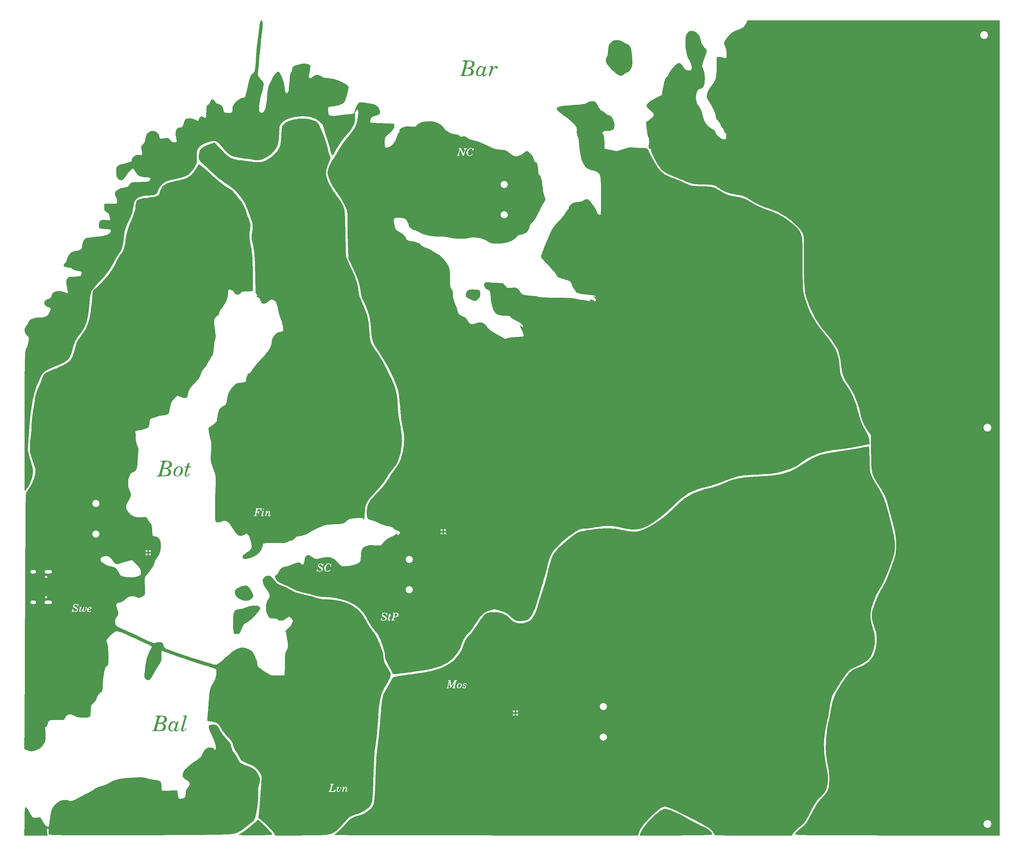
<source format=gto>
%TF.GenerationSoftware,KiCad,Pcbnew,(6.0.4)*%
%TF.CreationDate,2022-05-26T23:52:49-07:00*%
%TF.ProjectId,top_R,746f705f-522e-46b6-9963-61645f706362,rev?*%
%TF.SameCoordinates,Original*%
%TF.FileFunction,Legend,Top*%
%TF.FilePolarity,Positive*%
%FSLAX46Y46*%
G04 Gerber Fmt 4.6, Leading zero omitted, Abs format (unit mm)*
G04 Created by KiCad (PCBNEW (6.0.4)) date 2022-05-26 23:52:49*
%MOMM*%
%LPD*%
G01*
G04 APERTURE LIST*
%ADD10R,0.550000X0.550000*%
%ADD11C,2.000000*%
%ADD12C,2.200000*%
%ADD13C,0.650000*%
%ADD14O,1.600000X1.000000*%
%ADD15O,2.100000X1.000000*%
G04 APERTURE END LIST*
G36*
X295454070Y-250259884D02*
G01*
X271290843Y-250246459D01*
X269364193Y-250245241D01*
X267453266Y-250243743D01*
X265564781Y-250241981D01*
X263705459Y-250239969D01*
X261882023Y-250237723D01*
X260101191Y-250235258D01*
X258369686Y-250232588D01*
X256694227Y-250229728D01*
X255081536Y-250226695D01*
X253538334Y-250223502D01*
X252071340Y-250220165D01*
X250687277Y-250216698D01*
X249392865Y-250213117D01*
X248194825Y-250209437D01*
X247099877Y-250205673D01*
X246114743Y-250201840D01*
X245246142Y-250197953D01*
X244500797Y-250194026D01*
X243885428Y-250190076D01*
X243406755Y-250186116D01*
X243177326Y-250183610D01*
X242191122Y-250170520D01*
X241340704Y-250157386D01*
X240614184Y-250143698D01*
X239999674Y-250128947D01*
X239485285Y-250112623D01*
X239059130Y-250094215D01*
X238709321Y-250073214D01*
X238423969Y-250049110D01*
X238191187Y-250021394D01*
X237999086Y-249989554D01*
X237842587Y-249954808D01*
X237651367Y-249900928D01*
X237580919Y-249840305D01*
X237609202Y-249728623D01*
X237670006Y-249607817D01*
X237782131Y-249442075D01*
X237973774Y-249231090D01*
X238254362Y-248966177D01*
X238633323Y-248638649D01*
X239120082Y-248239818D01*
X239379090Y-248032955D01*
X239715052Y-247761198D01*
X240006758Y-247509678D01*
X240265674Y-247262337D01*
X240503268Y-247003120D01*
X240731008Y-246715968D01*
X240960360Y-246384825D01*
X241202793Y-245993634D01*
X241469774Y-245526339D01*
X241772769Y-244966882D01*
X242123247Y-244299206D01*
X242328398Y-243903277D01*
X242774620Y-243055934D01*
X243177940Y-242327314D01*
X243550369Y-241699055D01*
X243903922Y-241152798D01*
X244250612Y-240670181D01*
X244602451Y-240232843D01*
X244971455Y-239822424D01*
X245056872Y-239733156D01*
X245634126Y-239116659D01*
X246103611Y-238562765D01*
X246475925Y-238045776D01*
X246761667Y-237539995D01*
X246971437Y-237019724D01*
X247115833Y-236459266D01*
X247205453Y-235832925D01*
X247250896Y-235115003D01*
X247262764Y-234384884D01*
X247259226Y-233802334D01*
X247244399Y-233281473D01*
X247214883Y-232792198D01*
X247167279Y-232304404D01*
X247098188Y-231787986D01*
X247004210Y-231212840D01*
X246881946Y-230548863D01*
X246758344Y-229917733D01*
X246603625Y-229111691D01*
X246481397Y-228395115D01*
X246389697Y-227737361D01*
X246326564Y-227107784D01*
X246290033Y-226475739D01*
X246278143Y-225810581D01*
X246288931Y-225081665D01*
X246320435Y-224258347D01*
X246354026Y-223604651D01*
X246443923Y-222229377D01*
X246554142Y-220995060D01*
X246685351Y-219896297D01*
X246838214Y-218927684D01*
X247013398Y-218083817D01*
X247056056Y-217910202D01*
X247155434Y-217510957D01*
X247243749Y-217137289D01*
X247326393Y-216762448D01*
X247408755Y-216359685D01*
X247496227Y-215902250D01*
X247594197Y-215363392D01*
X247708058Y-214716361D01*
X247760126Y-214416257D01*
X247913800Y-213593147D01*
X248081915Y-212836757D01*
X248272735Y-212128887D01*
X248494529Y-211451331D01*
X248755561Y-210785888D01*
X249064100Y-210114356D01*
X249428410Y-209418530D01*
X249856759Y-208680208D01*
X250357413Y-207881189D01*
X250938639Y-207003267D01*
X251495318Y-206191325D01*
X251939469Y-205556119D01*
X252319058Y-205029590D01*
X252650470Y-204596902D01*
X252950089Y-204243219D01*
X253234298Y-203953704D01*
X253519481Y-203713522D01*
X253822022Y-203507836D01*
X254158306Y-203321811D01*
X254544716Y-203140609D01*
X254997636Y-202949394D01*
X255138954Y-202891898D01*
X255548946Y-202720696D01*
X255986023Y-202529664D01*
X256389667Y-202345643D01*
X256626598Y-202232072D01*
X257464605Y-201769529D01*
X258186971Y-201263227D01*
X258801099Y-200701257D01*
X259314390Y-200071708D01*
X259734247Y-199362673D01*
X260068072Y-198562241D01*
X260323267Y-197658504D01*
X260507235Y-196639552D01*
X260598468Y-195841860D01*
X260653608Y-195101884D01*
X260670062Y-194449718D01*
X260643060Y-193849402D01*
X260567832Y-193264975D01*
X260439609Y-192660480D01*
X260253621Y-191999955D01*
X260005098Y-191247440D01*
X259979206Y-191173131D01*
X259749182Y-190499917D01*
X259571068Y-189939448D01*
X259439322Y-189468430D01*
X259348402Y-189063568D01*
X259292764Y-188701566D01*
X259266867Y-188359130D01*
X259263289Y-188164079D01*
X259299046Y-187589867D01*
X259407794Y-186935955D01*
X259591752Y-186194902D01*
X259853139Y-185359261D01*
X260194172Y-184421591D01*
X260617070Y-183374447D01*
X260858999Y-182809593D01*
X261134000Y-182195438D01*
X261388294Y-181670845D01*
X261648640Y-181185539D01*
X261941799Y-180689245D01*
X262236436Y-180221723D01*
X262612074Y-179586436D01*
X263010948Y-178814141D01*
X263429571Y-177913070D01*
X263864457Y-176891450D01*
X264312120Y-175757512D01*
X264769072Y-174519484D01*
X265231827Y-173185598D01*
X265286842Y-173021692D01*
X265520300Y-172315147D01*
X265707915Y-171720341D01*
X265854623Y-171210342D01*
X265965362Y-170758219D01*
X266045070Y-170337042D01*
X266098684Y-169919881D01*
X266131141Y-169479804D01*
X266147379Y-168989881D01*
X266152336Y-168423182D01*
X266152408Y-168300581D01*
X266143614Y-167529579D01*
X266115223Y-166810760D01*
X266063506Y-166120828D01*
X265984736Y-165436489D01*
X265875182Y-164734447D01*
X265731116Y-163991407D01*
X265548809Y-163184073D01*
X265324532Y-162289151D01*
X265054556Y-161283344D01*
X264994113Y-161064535D01*
X264824224Y-160448617D01*
X264643214Y-159786557D01*
X264462229Y-159119521D01*
X264292415Y-158488676D01*
X264144917Y-157935189D01*
X264074559Y-157668023D01*
X263861923Y-156866136D01*
X263669614Y-156173660D01*
X263487489Y-155568131D01*
X263305405Y-155027087D01*
X263113219Y-154528063D01*
X262900789Y-154048597D01*
X262657971Y-153566225D01*
X262374622Y-153058485D01*
X262040600Y-152502912D01*
X261645762Y-151877044D01*
X261179964Y-151158417D01*
X261035710Y-150937926D01*
X260654102Y-150349337D01*
X260346924Y-149858916D01*
X260102958Y-149444533D01*
X259910985Y-149084058D01*
X259759786Y-148755360D01*
X259638141Y-148436310D01*
X259534831Y-148104775D01*
X259462793Y-147835251D01*
X259393309Y-147550062D01*
X259333292Y-147272850D01*
X259281895Y-146990101D01*
X259238275Y-146688303D01*
X259201585Y-146353943D01*
X259170980Y-145973510D01*
X259145617Y-145533490D01*
X259124648Y-145020372D01*
X259107230Y-144420643D01*
X259092517Y-143720790D01*
X259079664Y-142907301D01*
X259067826Y-141966664D01*
X259061801Y-141423837D01*
X259015407Y-137104360D01*
X258300810Y-136088029D01*
X257645869Y-135092865D01*
X257107247Y-134126347D01*
X256668940Y-133151566D01*
X256314941Y-132131607D01*
X256029246Y-131029561D01*
X255954214Y-130676189D01*
X255533316Y-128970833D01*
X254970623Y-127304056D01*
X254268011Y-125680299D01*
X253427360Y-124104001D01*
X252657073Y-122880654D01*
X252131417Y-122072260D01*
X251705519Y-121351152D01*
X251372056Y-120702924D01*
X251123702Y-120113171D01*
X250953134Y-119567488D01*
X250935017Y-119493675D01*
X250876991Y-119208240D01*
X250810477Y-118815134D01*
X250741440Y-118353652D01*
X250675849Y-117863088D01*
X250633276Y-117506568D01*
X250483624Y-116361236D01*
X250301976Y-115288196D01*
X250093334Y-114314488D01*
X249923127Y-113669037D01*
X249774503Y-113188352D01*
X249635527Y-112820046D01*
X249490593Y-112530999D01*
X249324095Y-112288091D01*
X249208092Y-112151530D01*
X249057769Y-111960400D01*
X248867683Y-111682830D01*
X248667163Y-111362894D01*
X248552832Y-111166790D01*
X248169496Y-110541300D01*
X247691633Y-109857552D01*
X247112392Y-109106411D01*
X246424918Y-108278743D01*
X246130728Y-107938663D01*
X245431353Y-107116007D01*
X244824268Y-106349086D01*
X244285646Y-105602396D01*
X243791660Y-104840433D01*
X243318483Y-104027692D01*
X242842288Y-103128670D01*
X242662051Y-102770058D01*
X242104388Y-101609767D01*
X241619416Y-100522679D01*
X241211423Y-99519402D01*
X240884697Y-98610540D01*
X240643524Y-97806701D01*
X240621815Y-97722841D01*
X240505732Y-97168485D01*
X240402728Y-96473452D01*
X240313144Y-95644192D01*
X240237322Y-94687150D01*
X240175602Y-93608777D01*
X240128324Y-92415518D01*
X240095830Y-91113823D01*
X240078459Y-89710138D01*
X240076552Y-88210912D01*
X240081006Y-87485756D01*
X240090470Y-86339460D01*
X240097951Y-85330421D01*
X240102737Y-84448223D01*
X240104119Y-83682455D01*
X240101385Y-83022702D01*
X240093826Y-82458551D01*
X240080729Y-81979590D01*
X240061385Y-81575404D01*
X240035084Y-81235581D01*
X240001114Y-80949706D01*
X239958765Y-80707368D01*
X239907327Y-80498152D01*
X239846088Y-80311644D01*
X239774338Y-80137433D01*
X239691367Y-79965104D01*
X239596464Y-79784245D01*
X239549506Y-79696986D01*
X239152920Y-79069270D01*
X238625669Y-78408347D01*
X237978289Y-77724255D01*
X237221315Y-77027031D01*
X236365285Y-76326714D01*
X235420732Y-75633342D01*
X234944477Y-75309571D01*
X234167826Y-74809637D01*
X233465438Y-74393172D01*
X232803335Y-74043186D01*
X232147540Y-73742688D01*
X231464078Y-73474686D01*
X230862673Y-73268399D01*
X229872702Y-72937144D01*
X228999558Y-72622516D01*
X228215389Y-72311543D01*
X227492344Y-71991252D01*
X226802571Y-71648673D01*
X226118220Y-71270831D01*
X225411440Y-70844756D01*
X224754942Y-70423639D01*
X223978214Y-69954590D01*
X223235969Y-69597630D01*
X222486699Y-69338226D01*
X221688899Y-69161844D01*
X220856866Y-69058691D01*
X220076979Y-68957533D01*
X219333011Y-68786786D01*
X218573674Y-68532779D01*
X218008818Y-68299563D01*
X217267616Y-67953503D01*
X216640259Y-67615336D01*
X216095143Y-67267413D01*
X215874166Y-67107412D01*
X215584282Y-66900319D01*
X215304948Y-66729434D01*
X215017865Y-66590966D01*
X214704730Y-66481123D01*
X214347245Y-66396115D01*
X213927107Y-66332151D01*
X213426016Y-66285438D01*
X212825671Y-66252186D01*
X212107772Y-66228603D01*
X211575000Y-66216772D01*
X210846560Y-66202054D01*
X210235731Y-66185313D01*
X209718196Y-66161214D01*
X209269637Y-66124426D01*
X208865737Y-66069616D01*
X208482177Y-65991450D01*
X208094641Y-65884597D01*
X207678810Y-65743723D01*
X207210367Y-65563495D01*
X206664995Y-65338582D01*
X206018375Y-65063649D01*
X205704942Y-64929491D01*
X204848052Y-64565415D01*
X204096534Y-64252389D01*
X203421963Y-63978964D01*
X202795914Y-63733687D01*
X202189965Y-63505108D01*
X201954789Y-63418685D01*
X201646368Y-63277216D01*
X201269406Y-63060973D01*
X200862968Y-62796319D01*
X200466120Y-62509620D01*
X200117926Y-62227237D01*
X199929861Y-62052128D01*
X199631985Y-61716796D01*
X199304402Y-61287767D01*
X198958620Y-60785868D01*
X198606147Y-60231926D01*
X198258493Y-59646767D01*
X197927164Y-59051218D01*
X197623671Y-58466105D01*
X197359520Y-57912256D01*
X197146221Y-57410497D01*
X196995281Y-56981655D01*
X196918209Y-56646556D01*
X196912612Y-56591798D01*
X196897197Y-56379272D01*
X196886730Y-56234239D01*
X196884680Y-56205456D01*
X196817973Y-56162207D01*
X196658143Y-56116826D01*
X196623863Y-56109982D01*
X196455094Y-56063989D01*
X196338946Y-55985217D01*
X196269666Y-55851608D01*
X196241503Y-55641104D01*
X196248704Y-55331647D01*
X196285518Y-54901178D01*
X196291974Y-54837196D01*
X196338211Y-54289299D01*
X196349948Y-53853349D01*
X196324714Y-53497136D01*
X196260039Y-53188450D01*
X196153453Y-52895078D01*
X196140841Y-52866348D01*
X196057498Y-52633768D01*
X195966803Y-52308612D01*
X195882951Y-51944396D01*
X195847027Y-51758790D01*
X195802549Y-51484333D01*
X195752551Y-51132916D01*
X195699863Y-50729783D01*
X195647313Y-50300184D01*
X195597730Y-49869365D01*
X195553943Y-49462574D01*
X195518781Y-49105058D01*
X195495072Y-48822063D01*
X195485644Y-48638837D01*
X195490920Y-48580435D01*
X195557715Y-48533955D01*
X195720875Y-48420745D01*
X195955372Y-48258164D01*
X196216861Y-48076954D01*
X196731631Y-47699925D01*
X197119334Y-47367230D01*
X197389727Y-47067647D01*
X197552567Y-46789956D01*
X197617612Y-46522936D01*
X197619768Y-46463676D01*
X197593512Y-46255747D01*
X197505251Y-46048014D01*
X197340742Y-45822229D01*
X197085745Y-45560145D01*
X196726018Y-45243516D01*
X196560326Y-45106267D01*
X196160051Y-44764606D01*
X195876617Y-44482963D01*
X195701609Y-44243131D01*
X195626615Y-44026905D01*
X195643220Y-43816077D01*
X195743010Y-43592441D01*
X195811184Y-43485173D01*
X195952742Y-43294684D01*
X196117048Y-43115000D01*
X196319335Y-42935828D01*
X196574838Y-42746876D01*
X196898792Y-42537852D01*
X197306432Y-42298464D01*
X197812991Y-42018420D01*
X198433705Y-41687429D01*
X198607714Y-41595930D01*
X199944544Y-40894477D01*
X200217975Y-39343895D01*
X200371545Y-38500087D01*
X200511378Y-37792932D01*
X200640471Y-37212360D01*
X200761825Y-36748302D01*
X200878438Y-36390688D01*
X200993309Y-36129447D01*
X201109438Y-35954511D01*
X201229824Y-35855808D01*
X201260993Y-35841843D01*
X201424372Y-35739817D01*
X201590346Y-35578636D01*
X201714717Y-35407581D01*
X201754709Y-35291351D01*
X201801632Y-35095858D01*
X201931795Y-34813926D01*
X202129598Y-34468834D01*
X202379442Y-34083861D01*
X202665727Y-33682288D01*
X202972853Y-33287393D01*
X203285220Y-32922456D01*
X203481358Y-32714686D01*
X203905461Y-32311008D01*
X204267105Y-32033347D01*
X204583514Y-31883386D01*
X204871910Y-31862811D01*
X205149516Y-31973303D01*
X205433555Y-32216548D01*
X205741248Y-32594228D01*
X205993673Y-32960303D01*
X206318320Y-33398328D01*
X206637367Y-33704718D01*
X206973476Y-33892780D01*
X207349307Y-33975824D01*
X207719088Y-33973603D01*
X208025711Y-33923605D01*
X208227261Y-33817941D01*
X208343089Y-33632153D01*
X208392546Y-33341780D01*
X208398443Y-33114930D01*
X208337801Y-32566672D01*
X208170400Y-31989547D01*
X207913103Y-31435469D01*
X207784808Y-31225905D01*
X207523671Y-30807305D01*
X207328566Y-30424090D01*
X207171949Y-30014580D01*
X207033004Y-29542314D01*
X206862131Y-28803718D01*
X206730703Y-28026652D01*
X206639811Y-27237276D01*
X206590547Y-26461750D01*
X206584003Y-25726237D01*
X206621271Y-25056896D01*
X206703442Y-24479889D01*
X206805559Y-24092645D01*
X207025645Y-23635699D01*
X207337766Y-23238202D01*
X207657625Y-22975992D01*
X208062170Y-22801303D01*
X208498794Y-22770249D01*
X208966431Y-22882558D01*
X209464014Y-23137957D01*
X209990477Y-23536174D01*
X210046828Y-23585762D01*
X210312731Y-23849349D01*
X210516072Y-24123185D01*
X210674421Y-24442168D01*
X210805348Y-24841198D01*
X210918346Y-25316823D01*
X211053548Y-25874340D01*
X211206659Y-26322904D01*
X211396411Y-26701231D01*
X211641537Y-27048040D01*
X211893481Y-27332371D01*
X212118145Y-27574045D01*
X212315519Y-27796700D01*
X212453975Y-27964268D01*
X212485818Y-28007854D01*
X212561250Y-28149581D01*
X212604040Y-28314767D01*
X212610916Y-28517438D01*
X212578605Y-28771618D01*
X212503835Y-29091332D01*
X212383335Y-29490604D01*
X212213832Y-29983461D01*
X211992054Y-30583927D01*
X211718767Y-31295640D01*
X211534005Y-31800607D01*
X211417572Y-32207091D01*
X211367782Y-32546633D01*
X211382953Y-32850774D01*
X211461400Y-33151054D01*
X211601438Y-33479014D01*
X211602115Y-33480413D01*
X211808745Y-33997968D01*
X211956186Y-34583133D01*
X212048130Y-35257558D01*
X212088271Y-36042889D01*
X212090769Y-36344701D01*
X212070105Y-37062296D01*
X212006979Y-37651207D01*
X211897131Y-38125396D01*
X211736298Y-38498828D01*
X211520220Y-38785464D01*
X211289016Y-38971882D01*
X211044686Y-39096721D01*
X210787692Y-39182978D01*
X210746505Y-39191362D01*
X210401041Y-39320940D01*
X210115021Y-39580685D01*
X209887101Y-39972591D01*
X209715934Y-40498653D01*
X209650627Y-40815972D01*
X209598613Y-41403234D01*
X209626751Y-42043352D01*
X209730138Y-42668465D01*
X209804171Y-42940467D01*
X209871003Y-43143108D01*
X209940552Y-43320999D01*
X210027627Y-43501160D01*
X210147033Y-43710609D01*
X210313580Y-43976365D01*
X210542074Y-44325446D01*
X210663846Y-44509082D01*
X210805945Y-44730859D01*
X210925575Y-44941606D01*
X211031653Y-45165213D01*
X211133091Y-45425565D01*
X211238805Y-45746550D01*
X211357710Y-46152056D01*
X211498721Y-46665970D01*
X211574469Y-46949128D01*
X211808190Y-47726885D01*
X212068911Y-48380325D01*
X212372859Y-48932411D01*
X212736261Y-49406108D01*
X213175342Y-49824378D01*
X213706328Y-50210186D01*
X214011628Y-50398252D01*
X214403599Y-50636717D01*
X214686287Y-50833302D01*
X214882999Y-51011153D01*
X215017041Y-51193414D01*
X215111718Y-51403229D01*
X215153527Y-51532241D01*
X215366784Y-52005220D01*
X215710105Y-52453383D01*
X216166062Y-52859260D01*
X216717229Y-53205381D01*
X216923433Y-53306444D01*
X217311098Y-53437357D01*
X217630300Y-53440831D01*
X217888739Y-53315947D01*
X218020546Y-53175393D01*
X218108620Y-52987317D01*
X218158562Y-52736003D01*
X218173304Y-52453746D01*
X218155779Y-52172841D01*
X218108917Y-51925583D01*
X218035651Y-51744267D01*
X217938912Y-51661187D01*
X217883545Y-51666233D01*
X217771766Y-51642701D01*
X217680799Y-51508801D01*
X217632535Y-51301835D01*
X217629651Y-51233599D01*
X217569875Y-50954777D01*
X217398475Y-50616189D01*
X217127347Y-50239007D01*
X216964268Y-50049354D01*
X216777805Y-49824427D01*
X216633660Y-49615251D01*
X216561787Y-49465519D01*
X216560686Y-49460661D01*
X216513412Y-49233757D01*
X216481944Y-49083142D01*
X216415315Y-48949129D01*
X216268526Y-48743898D01*
X216066295Y-48500190D01*
X215924302Y-48344540D01*
X215589023Y-47964729D01*
X215363950Y-47644376D01*
X215236278Y-47361235D01*
X215193202Y-47093057D01*
X215193023Y-47074066D01*
X215147242Y-46671135D01*
X215015420Y-46173296D01*
X214805843Y-45599264D01*
X214526796Y-44967756D01*
X214186564Y-44297489D01*
X213793430Y-43607180D01*
X213355681Y-42915543D01*
X213345495Y-42900280D01*
X213059565Y-42464971D01*
X212852094Y-42120634D01*
X212715490Y-41838227D01*
X212642163Y-41588709D01*
X212624522Y-41343039D01*
X212654973Y-41072176D01*
X212725928Y-40747079D01*
X212753619Y-40636047D01*
X213045256Y-39751920D01*
X213450125Y-38947662D01*
X213960722Y-38237432D01*
X214118106Y-38061093D01*
X214369157Y-37776774D01*
X214600523Y-37486658D01*
X214779817Y-37232719D01*
X214850769Y-37111569D01*
X215023438Y-36703195D01*
X215164394Y-36216700D01*
X215274692Y-35641819D01*
X215355388Y-34968291D01*
X215407539Y-34185853D01*
X215432200Y-33284240D01*
X215430427Y-32253191D01*
X215417903Y-31599959D01*
X215407698Y-31141740D01*
X215404281Y-30808534D01*
X215409524Y-30577764D01*
X215425296Y-30426851D01*
X215453469Y-30333217D01*
X215495912Y-30274282D01*
X215530127Y-30245332D01*
X215710026Y-30181720D01*
X216004294Y-30162313D01*
X216387266Y-30184437D01*
X216833277Y-30245417D01*
X217316661Y-30342579D01*
X217811752Y-30473247D01*
X217861842Y-30488336D01*
X218006199Y-30470510D01*
X218101813Y-30406825D01*
X218153897Y-30327318D01*
X218188627Y-30195058D01*
X218208984Y-29984176D01*
X218217947Y-29668803D01*
X218219067Y-29389057D01*
X218192614Y-28652579D01*
X218113013Y-28035344D01*
X217976469Y-27517412D01*
X217779302Y-27079049D01*
X217631947Y-26772576D01*
X217558199Y-26485128D01*
X217563548Y-26195474D01*
X217653487Y-25882382D01*
X217833508Y-25524620D01*
X218109104Y-25100955D01*
X218390746Y-24715338D01*
X218840253Y-24148955D01*
X219259559Y-23694496D01*
X219678934Y-23329163D01*
X220128651Y-23030156D01*
X220638982Y-22774677D01*
X221240199Y-22539926D01*
X221313017Y-22514447D01*
X221989511Y-22257600D01*
X222525374Y-22003977D01*
X222927487Y-21749880D01*
X223193284Y-21503000D01*
X223329050Y-21318690D01*
X223506041Y-21047094D01*
X223696675Y-20731591D01*
X223806131Y-20539254D01*
X224187796Y-19850872D01*
X259820933Y-19832337D01*
X295454070Y-19813803D01*
X295454070Y-250259884D01*
G37*
G36*
X73669147Y-158808387D02*
G01*
X73663279Y-158295640D01*
X73658281Y-157562925D01*
X73658469Y-156812194D01*
X73663485Y-156073139D01*
X73672969Y-155375452D01*
X73686563Y-154748826D01*
X73703907Y-154222953D01*
X73715524Y-153976163D01*
X73747185Y-153394654D01*
X73782317Y-152747678D01*
X73817816Y-152092544D01*
X73850573Y-151486563D01*
X73870598Y-151115097D01*
X73903995Y-150301008D01*
X73907864Y-149611292D01*
X73880318Y-149025259D01*
X73819469Y-148522219D01*
X73723430Y-148081479D01*
X73590313Y-147682350D01*
X73548080Y-147579762D01*
X73364027Y-147118554D01*
X73165557Y-146568759D01*
X72967587Y-145976445D01*
X72785033Y-145387682D01*
X72632810Y-144848539D01*
X72536751Y-144456133D01*
X72492875Y-144245225D01*
X72461608Y-144055575D01*
X72442605Y-143861849D01*
X72435517Y-143638716D01*
X72439998Y-143360841D01*
X72455701Y-143002894D01*
X72482279Y-142539540D01*
X72505388Y-142167180D01*
X72554736Y-141322429D01*
X72587542Y-140615202D01*
X72603904Y-140036289D01*
X72603923Y-139576478D01*
X72587697Y-139226560D01*
X72555326Y-138977325D01*
X72540522Y-138913372D01*
X72488643Y-138723525D01*
X72410633Y-138442171D01*
X72320545Y-138119908D01*
X72288624Y-138006330D01*
X72230290Y-137768593D01*
X72163303Y-137446717D01*
X72091804Y-137066799D01*
X72019932Y-136654935D01*
X71951828Y-136237220D01*
X71891630Y-135839751D01*
X71843480Y-135488623D01*
X71811517Y-135209932D01*
X71799881Y-135029775D01*
X71807632Y-134974398D01*
X71879497Y-134925966D01*
X72045755Y-134817702D01*
X72276279Y-134669165D01*
X72388906Y-134596987D01*
X72992685Y-134194778D01*
X73471922Y-133840875D01*
X73823122Y-133538103D01*
X74042791Y-133289287D01*
X74079852Y-133230385D01*
X74171299Y-133017688D01*
X74233561Y-132741223D01*
X74274388Y-132363613D01*
X74281623Y-132257545D01*
X74364980Y-131548679D01*
X74518221Y-130884353D01*
X74732680Y-130281208D01*
X74999690Y-129755884D01*
X75310585Y-129325019D01*
X75656700Y-129005252D01*
X76029370Y-128813225D01*
X76083721Y-128797336D01*
X76307688Y-128726105D01*
X76480063Y-128650392D01*
X76520285Y-128624321D01*
X76644713Y-128469824D01*
X76761143Y-128210282D01*
X76873014Y-127834529D01*
X76983762Y-127331402D01*
X77075055Y-126822535D01*
X77236549Y-126029998D01*
X77447824Y-125340982D01*
X77727044Y-124718876D01*
X78092370Y-124127067D01*
X78561965Y-123528942D01*
X78889954Y-123163970D01*
X79196903Y-122854755D01*
X79477697Y-122627173D01*
X79767618Y-122465481D01*
X80101950Y-122353941D01*
X80515979Y-122276812D01*
X81000534Y-122222441D01*
X81426339Y-122173277D01*
X81800201Y-122112011D01*
X82097690Y-122044126D01*
X82294380Y-121975105D01*
X82365131Y-121916122D01*
X82373482Y-121837659D01*
X82391332Y-121646880D01*
X82415459Y-121378595D01*
X82426878Y-121249033D01*
X82460129Y-120925755D01*
X82499228Y-120711800D01*
X82555878Y-120568930D01*
X82641783Y-120458909D01*
X82680060Y-120421890D01*
X82817289Y-120244396D01*
X82876595Y-120065019D01*
X82876744Y-120057530D01*
X82909027Y-119803121D01*
X83011245Y-119669936D01*
X83137035Y-119641860D01*
X83292353Y-119629360D01*
X83425443Y-119578447D01*
X83558223Y-119469003D01*
X83712612Y-119280911D01*
X83910529Y-118994052D01*
X84012542Y-118838304D01*
X84546171Y-118080767D01*
X85203426Y-117261247D01*
X85987114Y-116376299D01*
X86247170Y-116097674D01*
X87009065Y-115274916D01*
X87661124Y-114536725D01*
X88208998Y-113875629D01*
X88658337Y-113284159D01*
X89014792Y-112754844D01*
X89284011Y-112280214D01*
X89471646Y-111852797D01*
X89484299Y-111817597D01*
X89544304Y-111593830D01*
X89605202Y-111277860D01*
X89656939Y-110924750D01*
X89672914Y-110784499D01*
X89729889Y-110358897D01*
X89811816Y-110013928D01*
X89936328Y-109682731D01*
X90000464Y-109542383D01*
X90316204Y-109007043D01*
X90708393Y-108553594D01*
X91156329Y-108198456D01*
X91639311Y-107958046D01*
X92135813Y-107848847D01*
X92501794Y-107809669D01*
X92748149Y-107742713D01*
X92893086Y-107623709D01*
X92954814Y-107428388D01*
X92951542Y-107132481D01*
X92914830Y-106810557D01*
X92815653Y-106150576D01*
X92698744Y-105568762D01*
X92549851Y-105009927D01*
X92354719Y-104418885D01*
X92166856Y-103914535D01*
X91935766Y-103283870D01*
X91756998Y-102714314D01*
X91610910Y-102138021D01*
X91504184Y-101625581D01*
X91363368Y-100940044D01*
X91228517Y-100384733D01*
X91092563Y-99942779D01*
X90948439Y-99597309D01*
X90789078Y-99331454D01*
X90607414Y-99128341D01*
X90396380Y-98971100D01*
X90390878Y-98967739D01*
X90029595Y-98804026D01*
X89675662Y-98765317D01*
X89313639Y-98855035D01*
X88928085Y-99076600D01*
X88570250Y-99371224D01*
X88234920Y-99654712D01*
X87951113Y-99830945D01*
X87685344Y-99913424D01*
X87404131Y-99915647D01*
X87270349Y-99895333D01*
X86940619Y-99768770D01*
X86709977Y-99533232D01*
X86581678Y-99192098D01*
X86578916Y-99177382D01*
X86507014Y-98904903D01*
X86404397Y-98647168D01*
X86372380Y-98586935D01*
X86190735Y-98355906D01*
X85954898Y-98160492D01*
X85712659Y-98035162D01*
X85569063Y-98007558D01*
X85394810Y-97960164D01*
X85229256Y-97855715D01*
X85118320Y-97755799D01*
X85117486Y-97737215D01*
X85216221Y-97781877D01*
X85448058Y-97855213D01*
X85594996Y-97824737D01*
X85652503Y-97710529D01*
X85616046Y-97532670D01*
X85481093Y-97311239D01*
X85354481Y-97169332D01*
X85201974Y-96925375D01*
X85137823Y-96669300D01*
X85128521Y-96527560D01*
X85118260Y-96255340D01*
X85107417Y-95869827D01*
X85096368Y-95388209D01*
X85085489Y-94827673D01*
X85075157Y-94205408D01*
X85065747Y-93538601D01*
X85061242Y-93171221D01*
X85033095Y-91455534D01*
X84990149Y-89875781D01*
X84932508Y-88433300D01*
X84860274Y-87129431D01*
X84773552Y-85965512D01*
X84672446Y-84942883D01*
X84557059Y-84062882D01*
X84427495Y-83326848D01*
X84283858Y-82736122D01*
X84241776Y-82598927D01*
X84066907Y-81875378D01*
X84005890Y-81120416D01*
X84056959Y-80304462D01*
X84090470Y-80065116D01*
X84188896Y-79418477D01*
X84261187Y-78888472D01*
X84305339Y-78446046D01*
X84319349Y-78062141D01*
X84301213Y-77707704D01*
X84248926Y-77353678D01*
X84160485Y-76971008D01*
X84033885Y-76530638D01*
X83867123Y-76003512D01*
X83795004Y-75781171D01*
X83279686Y-74301731D01*
X82737946Y-72958733D01*
X82163067Y-71742263D01*
X81548329Y-70642411D01*
X80887014Y-69649262D01*
X80172402Y-68752904D01*
X79397774Y-67943426D01*
X78556412Y-67210913D01*
X77641596Y-66545455D01*
X77449709Y-66419847D01*
X76787824Y-65988920D01*
X76208590Y-65598495D01*
X75688441Y-65229620D01*
X75203815Y-64863348D01*
X74731147Y-64480726D01*
X74246874Y-64062807D01*
X73727432Y-63590639D01*
X73149256Y-63045273D01*
X72623777Y-62538872D01*
X72187760Y-62120097D01*
X71747088Y-61704393D01*
X71323796Y-61312001D01*
X70939923Y-60963163D01*
X70617505Y-60678120D01*
X70382950Y-60480624D01*
X69949743Y-60123514D01*
X69622969Y-59825843D01*
X69387927Y-59562581D01*
X69229919Y-59308698D01*
X69134245Y-59039165D01*
X69086206Y-58728952D01*
X69071104Y-58353029D01*
X69070751Y-58246221D01*
X69117844Y-57540945D01*
X69260247Y-56940867D01*
X69502518Y-56434686D01*
X69849215Y-56011102D01*
X70038936Y-55845671D01*
X70294715Y-55662749D01*
X70604899Y-55479189D01*
X70988271Y-55285920D01*
X71463612Y-55073870D01*
X72049702Y-54833967D01*
X72484967Y-54664170D01*
X73501039Y-54273428D01*
X74216790Y-55041510D01*
X74789827Y-55650758D01*
X75342014Y-56226900D01*
X75860943Y-56757579D01*
X76334209Y-57230435D01*
X76749404Y-57633114D01*
X77094120Y-57953255D01*
X77355951Y-58178503D01*
X77405181Y-58217148D01*
X77765844Y-58475331D01*
X78122532Y-58688522D01*
X78498052Y-58863850D01*
X78915214Y-59008446D01*
X79396825Y-59129441D01*
X79965694Y-59233967D01*
X80644631Y-59329153D01*
X81154092Y-59389207D01*
X81707776Y-59453951D01*
X82320261Y-59530386D01*
X82933495Y-59610972D01*
X83489423Y-59688166D01*
X83746868Y-59726013D01*
X84739306Y-59849435D01*
X85622030Y-59897261D01*
X86415660Y-59863326D01*
X87140816Y-59741466D01*
X87818117Y-59525516D01*
X88468183Y-59209312D01*
X89111635Y-58786689D01*
X89769093Y-58251482D01*
X90284904Y-57771393D01*
X90774233Y-57276096D01*
X91180237Y-56815173D01*
X91511199Y-56367260D01*
X91775399Y-55910997D01*
X91981119Y-55425019D01*
X92136641Y-54887965D01*
X92250245Y-54278471D01*
X92330213Y-53575175D01*
X92384827Y-52756714D01*
X92405031Y-52302326D01*
X92434020Y-51621092D01*
X92464036Y-51069460D01*
X92497825Y-50629369D01*
X92538132Y-50282758D01*
X92587705Y-50011563D01*
X92649290Y-49797723D01*
X92725632Y-49623177D01*
X92819480Y-49469862D01*
X92840142Y-49440778D01*
X93216656Y-49035852D01*
X93716512Y-48675154D01*
X94321387Y-48361214D01*
X95012959Y-48096562D01*
X95772904Y-47883726D01*
X96582900Y-47725238D01*
X97424624Y-47623627D01*
X98279753Y-47581422D01*
X99129964Y-47601153D01*
X99956934Y-47685351D01*
X100742341Y-47836545D01*
X101467861Y-48057264D01*
X101817475Y-48201308D01*
X102153322Y-48367720D01*
X102433053Y-48544009D01*
X102672424Y-48750387D01*
X102887188Y-49007063D01*
X103093100Y-49334248D01*
X103305913Y-49752151D01*
X103541382Y-50280983D01*
X103661681Y-50567151D01*
X103864163Y-51070999D01*
X104094948Y-51672137D01*
X104339831Y-52331256D01*
X104584606Y-53009047D01*
X104815067Y-53666200D01*
X105017006Y-54263405D01*
X105169349Y-54738954D01*
X105310888Y-55209895D01*
X105419980Y-55604833D01*
X105509801Y-55978797D01*
X105593528Y-56386816D01*
X105684339Y-56883919D01*
X105688112Y-56905335D01*
X105757626Y-57186816D01*
X105870983Y-57531361D01*
X106005287Y-57870299D01*
X106023570Y-57911431D01*
X106202063Y-58371526D01*
X106278437Y-58733679D01*
X106281387Y-58809293D01*
X106276705Y-58932715D01*
X106259026Y-59057445D01*
X106220786Y-59204560D01*
X106154422Y-59395137D01*
X106052372Y-59650253D01*
X105907072Y-59990984D01*
X105710959Y-60438409D01*
X105635594Y-60609012D01*
X105394723Y-61219786D01*
X105206623Y-61832480D01*
X105081327Y-62408035D01*
X105028872Y-62907395D01*
X105027907Y-62974049D01*
X105087566Y-63637379D01*
X105264350Y-64379194D01*
X105554970Y-65192494D01*
X105956137Y-66070276D01*
X106464564Y-67005538D01*
X107076961Y-67991277D01*
X107790040Y-69020492D01*
X108004512Y-69311776D01*
X108465700Y-69935494D01*
X108845112Y-70462068D01*
X109153558Y-70909398D01*
X109401851Y-71295384D01*
X109600803Y-71637925D01*
X109761224Y-71954923D01*
X109893927Y-72264276D01*
X110009722Y-72583884D01*
X110044132Y-72688637D01*
X110118982Y-72934035D01*
X110183636Y-73180344D01*
X110239113Y-73440968D01*
X110286432Y-73729312D01*
X110326610Y-74058779D01*
X110360668Y-74442773D01*
X110389623Y-74894697D01*
X110414495Y-75427957D01*
X110436302Y-76055955D01*
X110456064Y-76792096D01*
X110474798Y-77649783D01*
X110492554Y-78588372D01*
X110508314Y-79424752D01*
X110525759Y-80280303D01*
X110544324Y-81131554D01*
X110563445Y-81955032D01*
X110582558Y-82727265D01*
X110601097Y-83424782D01*
X110618500Y-84024110D01*
X110634202Y-84501778D01*
X110635765Y-84544910D01*
X110706599Y-86477319D01*
X110975256Y-87194610D01*
X111079650Y-87457147D01*
X111235209Y-87826885D01*
X111430347Y-88277345D01*
X111653480Y-88782050D01*
X111893023Y-89314519D01*
X112116569Y-89803189D01*
X112536550Y-90723148D01*
X112893894Y-91530290D01*
X113194511Y-92242600D01*
X113444312Y-92878062D01*
X113649208Y-93454660D01*
X113815109Y-93990378D01*
X113947926Y-94503201D01*
X114053569Y-95011113D01*
X114137949Y-95532098D01*
X114206978Y-96084141D01*
X114219736Y-96202465D01*
X114272093Y-96632863D01*
X114338315Y-97028917D01*
X114426183Y-97415430D01*
X114543476Y-97817202D01*
X114697974Y-98259033D01*
X114897459Y-98765726D01*
X115149710Y-99362080D01*
X115365092Y-99853488D01*
X115782801Y-100823928D01*
X116135551Y-101709534D01*
X116429807Y-102537838D01*
X116672033Y-103336374D01*
X116868692Y-104132674D01*
X117026247Y-104954271D01*
X117151163Y-105828697D01*
X117249904Y-106783485D01*
X117328932Y-107846167D01*
X117358553Y-108344767D01*
X117414941Y-109129221D01*
X117496519Y-109798448D01*
X117614621Y-110384248D01*
X117780584Y-110918416D01*
X118005743Y-111432751D01*
X118301435Y-111959049D01*
X118678994Y-112529109D01*
X119016998Y-112996793D01*
X119480513Y-113658030D01*
X119986225Y-114445537D01*
X120526780Y-115346471D01*
X121094824Y-116347990D01*
X121683005Y-117437249D01*
X122283969Y-118601407D01*
X122673662Y-119383430D01*
X123176908Y-120421814D01*
X123610388Y-121353319D01*
X123979717Y-122198052D01*
X124290513Y-122976120D01*
X124548392Y-123707627D01*
X124758972Y-124412682D01*
X124927868Y-125111389D01*
X125060698Y-125823856D01*
X125163078Y-126570187D01*
X125240625Y-127370491D01*
X125298956Y-128244872D01*
X125330622Y-128894606D01*
X125376717Y-129793648D01*
X125435525Y-130592564D01*
X125512816Y-131338738D01*
X125614360Y-132079555D01*
X125745927Y-132862399D01*
X125913286Y-133734657D01*
X125930188Y-133818605D01*
X126149813Y-134983039D01*
X126313912Y-136036182D01*
X126424631Y-137002690D01*
X126484116Y-137907220D01*
X126494515Y-138774426D01*
X126457974Y-139628966D01*
X126447976Y-139765376D01*
X126307897Y-141031859D01*
X126091571Y-142214378D01*
X125802416Y-143298929D01*
X125443854Y-144271508D01*
X125240535Y-144709593D01*
X124982094Y-145198353D01*
X124727996Y-145611065D01*
X124440733Y-146002934D01*
X124082795Y-146429165D01*
X124036463Y-146481686D01*
X123551121Y-147065286D01*
X123070246Y-147718389D01*
X122575642Y-148466783D01*
X122184026Y-149107321D01*
X121813091Y-149703167D01*
X121411089Y-150290515D01*
X120962482Y-150889047D01*
X120451730Y-151518447D01*
X119863293Y-152198396D01*
X119181632Y-152948577D01*
X118981767Y-153163384D01*
X118358248Y-153838630D01*
X117832965Y-154429892D01*
X117396832Y-154954622D01*
X117040762Y-155430274D01*
X116755667Y-155874298D01*
X116532460Y-156304149D01*
X116362053Y-156737277D01*
X116235361Y-157191136D01*
X116143295Y-157683177D01*
X116076769Y-158230853D01*
X116027700Y-158836809D01*
X115973644Y-159547670D01*
X115918271Y-160112043D01*
X115861423Y-160531108D01*
X115802938Y-160806047D01*
X115742792Y-160937906D01*
X115634465Y-160973017D01*
X115543470Y-160895713D01*
X115512791Y-160767426D01*
X115481736Y-160653695D01*
X115380963Y-160568628D01*
X115199062Y-160511441D01*
X114924621Y-160481346D01*
X114546230Y-160477556D01*
X114052478Y-160499286D01*
X113431954Y-160545749D01*
X112941175Y-160590174D01*
X112488815Y-160632763D01*
X112149499Y-160670531D01*
X111889714Y-160716781D01*
X111675946Y-160784818D01*
X111474683Y-160887945D01*
X111252409Y-161039466D01*
X110975612Y-161252684D01*
X110676454Y-161489198D01*
X110426116Y-161681598D01*
X110202938Y-161834679D01*
X109985220Y-161953680D01*
X109751265Y-162043839D01*
X109479373Y-162110394D01*
X109147846Y-162158582D01*
X108734986Y-162193642D01*
X108219095Y-162220812D01*
X107578474Y-162245330D01*
X107538372Y-162246734D01*
X106799648Y-162276193D01*
X106185709Y-162310687D01*
X105673669Y-162354116D01*
X105240644Y-162410385D01*
X104863747Y-162483395D01*
X104520095Y-162577049D01*
X104186801Y-162695250D01*
X103840981Y-162841899D01*
X103718064Y-162898199D01*
X103356852Y-163063389D01*
X102999018Y-163222509D01*
X102691432Y-163354948D01*
X102517442Y-163426123D01*
X102040991Y-163636012D01*
X101530333Y-163900204D01*
X101044695Y-164186071D01*
X100655073Y-164452063D01*
X100147250Y-164775841D01*
X99536529Y-165069518D01*
X98867018Y-165317004D01*
X98182827Y-165502205D01*
X97528065Y-165609032D01*
X97468512Y-165614561D01*
X96939090Y-165712795D01*
X96519344Y-165907862D01*
X96206129Y-166201308D01*
X96167981Y-166254138D01*
X95854357Y-166591499D01*
X95465142Y-166803883D01*
X95207558Y-166867486D01*
X94725444Y-167001924D01*
X94265784Y-167262633D01*
X94247674Y-167275639D01*
X94121731Y-167346862D01*
X93949795Y-167405935D01*
X93718821Y-167453878D01*
X93415760Y-167491714D01*
X93027567Y-167520464D01*
X92541195Y-167541152D01*
X91943596Y-167554798D01*
X91221724Y-167562426D01*
X90555814Y-167564867D01*
X89772485Y-167567666D01*
X89123901Y-167574081D01*
X88597159Y-167584941D01*
X88179354Y-167601074D01*
X87857585Y-167623308D01*
X87618948Y-167652472D01*
X87450539Y-167689393D01*
X87339454Y-167734901D01*
X87286427Y-167774736D01*
X87236567Y-167887143D01*
X87187919Y-168098998D01*
X87154066Y-168338891D01*
X87022435Y-168921432D01*
X86757742Y-169493885D01*
X86374482Y-170040318D01*
X85887152Y-170544799D01*
X85310248Y-170991394D01*
X84658266Y-171364172D01*
X84235800Y-171546263D01*
X83647126Y-171751987D01*
X83098628Y-171908069D01*
X82608773Y-172011424D01*
X82196027Y-172058967D01*
X81878859Y-172047613D01*
X81675735Y-171974277D01*
X81675345Y-171973983D01*
X81525430Y-171781378D01*
X81451701Y-171524313D01*
X81457435Y-171356090D01*
X81556880Y-171130726D01*
X81777990Y-170874140D01*
X82126172Y-170581379D01*
X82606829Y-170247489D01*
X82802907Y-170122770D01*
X83162303Y-169893774D01*
X83417642Y-169716794D01*
X83593391Y-169571116D01*
X83714016Y-169436028D01*
X83803984Y-169290817D01*
X83818169Y-169263279D01*
X83940900Y-168888834D01*
X83991134Y-168417377D01*
X83969134Y-167880405D01*
X83875166Y-167309410D01*
X83799303Y-167014174D01*
X83628290Y-166483326D01*
X83439864Y-166000646D01*
X83243719Y-165584106D01*
X83049551Y-165251680D01*
X82867052Y-165021343D01*
X82705916Y-164911068D01*
X82661247Y-164904070D01*
X82537107Y-164939623D01*
X82327049Y-165034002D01*
X82071015Y-165168784D01*
X82001498Y-165208373D01*
X81519226Y-165442754D01*
X81092756Y-165551195D01*
X80706279Y-165536905D01*
X80565851Y-165499711D01*
X80234376Y-165326871D01*
X79862983Y-165015270D01*
X79454036Y-164567642D01*
X79009899Y-163986716D01*
X78532936Y-163275225D01*
X78263934Y-162839973D01*
X78040461Y-162489263D01*
X77813937Y-162168565D01*
X77610198Y-161912791D01*
X77473667Y-161772024D01*
X77028952Y-161479810D01*
X76549773Y-161329136D01*
X76047883Y-161321287D01*
X75535037Y-161457547D01*
X75353559Y-161540316D01*
X74969285Y-161678215D01*
X74558959Y-161731747D01*
X74180975Y-161695460D01*
X74067066Y-161660505D01*
X73978103Y-161618880D01*
X73904360Y-161558901D01*
X73844227Y-161467153D01*
X73796095Y-161330220D01*
X73758353Y-161134683D01*
X73729391Y-160867128D01*
X73707600Y-160514137D01*
X73691368Y-160062294D01*
X73687580Y-159888275D01*
X84575000Y-159888275D01*
X84642582Y-159922135D01*
X84820435Y-159946672D01*
X85071220Y-159956922D01*
X85091861Y-159956977D01*
X85356997Y-159947221D01*
X85540205Y-159921072D01*
X85608721Y-159883211D01*
X85608721Y-159883140D01*
X85546879Y-159823148D01*
X85461047Y-159809302D01*
X85392652Y-159789067D01*
X86827363Y-159789067D01*
X86849826Y-159898036D01*
X86868380Y-159925392D01*
X87004711Y-160019799D01*
X87166900Y-159988866D01*
X87256772Y-159918825D01*
X87839664Y-159918825D01*
X87879392Y-159952139D01*
X87958027Y-159956977D01*
X88056323Y-159909997D01*
X88147360Y-159754540D01*
X88219635Y-159552761D01*
X88339780Y-159254073D01*
X88491853Y-158991535D01*
X88652587Y-158797734D01*
X88798717Y-158705257D01*
X88827203Y-158701744D01*
X88911434Y-158762276D01*
X88920916Y-158945223D01*
X88855596Y-159252612D01*
X88808378Y-159411287D01*
X88741206Y-159652365D01*
X88728462Y-159800684D01*
X88767743Y-159899786D01*
X88780501Y-159916178D01*
X88921047Y-160017770D01*
X89081228Y-159991114D01*
X89278296Y-159832397D01*
X89310048Y-159799168D01*
X89444899Y-159632177D01*
X89483461Y-159537963D01*
X89431293Y-159533019D01*
X89293960Y-159633837D01*
X89263663Y-159661628D01*
X89112764Y-159778044D01*
X89037898Y-159770787D01*
X89038190Y-159638352D01*
X89107684Y-159394046D01*
X89199040Y-159031032D01*
X89205906Y-158751912D01*
X89137433Y-158568413D01*
X89002773Y-158492266D01*
X88811077Y-158535199D01*
X88572447Y-158708053D01*
X88408978Y-158860348D01*
X88456680Y-158670290D01*
X88476885Y-158545326D01*
X88434959Y-158491181D01*
X88301119Y-158494799D01*
X88128416Y-158526381D01*
X87969771Y-158579992D01*
X87897911Y-158644349D01*
X87931459Y-158692236D01*
X88008430Y-158701744D01*
X88081186Y-158718341D01*
X88110143Y-158784757D01*
X88093915Y-158925934D01*
X88031117Y-159166810D01*
X87971512Y-159366279D01*
X87885081Y-159654068D01*
X87841346Y-159828859D01*
X87839664Y-159918825D01*
X87256772Y-159918825D01*
X87372527Y-159828612D01*
X87395487Y-159805989D01*
X87531773Y-159644329D01*
X87571418Y-159546440D01*
X87521481Y-159532077D01*
X87389024Y-159620995D01*
X87343895Y-159661628D01*
X87213406Y-159769051D01*
X87134672Y-159805842D01*
X87130148Y-159803440D01*
X87135964Y-159723499D01*
X87176864Y-159536385D01*
X87244991Y-159276221D01*
X87279868Y-159153257D01*
X87356885Y-158872498D01*
X87409627Y-158650330D01*
X87430338Y-158520909D01*
X87427615Y-158502421D01*
X87335875Y-158488985D01*
X87174201Y-158511931D01*
X87003566Y-158556798D01*
X86884940Y-158609121D01*
X86863954Y-158636124D01*
X86923879Y-158694378D01*
X86974709Y-158701744D01*
X87044110Y-158710865D01*
X87074813Y-158756234D01*
X87065023Y-158864859D01*
X87012947Y-159063748D01*
X86933176Y-159326917D01*
X86853952Y-159609724D01*
X86827363Y-159789067D01*
X85392652Y-159789067D01*
X85356300Y-159778312D01*
X85318982Y-159671151D01*
X85347041Y-159466539D01*
X85406790Y-159246207D01*
X85475299Y-159033958D01*
X85536092Y-158933504D01*
X85621860Y-158914598D01*
X85737936Y-158939823D01*
X85871775Y-159027434D01*
X85904070Y-159174773D01*
X85925813Y-159316850D01*
X85969708Y-159366279D01*
X86019117Y-159301398D01*
X86085223Y-159136640D01*
X86155247Y-158916829D01*
X86216414Y-158686791D01*
X86255945Y-158491352D01*
X86261064Y-158375337D01*
X86255414Y-158363942D01*
X86183068Y-158383676D01*
X86055855Y-158483812D01*
X86026013Y-158512676D01*
X85860117Y-158640298D01*
X85705987Y-158700948D01*
X85691866Y-158701744D01*
X85601998Y-158687305D01*
X85579821Y-158617318D01*
X85615336Y-158451781D01*
X85622654Y-158424855D01*
X85711745Y-158143919D01*
X85803318Y-157980330D01*
X85920878Y-157905266D01*
X86059196Y-157889535D01*
X86347399Y-157931551D01*
X86516305Y-158058849D01*
X86568605Y-158261319D01*
X86601953Y-158435263D01*
X86679361Y-158480233D01*
X86771007Y-158419290D01*
X86790116Y-158341788D01*
X86804497Y-158169693D01*
X86836265Y-157972602D01*
X86842630Y-157940777D01*
X87245938Y-157940777D01*
X87261198Y-158003827D01*
X87347076Y-158103815D01*
X87470746Y-158061825D01*
X87507951Y-158028212D01*
X87558732Y-157901934D01*
X87512287Y-157783747D01*
X87414191Y-157741860D01*
X87285038Y-157800641D01*
X87245938Y-157940777D01*
X86842630Y-157940777D01*
X86882413Y-157741860D01*
X85987137Y-157741860D01*
X85595454Y-157747714D01*
X85305284Y-157764359D01*
X85133289Y-157790422D01*
X85091861Y-157815698D01*
X85153764Y-157875500D01*
X85240942Y-157889535D01*
X85299836Y-157888352D01*
X85338993Y-157898484D01*
X85355800Y-157940453D01*
X85347642Y-158034777D01*
X85311907Y-158201979D01*
X85245981Y-158462579D01*
X85147251Y-158837098D01*
X85095186Y-159034012D01*
X85001732Y-159372901D01*
X84928109Y-159593225D01*
X84862290Y-159720615D01*
X84792245Y-159780704D01*
X84737622Y-159795978D01*
X84609578Y-159841028D01*
X84575000Y-159888275D01*
X73687580Y-159888275D01*
X73679088Y-159498183D01*
X73669147Y-158808387D01*
G37*
G36*
X61999247Y-147155368D02*
G01*
X62162045Y-146747327D01*
X62451310Y-146376902D01*
X62509664Y-146319295D01*
X62876307Y-146044419D01*
X63257755Y-145893827D01*
X63632489Y-145866133D01*
X63978991Y-145959949D01*
X64275745Y-146173889D01*
X64470979Y-146445699D01*
X64606500Y-146797232D01*
X64625595Y-147148061D01*
X64530584Y-147545991D01*
X64525171Y-147561502D01*
X64298300Y-148038938D01*
X63992383Y-148397428D01*
X63656225Y-148620520D01*
X63234786Y-148773893D01*
X62851011Y-148790456D01*
X62502923Y-148678228D01*
X62221395Y-148490221D01*
X62046494Y-148252560D01*
X61961517Y-147934049D01*
X61956551Y-147835713D01*
X62471753Y-147835713D01*
X62472541Y-148102759D01*
X62498697Y-148268274D01*
X62562435Y-148377815D01*
X62635070Y-148444870D01*
X62892917Y-148576591D01*
X63157954Y-148561251D01*
X63428112Y-148399168D01*
X63524369Y-148306911D01*
X63736113Y-148017824D01*
X63896233Y-147668445D01*
X64000765Y-147290384D01*
X64045742Y-146915250D01*
X64027199Y-146574650D01*
X63941170Y-146300194D01*
X63797231Y-146132090D01*
X63585142Y-146069470D01*
X63330017Y-146102347D01*
X63090902Y-146219507D01*
X63020727Y-146279541D01*
X62821611Y-146553838D01*
X62652866Y-146927588D01*
X62531282Y-147353198D01*
X62473648Y-147783072D01*
X62471753Y-147835713D01*
X61956551Y-147835713D01*
X61946626Y-147639208D01*
X61999247Y-147155368D01*
G37*
G36*
X60510128Y-219606770D02*
G01*
X60588735Y-219215142D01*
X60735678Y-218832859D01*
X60946396Y-218485025D01*
X61216325Y-218196747D01*
X61467698Y-218028006D01*
X61777195Y-217928893D01*
X62093074Y-217928691D01*
X62365341Y-218023766D01*
X62464112Y-218100423D01*
X62586679Y-218243445D01*
X62644645Y-218351340D01*
X62645349Y-218358853D01*
X62673059Y-218440924D01*
X62735627Y-218414855D01*
X62802210Y-218304759D01*
X62829942Y-218214535D01*
X62883841Y-218062084D01*
X62988822Y-218001839D01*
X63131158Y-217993023D01*
X63299753Y-217999398D01*
X63382108Y-218015024D01*
X63383721Y-218017826D01*
X63363556Y-218093330D01*
X63307905Y-218285489D01*
X63224039Y-218569606D01*
X63119224Y-218920986D01*
X63052309Y-219143843D01*
X62937641Y-219532699D01*
X62840055Y-219878568D01*
X62767055Y-220153658D01*
X62726146Y-220330177D01*
X62720042Y-220374273D01*
X62759012Y-220493973D01*
X62864386Y-220507212D01*
X63015338Y-220426688D01*
X63191040Y-220265099D01*
X63370669Y-220035141D01*
X63430439Y-219941142D01*
X63519825Y-219848805D01*
X63578355Y-219874674D01*
X63582356Y-219989456D01*
X63549114Y-220087983D01*
X63396232Y-220337635D01*
X63186713Y-220573851D01*
X62962611Y-220755380D01*
X62784970Y-220837525D01*
X62553591Y-220828750D01*
X62371219Y-220715960D01*
X62279877Y-220528831D01*
X62276163Y-220478230D01*
X62267243Y-220389638D01*
X62220410Y-220391762D01*
X62105554Y-220491077D01*
X62073111Y-220521895D01*
X61750196Y-220760138D01*
X61424701Y-220854279D01*
X61082454Y-220807439D01*
X60970331Y-220764602D01*
X60729960Y-220586658D01*
X60576178Y-220317634D01*
X60518667Y-220049140D01*
X61024296Y-220049140D01*
X61038928Y-220222706D01*
X61090062Y-220340139D01*
X61159346Y-220420392D01*
X61366026Y-220553402D01*
X61604688Y-220556150D01*
X61830778Y-220467791D01*
X62005201Y-220312836D01*
X62177713Y-220050834D01*
X62333193Y-219721818D01*
X62456524Y-219365823D01*
X62532585Y-219022884D01*
X62546258Y-218733036D01*
X62526524Y-218625516D01*
X62393215Y-218378146D01*
X62189843Y-218237499D01*
X62053165Y-218214535D01*
X61793199Y-218284426D01*
X61548634Y-218478317D01*
X61334885Y-218772532D01*
X61167366Y-219143396D01*
X61061489Y-219567234D01*
X61037669Y-219774317D01*
X61024296Y-220049140D01*
X60518667Y-220049140D01*
X60504422Y-219982636D01*
X60510128Y-219606770D01*
G37*
G36*
X86614632Y-236937127D02*
G01*
X86661152Y-236373169D01*
X86694906Y-236009302D01*
X86737920Y-235532678D01*
X86774662Y-235043207D01*
X86802112Y-234587534D01*
X86817250Y-234212299D01*
X86819211Y-234089535D01*
X86816720Y-233747335D01*
X86798805Y-233503487D01*
X86755623Y-233308775D01*
X86677333Y-233113981D01*
X86588551Y-232936093D01*
X86274964Y-232402194D01*
X85902822Y-231884734D01*
X85501961Y-231420196D01*
X85102217Y-231045061D01*
X84942475Y-230923388D01*
X84747761Y-230791367D01*
X84551378Y-230670820D01*
X84331843Y-230551464D01*
X84067676Y-230423019D01*
X83737393Y-230275203D01*
X83319512Y-230097734D01*
X82792552Y-229880331D01*
X82592309Y-229798583D01*
X82224310Y-229638615D01*
X81854876Y-229461160D01*
X81537581Y-229292695D01*
X81392633Y-229205729D01*
X81179122Y-229059469D01*
X81025545Y-228922667D01*
X80900616Y-228755965D01*
X80773048Y-228520005D01*
X80663625Y-228288650D01*
X80494599Y-227952645D01*
X80273485Y-227554533D01*
X80033548Y-227152718D01*
X79877867Y-226909067D01*
X79407378Y-226140338D01*
X79056060Y-225434277D01*
X78817020Y-224776638D01*
X78779157Y-224638372D01*
X78679951Y-224303925D01*
X78556070Y-224000966D01*
X78391655Y-223705750D01*
X78170844Y-223394534D01*
X77877777Y-223043573D01*
X77496592Y-222629125D01*
X77299495Y-222423256D01*
X76786913Y-221879695D01*
X76371603Y-221408545D01*
X76037000Y-220988146D01*
X75766539Y-220596841D01*
X75543654Y-220212972D01*
X75421453Y-219967848D01*
X75085995Y-219365401D01*
X74703207Y-218893686D01*
X74259197Y-218539595D01*
X73740076Y-218290024D01*
X73590978Y-218240604D01*
X73374428Y-218185879D01*
X73057449Y-218119844D01*
X72685874Y-218051540D01*
X72371484Y-218000011D01*
X72030899Y-217945520D01*
X71747548Y-217896314D01*
X71551123Y-217857819D01*
X71471400Y-217835547D01*
X71467179Y-217755132D01*
X71476208Y-217554578D01*
X71496760Y-217260656D01*
X71527108Y-216900141D01*
X71542289Y-216736059D01*
X71575951Y-216363521D01*
X71617292Y-215877584D01*
X71663572Y-215312153D01*
X71712052Y-214701137D01*
X71759991Y-214078441D01*
X71795741Y-213599709D01*
X71859916Y-212731565D01*
X71915242Y-211996834D01*
X71963112Y-211381613D01*
X72004916Y-210871996D01*
X72042049Y-210454079D01*
X72075903Y-210113956D01*
X72107869Y-209837723D01*
X72139341Y-209611474D01*
X72171711Y-209421306D01*
X72206372Y-209253313D01*
X72244715Y-209093591D01*
X72248484Y-209078794D01*
X72430841Y-208489492D01*
X72677719Y-207919862D01*
X73010120Y-207324479D01*
X73192029Y-207037835D01*
X73571341Y-206340248D01*
X73839889Y-205569897D01*
X74003498Y-204709382D01*
X74020045Y-204564844D01*
X74058931Y-204057065D01*
X74053432Y-203674677D01*
X74001853Y-203401698D01*
X73902497Y-203222149D01*
X73874539Y-203194033D01*
X73768816Y-203139848D01*
X73542805Y-203051769D01*
X73217993Y-202937217D01*
X72815869Y-202803612D01*
X72357921Y-202658373D01*
X72052447Y-202564851D01*
X71464244Y-202384434D01*
X70789130Y-202172490D01*
X70040866Y-201933666D01*
X69233214Y-201672604D01*
X68379935Y-201393951D01*
X67494790Y-201102351D01*
X66591540Y-200802448D01*
X65683948Y-200498888D01*
X64785774Y-200196315D01*
X63910779Y-199899375D01*
X63072726Y-199612710D01*
X62285374Y-199340968D01*
X61562487Y-199088792D01*
X60917824Y-198860827D01*
X60365148Y-198661717D01*
X59918220Y-198496108D01*
X59590800Y-198368645D01*
X59470349Y-198318109D01*
X59174404Y-198189130D01*
X58915093Y-198077483D01*
X58732735Y-198000473D01*
X58687082Y-197981949D01*
X58629817Y-197963091D01*
X58589377Y-197971829D01*
X58563718Y-198028087D01*
X58550795Y-198151788D01*
X58548566Y-198362855D01*
X58554984Y-198681211D01*
X58568008Y-199126780D01*
X58568377Y-199138967D01*
X58581913Y-199701668D01*
X58578600Y-200149066D01*
X58549982Y-200513292D01*
X58487606Y-200826479D01*
X58383015Y-201120758D01*
X58227755Y-201428261D01*
X58013371Y-201781121D01*
X57778617Y-202140298D01*
X57535316Y-202511860D01*
X57311960Y-202863986D01*
X57093338Y-203222533D01*
X56864238Y-203613363D01*
X56609449Y-204062335D01*
X56313759Y-204595307D01*
X56033224Y-205107444D01*
X55797499Y-205492002D01*
X55538523Y-205835350D01*
X55278892Y-206112613D01*
X55041198Y-206298920D01*
X54892021Y-206363755D01*
X54621565Y-206354814D01*
X54332016Y-206209890D01*
X54016324Y-205925299D01*
X53982387Y-205888288D01*
X53885703Y-205776685D01*
X53811536Y-205669186D01*
X53759283Y-205547647D01*
X53728338Y-205393921D01*
X53718096Y-205189866D01*
X53727954Y-204917337D01*
X53757307Y-204558188D01*
X53805549Y-204094275D01*
X53872078Y-203507454D01*
X53896126Y-203299419D01*
X53998296Y-202447352D01*
X54094957Y-201721237D01*
X54191633Y-201099767D01*
X54293848Y-200561631D01*
X54407124Y-200085520D01*
X54536985Y-199650126D01*
X54688954Y-199234139D01*
X54868554Y-198816250D01*
X55081309Y-198375151D01*
X55265071Y-198017964D01*
X55477957Y-197609359D01*
X55628421Y-197310951D01*
X55723887Y-197102829D01*
X55771782Y-196965079D01*
X55779530Y-196877787D01*
X55754558Y-196821041D01*
X55722986Y-196790000D01*
X55633355Y-196719320D01*
X55526423Y-196646318D01*
X55387860Y-196563833D01*
X55203338Y-196464703D01*
X54958526Y-196341765D01*
X54639097Y-196187856D01*
X54230720Y-195995815D01*
X53719067Y-195758480D01*
X53089809Y-195468688D01*
X52962337Y-195410121D01*
X52334655Y-195121665D01*
X51668671Y-194815351D01*
X50997620Y-194506485D01*
X50354738Y-194210370D01*
X49773259Y-193942310D01*
X49286419Y-193717607D01*
X49206977Y-193680901D01*
X48519100Y-193366867D01*
X47945433Y-193114603D01*
X47468974Y-192918123D01*
X47072720Y-192771440D01*
X46739669Y-192668566D01*
X46452818Y-192603515D01*
X46195167Y-192570300D01*
X46031977Y-192562897D01*
X45728116Y-192571281D01*
X45498940Y-192618337D01*
X45273004Y-192721419D01*
X45194251Y-192766406D01*
X44953431Y-192935123D01*
X44656089Y-193184037D01*
X44328112Y-193486892D01*
X43995385Y-193817432D01*
X43683794Y-194149402D01*
X43419226Y-194456546D01*
X43227565Y-194712610D01*
X43157787Y-194831938D01*
X42986309Y-195188003D01*
X43142971Y-195717984D01*
X43271593Y-196200853D01*
X43372360Y-196695820D01*
X43447927Y-197228130D01*
X43500947Y-197823024D01*
X43534074Y-198505746D01*
X43549963Y-199301539D01*
X43551929Y-199607558D01*
X43550959Y-200301740D01*
X43541115Y-200863263D01*
X43520245Y-201306988D01*
X43486202Y-201647778D01*
X43436834Y-201900493D01*
X43369992Y-202079997D01*
X43283526Y-202201151D01*
X43175286Y-202278817D01*
X43164768Y-202284007D01*
X42940717Y-202468551D01*
X42736363Y-202795641D01*
X42552599Y-203261352D01*
X42390320Y-203861758D01*
X42250419Y-204592931D01*
X42133792Y-205450947D01*
X42041331Y-206431879D01*
X41975053Y-207508140D01*
X41943779Y-208112059D01*
X41911907Y-208585625D01*
X41875840Y-208946127D01*
X41831978Y-209210856D01*
X41776724Y-209397100D01*
X41706481Y-209522152D01*
X41617649Y-209603300D01*
X41529597Y-209648719D01*
X41325205Y-209777269D01*
X41081649Y-209994204D01*
X40835321Y-210261032D01*
X40622616Y-210539256D01*
X40509182Y-210728030D01*
X40397852Y-210978788D01*
X40288228Y-211275180D01*
X40251334Y-211391424D01*
X40049301Y-211936522D01*
X39786254Y-212379215D01*
X39434151Y-212761044D01*
X39192338Y-212960185D01*
X39000597Y-213122600D01*
X38856095Y-213294917D01*
X38750498Y-213502338D01*
X38675476Y-213770068D01*
X38622695Y-214123310D01*
X38583824Y-214587268D01*
X38568121Y-214848380D01*
X38540348Y-215271271D01*
X38506387Y-215671200D01*
X38469924Y-216011047D01*
X38434644Y-216253692D01*
X38423062Y-216309600D01*
X38359693Y-216524696D01*
X38270805Y-216651809D01*
X38109406Y-216743713D01*
X37995686Y-216789542D01*
X37822907Y-216844633D01*
X37619258Y-216882687D01*
X37355379Y-216906370D01*
X37001906Y-216918346D01*
X36543895Y-216921295D01*
X35808092Y-216902249D01*
X35195925Y-216844194D01*
X34687630Y-216743385D01*
X34263442Y-216596077D01*
X33952207Y-216430216D01*
X33413905Y-216151354D01*
X32903785Y-216014527D01*
X32424576Y-216020150D01*
X32039826Y-216138974D01*
X31734445Y-216320093D01*
X31506890Y-216560829D01*
X31325079Y-216898764D01*
X31267566Y-217043598D01*
X31145305Y-217317783D01*
X31017295Y-217479276D01*
X30909501Y-217544138D01*
X30757499Y-217575041D01*
X30471327Y-217596510D01*
X30047492Y-217608659D01*
X29482500Y-217611600D01*
X28936667Y-217607516D01*
X28312895Y-217600713D01*
X27818816Y-217601109D01*
X27436451Y-217615663D01*
X27147820Y-217651333D01*
X26934942Y-217715078D01*
X26779836Y-217813857D01*
X26664523Y-217954629D01*
X26571023Y-218144353D01*
X26481354Y-218389987D01*
X26416643Y-218582821D01*
X26284918Y-218947460D01*
X26167616Y-219200401D01*
X26047529Y-219374197D01*
X25947472Y-219470407D01*
X25711366Y-219663107D01*
X25765073Y-221246234D01*
X25783055Y-221884513D01*
X25786866Y-222400860D01*
X25773322Y-222820606D01*
X25739242Y-223169083D01*
X25681442Y-223471623D01*
X25596741Y-223753559D01*
X25481956Y-224040223D01*
X25388523Y-224243577D01*
X25044946Y-224796554D01*
X24570887Y-225291823D01*
X23974097Y-225723637D01*
X23262324Y-226086253D01*
X22562492Y-226338876D01*
X22175942Y-226434803D01*
X21825008Y-226466937D01*
X21471429Y-226430861D01*
X21076944Y-226322159D01*
X20603292Y-226136415D01*
X20528751Y-226104128D01*
X19797910Y-225784797D01*
X19845494Y-219323067D01*
X19849672Y-218714510D01*
X19854288Y-217966162D01*
X19859308Y-217085905D01*
X19864698Y-216081620D01*
X19870424Y-214961191D01*
X19876452Y-213732499D01*
X19882748Y-212403426D01*
X19889279Y-210981855D01*
X19896009Y-209475667D01*
X19902906Y-207892746D01*
X19909935Y-206240973D01*
X19917062Y-204528230D01*
X19924254Y-202762399D01*
X19931476Y-200951364D01*
X19938694Y-199103005D01*
X19945874Y-197225205D01*
X19952983Y-195325847D01*
X19959986Y-193412812D01*
X19966850Y-191493982D01*
X19972815Y-189787209D01*
X19979555Y-187869866D01*
X19982881Y-186953917D01*
X33207381Y-186953917D01*
X33208839Y-187041263D01*
X33285746Y-187041543D01*
X33395564Y-186956500D01*
X33404688Y-186945834D01*
X33488654Y-186875657D01*
X33587379Y-186903363D01*
X33651670Y-186945834D01*
X33818624Y-187011748D01*
X34058104Y-187050716D01*
X34166295Y-187055233D01*
X34502717Y-186997646D01*
X34760452Y-186837625D01*
X34775099Y-186814949D01*
X35328563Y-186814949D01*
X35357929Y-186982575D01*
X35374806Y-187006008D01*
X35517759Y-187058345D01*
X35721210Y-187038302D01*
X35924086Y-186957326D01*
X36019162Y-186885225D01*
X36137940Y-186773930D01*
X36199054Y-186763789D01*
X36248911Y-186851180D01*
X36255777Y-186866765D01*
X36390636Y-186998294D01*
X36553658Y-187040803D01*
X36721970Y-187032344D01*
X36864010Y-186948948D01*
X37004697Y-186796678D01*
X37178423Y-186538528D01*
X37210026Y-186468493D01*
X37540698Y-186468493D01*
X37573363Y-186732511D01*
X37660172Y-186917134D01*
X37662897Y-186920203D01*
X37846462Y-187025701D01*
X38095582Y-187053072D01*
X38350776Y-187002759D01*
X38510861Y-186913914D01*
X38630721Y-186789861D01*
X38628586Y-186727770D01*
X38521283Y-186739232D01*
X38364322Y-186812956D01*
X38136068Y-186889381D01*
X37960325Y-186841563D01*
X37859596Y-186677423D01*
X37850545Y-186632088D01*
X37864675Y-186525548D01*
X37970817Y-186461825D01*
X38101625Y-186431147D01*
X38300589Y-186357436D01*
X38510055Y-186226327D01*
X38686617Y-186071977D01*
X38786869Y-185928542D01*
X38795930Y-185884791D01*
X38730655Y-185744369D01*
X38568746Y-185631076D01*
X38361080Y-185579015D01*
X38338946Y-185578488D01*
X38142183Y-185622398D01*
X37930416Y-185767974D01*
X37827360Y-185865150D01*
X37653091Y-186058506D01*
X37567327Y-186222734D01*
X37541276Y-186418428D01*
X37540698Y-186468493D01*
X37210026Y-186468493D01*
X37304281Y-186259617D01*
X37374713Y-185993031D01*
X37382162Y-185771858D01*
X37319068Y-185629184D01*
X37277304Y-185603285D01*
X37134184Y-185595912D01*
X37071538Y-185698584D01*
X37099720Y-185891380D01*
X37111025Y-185923165D01*
X37145557Y-186213677D01*
X37042271Y-186509398D01*
X36838773Y-186760326D01*
X36675841Y-186870110D01*
X36566730Y-186851685D01*
X36514530Y-186715532D01*
X36522329Y-186472128D01*
X36593219Y-186131952D01*
X36622756Y-186027630D01*
X36680075Y-185806436D01*
X36705501Y-185648209D01*
X36699778Y-185599002D01*
X36597751Y-185577838D01*
X36483596Y-185681624D01*
X36374495Y-185890574D01*
X36327319Y-186027928D01*
X36214168Y-186327581D01*
X36073721Y-186583260D01*
X35923626Y-186775812D01*
X35781530Y-186886083D01*
X35665080Y-186894916D01*
X35601935Y-186815262D01*
X35605306Y-186704315D01*
X35645755Y-186494211D01*
X35714976Y-186226317D01*
X35731620Y-186169186D01*
X35896099Y-185615407D01*
X35640351Y-185592049D01*
X35431809Y-185591013D01*
X35332842Y-185628832D01*
X35358780Y-185696142D01*
X35411826Y-185731639D01*
X35478714Y-185785739D01*
X35497380Y-185873101D01*
X35469522Y-186035045D01*
X35430547Y-186187583D01*
X35353326Y-186541768D01*
X35328563Y-186814949D01*
X34775099Y-186814949D01*
X34917636Y-186594277D01*
X34956395Y-186364733D01*
X34927817Y-186155345D01*
X34826039Y-185989057D01*
X34626994Y-185840080D01*
X34329046Y-185692494D01*
X34048948Y-185541591D01*
X33906890Y-185390573D01*
X33893949Y-185224844D01*
X33959620Y-185088142D01*
X34122276Y-184952096D01*
X34332926Y-184913940D01*
X34546953Y-184961871D01*
X34719745Y-185084089D01*
X34806685Y-185268792D01*
X34809852Y-185313043D01*
X34842993Y-185494782D01*
X34879717Y-185576419D01*
X34928367Y-185633821D01*
X34969252Y-185615253D01*
X35012749Y-185500164D01*
X35069234Y-185268003D01*
X35095231Y-185149566D01*
X35164168Y-184831400D01*
X34956555Y-184877000D01*
X34788535Y-184885953D01*
X34700637Y-184844439D01*
X34584729Y-184779945D01*
X34382874Y-184763275D01*
X34147282Y-184790096D01*
X33930160Y-184856075D01*
X33824622Y-184917153D01*
X33665116Y-185116204D01*
X33579707Y-185371233D01*
X33584628Y-185620115D01*
X33617850Y-185708458D01*
X33723532Y-185815740D01*
X33919745Y-185947935D01*
X34123010Y-186056099D01*
X34435385Y-186222116D01*
X34612921Y-186368467D01*
X34664208Y-186510637D01*
X34597838Y-186664116D01*
X34513372Y-186759884D01*
X34291645Y-186892863D01*
X34046883Y-186903119D01*
X33813283Y-186804059D01*
X33625039Y-186609094D01*
X33524853Y-186372238D01*
X33464697Y-186207890D01*
X33401067Y-186186631D01*
X33340881Y-186304243D01*
X33297502Y-186510894D01*
X33258562Y-186738222D01*
X33220261Y-186912067D01*
X33207381Y-186953917D01*
X19982881Y-186953917D01*
X19986522Y-185951307D01*
X19993680Y-184039412D01*
X20000992Y-182142065D01*
X20008422Y-180267146D01*
X20015934Y-178422538D01*
X20023491Y-176616123D01*
X20031057Y-174855782D01*
X20038597Y-173149397D01*
X20042497Y-172291564D01*
X41366222Y-172291564D01*
X41393125Y-172583215D01*
X41464313Y-172809069D01*
X41478271Y-172832523D01*
X41655144Y-172985366D01*
X41864782Y-173059074D01*
X42127907Y-173163628D01*
X42391378Y-173361102D01*
X42404300Y-173373636D01*
X42645001Y-173574235D01*
X42938924Y-173745823D01*
X43310383Y-173898622D01*
X43783690Y-174042852D01*
X44296802Y-174169216D01*
X44776860Y-174285361D01*
X45153326Y-174400804D01*
X45451559Y-174536068D01*
X45696917Y-174711673D01*
X45914756Y-174948143D01*
X46130433Y-175265998D01*
X46369308Y-175685761D01*
X46520474Y-175968851D01*
X46694479Y-176281205D01*
X46861706Y-176526246D01*
X47043985Y-176714839D01*
X47263149Y-176857853D01*
X47541029Y-176966155D01*
X47899456Y-177050610D01*
X48360262Y-177122088D01*
X48945279Y-177191454D01*
X48985465Y-177195858D01*
X49559515Y-177249087D01*
X50034686Y-177267790D01*
X50456176Y-177249823D01*
X50869186Y-177193046D01*
X51318915Y-177095317D01*
X51368797Y-177082921D01*
X51915111Y-176918062D01*
X52321027Y-176733177D01*
X52584018Y-176529561D01*
X52661138Y-176421111D01*
X52721602Y-176196411D01*
X52733413Y-175852252D01*
X52728571Y-175750787D01*
X52695903Y-175459791D01*
X52627580Y-175190713D01*
X52511264Y-174924046D01*
X52334621Y-174640283D01*
X52085315Y-174319918D01*
X51751011Y-173943443D01*
X51319374Y-173491352D01*
X51263915Y-173434629D01*
X50253674Y-172403270D01*
X49527273Y-172576609D01*
X48512874Y-172834955D01*
X47632158Y-173094469D01*
X46936889Y-173334422D01*
X46463320Y-173481308D01*
X46062876Y-173528923D01*
X45713400Y-173468932D01*
X45392737Y-173292997D01*
X45078731Y-172992785D01*
X44749225Y-172559958D01*
X44704853Y-172494642D01*
X44319982Y-171988941D01*
X43937094Y-171623130D01*
X43547645Y-171389798D01*
X43352273Y-171321703D01*
X43011147Y-171271760D01*
X42630756Y-171283356D01*
X42248034Y-171347679D01*
X41899918Y-171455920D01*
X41623342Y-171599267D01*
X41455243Y-171768908D01*
X41451865Y-171775050D01*
X41385252Y-172000161D01*
X41366222Y-172291564D01*
X20042497Y-172291564D01*
X20046073Y-171504850D01*
X20053449Y-169930022D01*
X20060689Y-168432796D01*
X20067756Y-167021054D01*
X20074615Y-165702676D01*
X20081229Y-164485546D01*
X20087562Y-163377544D01*
X20093577Y-162386552D01*
X20099239Y-161520453D01*
X20104510Y-160787129D01*
X20108846Y-160252326D01*
X20118570Y-159099321D01*
X20126992Y-158084182D01*
X20135014Y-157197117D01*
X20143539Y-156428332D01*
X20153468Y-155768037D01*
X20165704Y-155206438D01*
X20181149Y-154733743D01*
X20200705Y-154340161D01*
X20225274Y-154015898D01*
X20255758Y-153751163D01*
X20293060Y-153536163D01*
X20338081Y-153361106D01*
X20391724Y-153216200D01*
X20454891Y-153091653D01*
X20528484Y-152977671D01*
X20613405Y-152864463D01*
X20710556Y-152742237D01*
X20812753Y-152611786D01*
X21490562Y-151611096D01*
X22056106Y-150533209D01*
X22495300Y-149406910D01*
X22665422Y-148825738D01*
X22791930Y-148280649D01*
X22868944Y-147784146D01*
X22893643Y-147309636D01*
X22863208Y-146830526D01*
X22774816Y-146320221D01*
X22625647Y-145752128D01*
X22412880Y-145099654D01*
X22211055Y-144542098D01*
X21950421Y-143824295D01*
X21745686Y-143210550D01*
X21590637Y-142670949D01*
X21479062Y-142175571D01*
X21404748Y-141694501D01*
X21361482Y-141197820D01*
X21343053Y-140655610D01*
X21341215Y-140353198D01*
X21346950Y-139790625D01*
X21366163Y-139318819D01*
X21403621Y-138881127D01*
X21464093Y-138420899D01*
X21546274Y-137916570D01*
X21613413Y-137506304D01*
X21666983Y-137121815D01*
X21709482Y-136733080D01*
X21743409Y-136310080D01*
X21771261Y-135822792D01*
X21795537Y-135241194D01*
X21813537Y-134704651D01*
X21836110Y-134041417D01*
X21860253Y-133490688D01*
X21889068Y-133017301D01*
X21925657Y-132586094D01*
X21973121Y-132161906D01*
X22034562Y-131709575D01*
X22113082Y-131193938D01*
X22135952Y-131049709D01*
X22232086Y-130437096D01*
X22338464Y-129742911D01*
X22446209Y-129026126D01*
X22546445Y-128345714D01*
X22619424Y-127837791D01*
X22690031Y-127350675D01*
X22759225Y-126895653D01*
X22822712Y-126499297D01*
X22876198Y-126188181D01*
X22915388Y-125988875D01*
X22923694Y-125954942D01*
X23268166Y-124860606D01*
X23726455Y-123700378D01*
X23973084Y-123150732D01*
X24182817Y-122681021D01*
X24400002Y-122162619D01*
X24602313Y-121650799D01*
X24767423Y-121200833D01*
X24803237Y-121095586D01*
X24968189Y-120627183D01*
X25121096Y-120271809D01*
X25283202Y-119998624D01*
X25475754Y-119776785D01*
X25719996Y-119575448D01*
X25964248Y-119410106D01*
X26279869Y-119230537D01*
X26725498Y-119012033D01*
X27290117Y-118759473D01*
X27962708Y-118477731D01*
X28732252Y-118171684D01*
X28970537Y-118079635D01*
X29864962Y-117719479D01*
X30627562Y-117374271D01*
X31272308Y-117035484D01*
X31813172Y-116694593D01*
X32264125Y-116343070D01*
X32639140Y-115972391D01*
X32854703Y-115709297D01*
X33065067Y-115415554D01*
X33245062Y-115127301D01*
X33402939Y-114822891D01*
X33546951Y-114480676D01*
X33685349Y-114079008D01*
X33826384Y-113596239D01*
X33978307Y-113010723D01*
X34142030Y-112331977D01*
X34391979Y-111443134D01*
X34703291Y-110659342D01*
X35092106Y-109945070D01*
X35480266Y-109386088D01*
X35741080Y-109043636D01*
X36028592Y-108665313D01*
X36293821Y-108315593D01*
X36377759Y-108204692D01*
X36728811Y-107690990D01*
X37080291Y-107088568D01*
X37402338Y-106453245D01*
X37665094Y-105840837D01*
X37716438Y-105702289D01*
X37889635Y-105184211D01*
X38046593Y-104639692D01*
X38189632Y-104054599D01*
X38321070Y-103414797D01*
X38443226Y-102706153D01*
X38558419Y-101914532D01*
X38668966Y-101025800D01*
X38777187Y-100025822D01*
X38885400Y-98900465D01*
X38948431Y-98192151D01*
X39108664Y-96346221D01*
X39893721Y-95614510D01*
X40948415Y-94606875D01*
X41884565Y-93658065D01*
X42712499Y-92754793D01*
X43442545Y-91883774D01*
X44085030Y-91031721D01*
X44650282Y-90185348D01*
X45148629Y-89331368D01*
X45590398Y-88456496D01*
X45775680Y-88047439D01*
X46167777Y-87245193D01*
X46607664Y-86510794D01*
X47062062Y-85895556D01*
X47320328Y-85563345D01*
X47537129Y-85228885D01*
X47719771Y-84870906D01*
X47875561Y-84468137D01*
X48011805Y-83999308D01*
X48135810Y-83443148D01*
X48254883Y-82778386D01*
X48354667Y-82132558D01*
X48496289Y-81224912D01*
X48640784Y-80430958D01*
X48797627Y-79716863D01*
X48976298Y-79048793D01*
X49186273Y-78392914D01*
X49437028Y-77715393D01*
X49738043Y-76982394D01*
X49905860Y-76594767D01*
X50230380Y-75844282D01*
X50495068Y-75204493D01*
X50706494Y-74654193D01*
X50871223Y-74172174D01*
X50995823Y-73737225D01*
X51086861Y-73328140D01*
X51150904Y-72923710D01*
X51194519Y-72502726D01*
X51201735Y-72409727D01*
X51253346Y-71886746D01*
X51333047Y-71453485D01*
X51454586Y-71099445D01*
X51631707Y-70814129D01*
X51878156Y-70587038D01*
X52207679Y-70407673D01*
X52634021Y-70265537D01*
X53170928Y-70150130D01*
X53832145Y-70050954D01*
X54375581Y-69985651D01*
X55208349Y-69880795D01*
X55931174Y-69766494D01*
X56533817Y-69644735D01*
X57006039Y-69517504D01*
X57248555Y-69428391D01*
X57578578Y-69244008D01*
X57827041Y-69020035D01*
X57969367Y-68782266D01*
X57993605Y-68646469D01*
X58024496Y-68479665D01*
X58106635Y-68220843D01*
X58224221Y-67909562D01*
X58361452Y-67585379D01*
X58502527Y-67287853D01*
X58623573Y-67069356D01*
X58869058Y-66756882D01*
X59205968Y-66438506D01*
X59586560Y-66157714D01*
X59701119Y-66087884D01*
X60079039Y-65900967D01*
X60564556Y-65716615D01*
X61167115Y-65531994D01*
X61896163Y-65344266D01*
X62761147Y-65150595D01*
X62962111Y-65108664D01*
X63782046Y-64930788D01*
X64474654Y-64758615D01*
X65059572Y-64583384D01*
X65556439Y-64396334D01*
X65984892Y-64188705D01*
X66364569Y-63951737D01*
X66715107Y-63676670D01*
X67056143Y-63354743D01*
X67178392Y-63227790D01*
X67385558Y-62988138D01*
X67645228Y-62657496D01*
X67931763Y-62270179D01*
X68219522Y-61860502D01*
X68389738Y-61606612D01*
X69117474Y-60498086D01*
X69776324Y-60953597D01*
X70225889Y-61275116D01*
X70669249Y-61616004D01*
X71127113Y-61993964D01*
X71620190Y-62426696D01*
X72169188Y-62931903D01*
X72794816Y-63527287D01*
X72854105Y-63584466D01*
X73467425Y-64170073D01*
X74015138Y-64676269D01*
X74522652Y-65122812D01*
X75015379Y-65529457D01*
X75518728Y-65915961D01*
X76058109Y-66302079D01*
X76658932Y-66707569D01*
X77346607Y-67152186D01*
X77859131Y-67475872D01*
X78187222Y-67685480D01*
X78440468Y-67861809D01*
X78650810Y-68034102D01*
X78850189Y-68231601D01*
X79070546Y-68483547D01*
X79343822Y-68819182D01*
X79391533Y-68878779D01*
X79678516Y-69235713D01*
X79971687Y-69597010D01*
X80241070Y-69925940D01*
X80456693Y-70185772D01*
X80501563Y-70239029D01*
X81197397Y-71157737D01*
X81766696Y-72126825D01*
X82223611Y-73172317D01*
X82432022Y-73788954D01*
X82548177Y-74146843D01*
X82702106Y-74591694D01*
X82876055Y-75073631D01*
X83052270Y-75542778D01*
X83102231Y-75671802D01*
X83315105Y-76225482D01*
X83475361Y-76676737D01*
X83587117Y-77059484D01*
X83654487Y-77407639D01*
X83681588Y-77755120D01*
X83672535Y-78135844D01*
X83631444Y-78583727D01*
X83562431Y-79132686D01*
X83541279Y-79289826D01*
X83465100Y-79905549D01*
X83418947Y-80439063D01*
X83404892Y-80924880D01*
X83425006Y-81397512D01*
X83481358Y-81891468D01*
X83576022Y-82441261D01*
X83711067Y-83081402D01*
X83789405Y-83424709D01*
X83894614Y-83917727D01*
X83987019Y-84440032D01*
X84067278Y-85002875D01*
X84136052Y-85617508D01*
X84193999Y-86295180D01*
X84241778Y-87047143D01*
X84280048Y-87884649D01*
X84309470Y-88818946D01*
X84330702Y-89861287D01*
X84344403Y-91022922D01*
X84351233Y-92315103D01*
X84352284Y-93031018D01*
X84353488Y-96361165D01*
X83005959Y-96405298D01*
X82428924Y-96427582D01*
X81979911Y-96454934D01*
X81639268Y-96491730D01*
X81387343Y-96542349D01*
X81204486Y-96611168D01*
X81071046Y-96702564D01*
X80967370Y-96820916D01*
X80936568Y-96866279D01*
X80687540Y-97129803D01*
X80374177Y-97285394D01*
X80029789Y-97334056D01*
X79687690Y-97276789D01*
X79381192Y-97114598D01*
X79143605Y-96848483D01*
X79122436Y-96811683D01*
X78949992Y-96508802D01*
X78806466Y-96307799D01*
X78655320Y-96178178D01*
X78460018Y-96089439D01*
X78184025Y-96011085D01*
X78154345Y-96003593D01*
X77875399Y-95937677D01*
X77673847Y-95913772D01*
X77535495Y-95949541D01*
X77446148Y-96062645D01*
X77391611Y-96270747D01*
X77357692Y-96591508D01*
X77331002Y-97028080D01*
X77303402Y-97426373D01*
X77267353Y-97807965D01*
X77227592Y-98128761D01*
X77190037Y-98339826D01*
X77039757Y-98800573D01*
X76796872Y-99337302D01*
X76475393Y-99923817D01*
X76089334Y-100533921D01*
X75787095Y-100962465D01*
X75430028Y-101456555D01*
X75159818Y-101855063D01*
X74967583Y-102174840D01*
X74844439Y-102432737D01*
X74781500Y-102645604D01*
X74769884Y-102830294D01*
X74775002Y-102882156D01*
X74790727Y-103057869D01*
X74757750Y-103125431D01*
X74653302Y-103122073D01*
X74630819Y-103117898D01*
X74509050Y-103122353D01*
X74371602Y-103196010D01*
X74188116Y-103358166D01*
X74079123Y-103468589D01*
X73853230Y-103718853D01*
X73679197Y-103958781D01*
X73554091Y-104208907D01*
X73474980Y-104489763D01*
X73438932Y-104821883D01*
X73443015Y-105225799D01*
X73484295Y-105722046D01*
X73559842Y-106331155D01*
X73614738Y-106720349D01*
X73731504Y-107591249D01*
X73809346Y-108325866D01*
X73848536Y-108930294D01*
X73849345Y-109410629D01*
X73812047Y-109772965D01*
X73759894Y-109969186D01*
X73630563Y-110346132D01*
X73531890Y-110720654D01*
X73457498Y-111128876D01*
X73401007Y-111606921D01*
X73356041Y-112190915D01*
X73349755Y-112292216D01*
X73307389Y-112891639D01*
X73256415Y-113371563D01*
X73189658Y-113760159D01*
X73099944Y-114085594D01*
X72980099Y-114376038D01*
X72822947Y-114659659D01*
X72697361Y-114853749D01*
X72527844Y-115117947D01*
X72312639Y-115472223D01*
X72075578Y-115876372D01*
X71840495Y-116290186D01*
X71763050Y-116429942D01*
X71498682Y-116905976D01*
X71285217Y-117276003D01*
X71105427Y-117565037D01*
X70942088Y-117798090D01*
X70777972Y-118000175D01*
X70595853Y-118196306D01*
X70438610Y-118353054D01*
X70219784Y-118585244D01*
X70071730Y-118802253D01*
X69957817Y-119065625D01*
X69889236Y-119276020D01*
X69735967Y-119758405D01*
X69589776Y-120159919D01*
X69433880Y-120507693D01*
X69251498Y-120828864D01*
X69025846Y-121150563D01*
X68740143Y-121499925D01*
X68377607Y-121904085D01*
X68041632Y-122263250D01*
X67551465Y-122789456D01*
X67156445Y-123233918D01*
X66844124Y-123616037D01*
X66602054Y-123955218D01*
X66417785Y-124270862D01*
X66278871Y-124582373D01*
X66172861Y-124909153D01*
X66087309Y-125270607D01*
X66075807Y-125327326D01*
X65985229Y-125752287D01*
X65902203Y-126055236D01*
X65814214Y-126260465D01*
X65708750Y-126392267D01*
X65573297Y-126474933D01*
X65464869Y-126513338D01*
X65097899Y-126558988D01*
X64655018Y-126509093D01*
X64167434Y-126369765D01*
X63709691Y-126169639D01*
X63445218Y-126037409D01*
X63272460Y-125966473D01*
X63152760Y-125948761D01*
X63047463Y-125976205D01*
X62967769Y-126014780D01*
X62794937Y-126136867D01*
X62560737Y-126345811D01*
X62293768Y-126611364D01*
X62022631Y-126903279D01*
X61775928Y-127191309D01*
X61582260Y-127445208D01*
X61511041Y-127555348D01*
X61356633Y-127844938D01*
X61233241Y-128145003D01*
X61131088Y-128488991D01*
X61040394Y-128910354D01*
X60951381Y-129442541D01*
X60942800Y-129499128D01*
X60843341Y-130078034D01*
X60729898Y-130527009D01*
X60586276Y-130863781D01*
X60396280Y-131106075D01*
X60143715Y-131271619D01*
X59812388Y-131378140D01*
X59386101Y-131443365D01*
X59146921Y-131464907D01*
X58668950Y-131505255D01*
X58303369Y-131546232D01*
X58015020Y-131594588D01*
X57768744Y-131657073D01*
X57529385Y-131740439D01*
X57365988Y-131806855D01*
X57069175Y-131920687D01*
X56704440Y-132044748D01*
X56347139Y-132153505D01*
X56322799Y-132160317D01*
X55910838Y-132279613D01*
X55619092Y-132389138D01*
X55424802Y-132516090D01*
X55305209Y-132687664D01*
X55237556Y-132931056D01*
X55199083Y-133273464D01*
X55181428Y-133524260D01*
X55147675Y-133919983D01*
X55094431Y-134250530D01*
X55008304Y-134525332D01*
X54875903Y-134753820D01*
X54683835Y-134945424D01*
X54418708Y-135109577D01*
X54067130Y-135255709D01*
X53615710Y-135393251D01*
X53051054Y-135531634D01*
X52359772Y-135680290D01*
X52021728Y-135749420D01*
X51181538Y-135919700D01*
X51233987Y-137159309D01*
X51291980Y-138054212D01*
X51384899Y-138811107D01*
X51513755Y-139435713D01*
X51679556Y-139933748D01*
X51750645Y-140087435D01*
X51891117Y-140404947D01*
X51983685Y-140725218D01*
X52031378Y-141079259D01*
X52037226Y-141498082D01*
X52004259Y-142012697D01*
X51971099Y-142343950D01*
X51928198Y-142784081D01*
X51883864Y-143318514D01*
X51842079Y-143893975D01*
X51806826Y-144457193D01*
X51791466Y-144746512D01*
X51754240Y-145384037D01*
X51704921Y-145895132D01*
X51633261Y-146301030D01*
X51529009Y-146622962D01*
X51381916Y-146882161D01*
X51181732Y-147099860D01*
X50918207Y-147297291D01*
X50581093Y-147495688D01*
X50423723Y-147579875D01*
X50157472Y-147728963D01*
X49942934Y-147865941D01*
X49813710Y-147968666D01*
X49793367Y-147995349D01*
X49705798Y-148196877D01*
X49585715Y-148487954D01*
X49452698Y-148819945D01*
X49326326Y-149144218D01*
X49258282Y-149324419D01*
X49185763Y-149556278D01*
X49139764Y-149807857D01*
X49115327Y-150120408D01*
X49107495Y-150535184D01*
X49107435Y-150579651D01*
X49115475Y-151048875D01*
X49147156Y-151429700D01*
X49213385Y-151770502D01*
X49325064Y-152119654D01*
X49493098Y-152525531D01*
X49598422Y-152757849D01*
X49749698Y-153102389D01*
X49842089Y-153364919D01*
X49888420Y-153592522D01*
X49901512Y-153832285D01*
X49901415Y-153870410D01*
X49837848Y-154326422D01*
X49660267Y-154836350D01*
X49378810Y-155374145D01*
X49221495Y-155617531D01*
X48936902Y-156062050D01*
X48745281Y-156439958D01*
X48632868Y-156786697D01*
X48585897Y-157137710D01*
X48582396Y-157262994D01*
X48591522Y-157569706D01*
X48634178Y-157816068D01*
X48726956Y-158071108D01*
X48828771Y-158288031D01*
X49197219Y-158873344D01*
X49679148Y-159374154D01*
X50260240Y-159779955D01*
X50926180Y-160080242D01*
X51476081Y-160230585D01*
X51738704Y-160278734D01*
X51972999Y-160304923D01*
X52221017Y-160309678D01*
X52524808Y-160293523D01*
X52926422Y-160256981D01*
X52999573Y-160249583D01*
X53445753Y-160207599D01*
X53775300Y-160195264D01*
X54018320Y-160225622D01*
X54204917Y-160311716D01*
X54365197Y-160466592D01*
X54529265Y-160703291D01*
X54698320Y-160985602D01*
X54897600Y-161299219D01*
X55115804Y-161601986D01*
X55315853Y-161843629D01*
X55379151Y-161908732D01*
X55523933Y-162060884D01*
X55636578Y-162220398D01*
X55722558Y-162409478D01*
X55787350Y-162650327D01*
X55836425Y-162965148D01*
X55875260Y-163376143D01*
X55909328Y-163905516D01*
X55920069Y-164102629D01*
X55948622Y-164604393D01*
X55980916Y-164979119D01*
X56027852Y-165247269D01*
X56100333Y-165429307D01*
X56209257Y-165545695D01*
X56365528Y-165616896D01*
X56580046Y-165663372D01*
X56766536Y-165691553D01*
X57213208Y-165788017D01*
X57550522Y-165945834D01*
X57812030Y-166189156D01*
X58031286Y-166542133D01*
X58075808Y-166633960D01*
X58299493Y-167239196D01*
X58409188Y-167872155D01*
X58411665Y-168572577D01*
X58410092Y-168595930D01*
X58307378Y-169400984D01*
X58118953Y-170154456D01*
X57853405Y-170832345D01*
X57519321Y-171410654D01*
X57306007Y-171681493D01*
X57073298Y-171953992D01*
X56918363Y-172173073D01*
X56813980Y-172389164D01*
X56732929Y-172652693D01*
X56692738Y-172817615D01*
X56543474Y-173281252D01*
X56301627Y-173817739D01*
X55983420Y-174400086D01*
X55605079Y-175001300D01*
X55182829Y-175594391D01*
X54732896Y-176152368D01*
X54592202Y-176311919D01*
X54305195Y-176637558D01*
X54093377Y-176908509D01*
X53946500Y-177156679D01*
X53854312Y-177413976D01*
X53806565Y-177712306D01*
X53793007Y-178083578D01*
X53803390Y-178559699D01*
X53810343Y-178745799D01*
X53830723Y-179243271D01*
X53854190Y-179777819D01*
X53878154Y-180292584D01*
X53900027Y-180730709D01*
X53904821Y-180820786D01*
X53922876Y-181312150D01*
X53911752Y-181684107D01*
X53864418Y-181963257D01*
X53773840Y-182176196D01*
X53632987Y-182349523D01*
X53463751Y-182489030D01*
X53101928Y-182727751D01*
X52750251Y-182914652D01*
X52443506Y-183033243D01*
X52242336Y-183068023D01*
X52072239Y-183040399D01*
X51815724Y-182967092D01*
X51521297Y-182862447D01*
X51446131Y-182832533D01*
X51096871Y-182702414D01*
X50802788Y-182629167D01*
X50490134Y-182597647D01*
X50277616Y-182592562D01*
X49833612Y-182618680D01*
X49440067Y-182714440D01*
X49062974Y-182895023D01*
X48668330Y-183175604D01*
X48347927Y-183453847D01*
X47933798Y-183813667D01*
X47576941Y-184072077D01*
X47246551Y-184246197D01*
X46911822Y-184353150D01*
X46648300Y-184398494D01*
X46283550Y-184472244D01*
X46021482Y-184597993D01*
X45858726Y-184787708D01*
X45791916Y-185053360D01*
X45817681Y-185406918D01*
X45932655Y-185860351D01*
X46101345Y-186342027D01*
X46260491Y-186781012D01*
X46356851Y-187119339D01*
X46389700Y-187390351D01*
X46358314Y-187627389D01*
X46261968Y-187863796D01*
X46099938Y-188132914D01*
X46061163Y-188191247D01*
X45793150Y-188611825D01*
X45610863Y-188955319D01*
X45501089Y-189254276D01*
X45450616Y-189541245D01*
X45443313Y-189713372D01*
X45484910Y-190227329D01*
X45620814Y-190640862D01*
X45862587Y-190975859D01*
X46221788Y-191254212D01*
X46273250Y-191284799D01*
X46411670Y-191360226D01*
X46604112Y-191456451D01*
X46862208Y-191578735D01*
X47197588Y-191732341D01*
X47621882Y-191922529D01*
X48146722Y-192154560D01*
X48783737Y-192433697D01*
X49544560Y-192765200D01*
X49576163Y-192778941D01*
X49934033Y-192938009D01*
X50397040Y-193149146D01*
X50937677Y-193399508D01*
X51528437Y-193676254D01*
X52141815Y-193966541D01*
X52750302Y-194257526D01*
X52972674Y-194364719D01*
X53753640Y-194740044D01*
X54415441Y-195052477D01*
X54970494Y-195306167D01*
X55431214Y-195505260D01*
X55810020Y-195653901D01*
X56119328Y-195756239D01*
X56371554Y-195816419D01*
X56579115Y-195838588D01*
X56754429Y-195826892D01*
X56909911Y-195785479D01*
X57045696Y-195724912D01*
X57371323Y-195615067D01*
X57774398Y-195564715D01*
X58195314Y-195578365D01*
X58434499Y-195619838D01*
X58733673Y-195730770D01*
X58937690Y-195911142D01*
X59066645Y-196186699D01*
X59132035Y-196513349D01*
X59196965Y-196792179D01*
X59323354Y-197022525D01*
X59531861Y-197224328D01*
X59843141Y-197417534D01*
X60277853Y-197622085D01*
X60282558Y-197624111D01*
X60565685Y-197737899D01*
X60975122Y-197890927D01*
X61496230Y-198078365D01*
X62114375Y-198295387D01*
X62814918Y-198537162D01*
X63583223Y-198798862D01*
X64404654Y-199075659D01*
X65264574Y-199362723D01*
X66148345Y-199655227D01*
X67041332Y-199948342D01*
X67928897Y-200237238D01*
X68796404Y-200517089D01*
X69629217Y-200783063D01*
X70412697Y-201030334D01*
X71132209Y-201254073D01*
X71773116Y-201449450D01*
X72320782Y-201611638D01*
X72674464Y-201712177D01*
X73076111Y-201820279D01*
X73412026Y-201895478D01*
X73701687Y-201930426D01*
X73964570Y-201917773D01*
X74220150Y-201850172D01*
X74487905Y-201720273D01*
X74787310Y-201520728D01*
X75137842Y-201244188D01*
X75558977Y-200883304D01*
X76069815Y-200431063D01*
X76656564Y-199910176D01*
X77148793Y-199476733D01*
X77561099Y-199118675D01*
X77908082Y-198823945D01*
X78204339Y-198580482D01*
X78464470Y-198376228D01*
X78703071Y-198199124D01*
X78934742Y-198037112D01*
X79108207Y-197921224D01*
X79794759Y-197522493D01*
X80447464Y-197259230D01*
X81086256Y-197130171D01*
X81731065Y-197134051D01*
X82401824Y-197269606D01*
X83118464Y-197535573D01*
X83367173Y-197651140D01*
X83755648Y-197856356D01*
X84054022Y-198063233D01*
X84288725Y-198302514D01*
X84486193Y-198604942D01*
X84672857Y-199001258D01*
X84797393Y-199314521D01*
X84942612Y-199675770D01*
X85100138Y-200036026D01*
X85245656Y-200340873D01*
X85310580Y-200463110D01*
X85454712Y-200762131D01*
X85548879Y-201080105D01*
X85611675Y-201480306D01*
X85613069Y-201492490D01*
X85663156Y-201880747D01*
X85720512Y-202160568D01*
X85801046Y-202370940D01*
X85920666Y-202550849D01*
X86095278Y-202739281D01*
X86139519Y-202782705D01*
X86379169Y-202989111D01*
X86718779Y-203245663D01*
X87128233Y-203532592D01*
X87577416Y-203830127D01*
X88036213Y-204118499D01*
X88474508Y-204377937D01*
X88862186Y-204588672D01*
X88978350Y-204646308D01*
X89632849Y-204960756D01*
X91109593Y-204985196D01*
X91590148Y-204990457D01*
X92045854Y-204990503D01*
X92446367Y-204985709D01*
X92761343Y-204976447D01*
X92960437Y-204963089D01*
X92966334Y-204962380D01*
X93346330Y-204915122D01*
X93381996Y-202021369D01*
X93393367Y-201201958D01*
X93406587Y-200516029D01*
X93423256Y-199949391D01*
X93444974Y-199487851D01*
X93473343Y-199117219D01*
X93509961Y-198823302D01*
X93556430Y-198591909D01*
X93614350Y-198408848D01*
X93685322Y-198259927D01*
X93770945Y-198130954D01*
X93828861Y-198058615D01*
X94033844Y-197728470D01*
X94170003Y-197303121D01*
X94237312Y-196776709D01*
X94235743Y-196143375D01*
X94165272Y-195397261D01*
X94025871Y-194532508D01*
X93817515Y-193543259D01*
X93808469Y-193504134D01*
X93725193Y-193137117D01*
X93655814Y-192816318D01*
X93606632Y-192572010D01*
X93583948Y-192434466D01*
X93583140Y-192421584D01*
X93636597Y-192333594D01*
X93782452Y-192174002D01*
X93998928Y-191964864D01*
X94264250Y-191728237D01*
X94286362Y-191709269D01*
X94704286Y-191336349D01*
X95008020Y-191026589D01*
X95208702Y-190765041D01*
X95317470Y-190536756D01*
X95345461Y-190326786D01*
X95342919Y-190291150D01*
X95347280Y-190105506D01*
X95426194Y-190003059D01*
X95484448Y-189972753D01*
X95611556Y-189849369D01*
X95640872Y-189654559D01*
X95586180Y-189413628D01*
X95461268Y-189151886D01*
X95279921Y-188894640D01*
X95055928Y-188667196D01*
X94803073Y-188494864D01*
X94643164Y-188428422D01*
X94536275Y-188427174D01*
X94385502Y-188488795D01*
X94168276Y-188625295D01*
X93882529Y-188833210D01*
X93399307Y-189160795D01*
X92966929Y-189371624D01*
X92561004Y-189476016D01*
X92325402Y-189491860D01*
X91921404Y-189461905D01*
X91614701Y-189363278D01*
X91365753Y-189182842D01*
X91350595Y-189167935D01*
X91246356Y-189068089D01*
X91150647Y-189002378D01*
X91030769Y-188963661D01*
X90854023Y-188944798D01*
X90587711Y-188938647D01*
X90298025Y-188938081D01*
X89930196Y-188935402D01*
X89674664Y-188923401D01*
X89496090Y-188896135D01*
X89359134Y-188847661D01*
X89228458Y-188772034D01*
X89200505Y-188753488D01*
X88884153Y-188465148D01*
X88597704Y-188056059D01*
X88354959Y-187552269D01*
X88169723Y-186979823D01*
X88104863Y-186686047D01*
X88062971Y-186295805D01*
X88058464Y-185818101D01*
X88087842Y-185307377D01*
X88147608Y-184818073D01*
X88234262Y-184404631D01*
X88256248Y-184330329D01*
X88430298Y-183916711D01*
X88675789Y-183583586D01*
X88711299Y-183546523D01*
X88978264Y-183179040D01*
X89107150Y-182763745D01*
X89098505Y-182303727D01*
X88952876Y-181802070D01*
X88670811Y-181261861D01*
X88252858Y-180686188D01*
X88190653Y-180611374D01*
X87740063Y-180006998D01*
X87416072Y-179416394D01*
X87224059Y-178850781D01*
X87171602Y-178485854D01*
X87169922Y-178182562D01*
X87194006Y-177897762D01*
X87230523Y-177722755D01*
X87392822Y-177434511D01*
X87660703Y-177171587D01*
X87992331Y-176968017D01*
X88278691Y-176870058D01*
X88685718Y-176808164D01*
X89028696Y-176822664D01*
X89333318Y-176925848D01*
X89625271Y-177130005D01*
X89930247Y-177447425D01*
X90199002Y-177788663D01*
X90614793Y-178308192D01*
X91015551Y-178733975D01*
X91386888Y-179052184D01*
X91714417Y-179248993D01*
X91721855Y-179252210D01*
X91904703Y-179327375D01*
X92183425Y-179438302D01*
X92515843Y-179568324D01*
X92770930Y-179666776D01*
X93158924Y-179829303D01*
X93611065Y-180039844D01*
X94065856Y-180268814D01*
X94395349Y-180448270D01*
X95040239Y-180807606D01*
X95610797Y-181103508D01*
X96139974Y-181348196D01*
X96660719Y-181553888D01*
X97205985Y-181732803D01*
X97808723Y-181897158D01*
X98501882Y-182059173D01*
X99060513Y-182178142D01*
X99881186Y-182354137D01*
X100574346Y-182516491D01*
X101158959Y-182670335D01*
X101653989Y-182820801D01*
X102078401Y-182973020D01*
X102238188Y-183037879D01*
X102558691Y-183158176D01*
X102905190Y-183256274D01*
X103299129Y-183335294D01*
X103761953Y-183398355D01*
X104315105Y-183448578D01*
X104980031Y-183489082D01*
X105499514Y-183512367D01*
X106571216Y-183571576D01*
X107519987Y-183659770D01*
X108368269Y-183779974D01*
X109138506Y-183935215D01*
X109675264Y-184075535D01*
X110909423Y-184498591D01*
X112050288Y-185027337D01*
X113092842Y-185658392D01*
X114032069Y-186388377D01*
X114862952Y-187213911D01*
X115478253Y-187985388D01*
X115621770Y-188204192D01*
X115813551Y-188521894D01*
X116034702Y-188905871D01*
X116266331Y-189323498D01*
X116431708Y-189631866D01*
X116809330Y-190329633D01*
X117156260Y-190928583D01*
X117496838Y-191466936D01*
X117855403Y-191982912D01*
X118256296Y-192514731D01*
X118317497Y-192593023D01*
X118640188Y-193018974D01*
X118919181Y-193424508D01*
X119176998Y-193847082D01*
X119436163Y-194324155D01*
X119719199Y-194893186D01*
X119792402Y-195045961D01*
X120196386Y-195950663D01*
X120550982Y-196859504D01*
X120848259Y-197747009D01*
X121080284Y-198587700D01*
X121239125Y-199356102D01*
X121309546Y-199918733D01*
X121373699Y-200454681D01*
X121485399Y-200954811D01*
X121656419Y-201449489D01*
X121898535Y-201969082D01*
X122223521Y-202543956D01*
X122496464Y-202979787D01*
X122818274Y-203496726D01*
X123053304Y-203917752D01*
X123210101Y-204259739D01*
X123297209Y-204539560D01*
X123304398Y-204575101D01*
X123305421Y-204872387D01*
X123222668Y-205267239D01*
X123063814Y-205741276D01*
X122836537Y-206276114D01*
X122548513Y-206853372D01*
X122207417Y-207454666D01*
X121894564Y-207951163D01*
X121559241Y-208485197D01*
X121264554Y-209015411D01*
X121007020Y-209556317D01*
X120783159Y-210122426D01*
X120589491Y-210728249D01*
X120422534Y-211388298D01*
X120278810Y-212117084D01*
X120154836Y-212929119D01*
X120047133Y-213838914D01*
X119952220Y-214860981D01*
X119866616Y-216009831D01*
X119831379Y-216553198D01*
X119754983Y-217743600D01*
X119682355Y-218801631D01*
X119612054Y-219742501D01*
X119542639Y-220581421D01*
X119472670Y-221333601D01*
X119400707Y-222014253D01*
X119325309Y-222638587D01*
X119245036Y-223221815D01*
X119158447Y-223779146D01*
X119132149Y-223936919D01*
X119044668Y-224476362D01*
X118965405Y-225016400D01*
X118893581Y-225568791D01*
X118828416Y-226145291D01*
X118769127Y-226757656D01*
X118714935Y-227417643D01*
X118665059Y-228137009D01*
X118618718Y-228927509D01*
X118575132Y-229800901D01*
X118533519Y-230768942D01*
X118493099Y-231843387D01*
X118453091Y-233035993D01*
X118412715Y-234358517D01*
X118391743Y-235086337D01*
X118359297Y-236167819D01*
X118326606Y-237112898D01*
X118292608Y-237932844D01*
X118256239Y-238638927D01*
X118216439Y-239242416D01*
X118172143Y-239754581D01*
X118122291Y-240186692D01*
X118065820Y-240550019D01*
X118001667Y-240855830D01*
X117928769Y-241115396D01*
X117846066Y-241339986D01*
X117790511Y-241464283D01*
X117619865Y-241736535D01*
X117354769Y-242058576D01*
X117025339Y-242400881D01*
X116661688Y-242733924D01*
X116293935Y-243028179D01*
X115983413Y-243235989D01*
X115132874Y-243675062D01*
X114162203Y-244061253D01*
X113444319Y-244289206D01*
X113041001Y-244419517D01*
X112616047Y-244579808D01*
X112234409Y-244744685D01*
X112068295Y-244827168D01*
X111890907Y-244924893D01*
X111732523Y-245023448D01*
X111577533Y-245137607D01*
X111410327Y-245282143D01*
X111215295Y-245471829D01*
X110976826Y-245721439D01*
X110679312Y-246045746D01*
X110307140Y-246459524D01*
X110107882Y-246682508D01*
X109718258Y-247115679D01*
X109331847Y-247539224D01*
X108967828Y-247932570D01*
X108645379Y-248275144D01*
X108383678Y-248546373D01*
X108213038Y-248715219D01*
X107749680Y-249106991D01*
X107258747Y-249423646D01*
X106716143Y-249674682D01*
X106097771Y-249869593D01*
X105379535Y-250017877D01*
X104658721Y-250115893D01*
X104418895Y-250133952D01*
X104033858Y-250150979D01*
X103506073Y-250166933D01*
X102837998Y-250181773D01*
X102032096Y-250195458D01*
X101090828Y-250207946D01*
X100016653Y-250219197D01*
X98812033Y-250229169D01*
X97479429Y-250237822D01*
X97309552Y-250238778D01*
X90735674Y-250275183D01*
X90342871Y-249632384D01*
X90001683Y-249141549D01*
X89537681Y-248585306D01*
X88949417Y-247962143D01*
X88235443Y-247270546D01*
X87394311Y-246509003D01*
X87140843Y-246287400D01*
X86782358Y-245974267D01*
X86464723Y-245693258D01*
X86203868Y-245458762D01*
X86015724Y-245285165D01*
X85916219Y-245186857D01*
X85904599Y-245170849D01*
X85914109Y-245086321D01*
X85939928Y-244882303D01*
X85978577Y-244585645D01*
X86026580Y-244223201D01*
X86050048Y-244047727D01*
X86148626Y-243232114D01*
X86243140Y-242291096D01*
X86331727Y-241246929D01*
X86412523Y-240121866D01*
X86483667Y-238938161D01*
X86494216Y-238741279D01*
X86527278Y-238174069D01*
X86550939Y-237820587D01*
X105766279Y-237820587D01*
X105785418Y-237868203D01*
X105858136Y-237898987D01*
X106007380Y-237915285D01*
X106256100Y-237919446D01*
X106627244Y-237913816D01*
X106668597Y-237912883D01*
X107570914Y-237892151D01*
X107704698Y-237531499D01*
X107773249Y-237321241D01*
X107804107Y-237172792D01*
X107799193Y-237131557D01*
X107732643Y-237159425D01*
X107601134Y-237272155D01*
X107475887Y-237399913D01*
X107299433Y-237577980D01*
X107155176Y-237669752D01*
X106982055Y-237703436D01*
X106809935Y-237707558D01*
X106588014Y-237702783D01*
X106481047Y-237677780D01*
X106456378Y-237616535D01*
X106471131Y-237541424D01*
X106609630Y-237012504D01*
X106718972Y-236609648D01*
X106744219Y-236523797D01*
X108057846Y-236523797D01*
X108092208Y-236590329D01*
X108163448Y-236625726D01*
X108222982Y-236668006D01*
X108232300Y-236756126D01*
X108191482Y-236929480D01*
X108164247Y-237021272D01*
X108079773Y-237353899D01*
X108064863Y-237586649D01*
X108119787Y-237750049D01*
X108171263Y-237813040D01*
X108371023Y-237918934D01*
X108606991Y-237903441D01*
X108838910Y-237771508D01*
X108847153Y-237763642D01*
X109619717Y-237763642D01*
X109619811Y-237877814D01*
X109663548Y-237919437D01*
X109727564Y-237916025D01*
X109824698Y-237831220D01*
X109928717Y-237631641D01*
X109978713Y-237494948D01*
X110141684Y-237094904D01*
X110325335Y-236825617D01*
X110524171Y-236694675D01*
X110564482Y-236685872D01*
X110650651Y-236679492D01*
X110696030Y-236708562D01*
X110700552Y-236798209D01*
X110664150Y-236973564D01*
X110586756Y-237259756D01*
X110562715Y-237345446D01*
X110514996Y-237573068D01*
X110504658Y-237756129D01*
X110514193Y-237806928D01*
X110618625Y-237911412D01*
X110785654Y-237911281D01*
X110977957Y-237810659D01*
X111048996Y-237747833D01*
X111186112Y-237585567D01*
X111227114Y-237486707D01*
X111178716Y-237470917D01*
X111047636Y-237557864D01*
X110999001Y-237601447D01*
X110767770Y-237818314D01*
X110805122Y-237633721D01*
X110847704Y-237450981D01*
X110911786Y-237204231D01*
X110941736Y-237095320D01*
X110997410Y-236833138D01*
X110985227Y-236664501D01*
X110961940Y-236615378D01*
X110807254Y-236487714D01*
X110603459Y-236479068D01*
X110389130Y-236589634D01*
X110362939Y-236612377D01*
X110174633Y-236784593D01*
X110215578Y-236618459D01*
X110226997Y-236511238D01*
X110166156Y-236463808D01*
X109997652Y-236452402D01*
X109968087Y-236452326D01*
X109758394Y-236466063D01*
X109687529Y-236511699D01*
X109748824Y-236595874D01*
X109790827Y-236628779D01*
X109844342Y-236687496D01*
X109858518Y-236779950D01*
X109831211Y-236940903D01*
X109760277Y-237205118D01*
X109753908Y-237227381D01*
X109664128Y-237554353D01*
X109619717Y-237763642D01*
X108847153Y-237763642D01*
X108887678Y-237724971D01*
X109053486Y-237503460D01*
X109183045Y-237240231D01*
X109267744Y-236970274D01*
X109298973Y-236728581D01*
X109268121Y-236550144D01*
X109194746Y-236477123D01*
X109056498Y-236473706D01*
X108969857Y-236548906D01*
X108976060Y-236657860D01*
X109000349Y-236688605D01*
X109074852Y-236850567D01*
X109065447Y-237067053D01*
X108990456Y-237301657D01*
X108868202Y-237517974D01*
X108717007Y-237679598D01*
X108555195Y-237750123D01*
X108472015Y-237738357D01*
X108385445Y-237665616D01*
X108358192Y-237522512D01*
X108390765Y-237288120D01*
X108483671Y-236941512D01*
X108492051Y-236913808D01*
X108632393Y-236452326D01*
X108343813Y-236452326D01*
X108146986Y-236472727D01*
X108057846Y-236523797D01*
X106744219Y-236523797D01*
X106805456Y-236315563D01*
X106875377Y-236112958D01*
X106935034Y-235984541D01*
X106990723Y-235913021D01*
X107048743Y-235881105D01*
X107078018Y-235874952D01*
X107207337Y-235816251D01*
X107243023Y-235745737D01*
X107207992Y-235687671D01*
X107086069Y-235654514D01*
X106852009Y-235641106D01*
X106726163Y-235640116D01*
X106431744Y-235651165D01*
X106255046Y-235682627D01*
X106209302Y-235720866D01*
X106270945Y-235802515D01*
X106356977Y-235840234D01*
X106443537Y-235871809D01*
X106487820Y-235929206D01*
X106490077Y-236040989D01*
X106450557Y-236235719D01*
X106369511Y-236541961D01*
X106363316Y-236564565D01*
X106278053Y-236877087D01*
X106195475Y-237182404D01*
X106138959Y-237393750D01*
X106063392Y-237604936D01*
X105971107Y-237697132D01*
X105911108Y-237707558D01*
X105792217Y-237755492D01*
X105766279Y-237820587D01*
X86550939Y-237820587D01*
X86568712Y-237555056D01*
X86614632Y-236937127D01*
G37*
G36*
X146978695Y-95898416D02*
G01*
X147452268Y-95927318D01*
X147802338Y-95959010D01*
X148053046Y-95999296D01*
X148228533Y-96053976D01*
X148352941Y-96128854D01*
X148450409Y-96229731D01*
X148471553Y-96257219D01*
X148547503Y-96387197D01*
X148593673Y-96553243D01*
X148617015Y-96793850D01*
X148624229Y-97102372D01*
X148611340Y-97520133D01*
X148553157Y-97841761D01*
X148430584Y-98116457D01*
X148224528Y-98393418D01*
X148048512Y-98585719D01*
X147732759Y-98875757D01*
X147434674Y-99048952D01*
X147123749Y-99110003D01*
X146769478Y-99063610D01*
X146341355Y-98914475D01*
X146229070Y-98866063D01*
X145779115Y-98653329D01*
X145358634Y-98429529D01*
X145001293Y-98213968D01*
X144740757Y-98025947D01*
X144696948Y-97987595D01*
X144563648Y-97764155D01*
X144534671Y-97436952D01*
X144610042Y-97006770D01*
X144658647Y-96839715D01*
X144790493Y-96512875D01*
X144965957Y-96262034D01*
X145202129Y-96080258D01*
X145516098Y-95960613D01*
X145924955Y-95896165D01*
X146445790Y-95879982D01*
X146978695Y-95898416D01*
G37*
G36*
X56525092Y-219983108D02*
G01*
X56627089Y-219647167D01*
X56745856Y-219235072D01*
X56874743Y-218769118D01*
X56954167Y-218472965D01*
X57007677Y-218269913D01*
X57660796Y-218269913D01*
X57702462Y-218327896D01*
X57851485Y-218359644D01*
X58070126Y-218366384D01*
X58320644Y-218349341D01*
X58565298Y-218309742D01*
X58766348Y-218248813D01*
X58800565Y-218232879D01*
X59116975Y-217997055D01*
X59313879Y-217675030D01*
X59370984Y-217457192D01*
X59370443Y-217112558D01*
X59248905Y-216849258D01*
X59012946Y-216674239D01*
X58669142Y-216594450D01*
X58550478Y-216590116D01*
X58364545Y-216609142D01*
X58222892Y-216681332D01*
X58108473Y-216829356D01*
X58004242Y-217075881D01*
X57893154Y-217443579D01*
X57884210Y-217476163D01*
X57798978Y-217785765D01*
X57726145Y-218046080D01*
X57675836Y-218221130D01*
X57660796Y-218269913D01*
X57007677Y-218269913D01*
X57095842Y-217935353D01*
X57201844Y-217522515D01*
X57275379Y-217216761D01*
X57319654Y-217000401D01*
X57337875Y-216855744D01*
X57333249Y-216765100D01*
X57308983Y-216710779D01*
X57278713Y-216682413D01*
X57110789Y-216612385D01*
X56945771Y-216590116D01*
X56780334Y-216555218D01*
X56738372Y-216479360D01*
X56807400Y-216432902D01*
X56996096Y-216397543D01*
X57276878Y-216373200D01*
X57622164Y-216359788D01*
X58004371Y-216357222D01*
X58395918Y-216365417D01*
X58769221Y-216384288D01*
X59096700Y-216413751D01*
X59350772Y-216453721D01*
X59469807Y-216487759D01*
X59781919Y-216670087D01*
X59973927Y-216927229D01*
X60056201Y-217275301D01*
X60061047Y-217406697D01*
X60050386Y-217646596D01*
X59999088Y-217810535D01*
X59878175Y-217964918D01*
X59771822Y-218069510D01*
X59547407Y-218244732D01*
X59305253Y-218377946D01*
X59199583Y-218414881D01*
X58916570Y-218485119D01*
X59178448Y-218598217D01*
X59400032Y-218732221D01*
X59612828Y-218918675D01*
X59647826Y-218957915D01*
X59773444Y-219129414D01*
X59827490Y-219290843D01*
X59829332Y-219511076D01*
X59823866Y-219583878D01*
X59728654Y-219996962D01*
X59517882Y-220318749D01*
X59194913Y-220549763D01*
X59081297Y-220597642D01*
X58943966Y-220634112D01*
X58760744Y-220661144D01*
X58509458Y-220680708D01*
X58167931Y-220694777D01*
X57713989Y-220705320D01*
X57384448Y-220710685D01*
X56867201Y-220717208D01*
X56479517Y-220718700D01*
X56203339Y-220714074D01*
X56020608Y-220702240D01*
X55913265Y-220682113D01*
X55863253Y-220652603D01*
X55852326Y-220618389D01*
X55912839Y-220528286D01*
X56072135Y-220503488D01*
X56295870Y-220443365D01*
X56398012Y-220337355D01*
X56412841Y-220301662D01*
X57166360Y-220301662D01*
X57176547Y-220369840D01*
X57202618Y-220415958D01*
X57205640Y-220419745D01*
X57327719Y-220474092D01*
X57550711Y-220497804D01*
X57831691Y-220493686D01*
X58127733Y-220464539D01*
X58395912Y-220413170D01*
X58593303Y-220342381D01*
X58618521Y-220327455D01*
X58871854Y-220089388D01*
X59035056Y-219787846D01*
X59100046Y-219460554D01*
X59058746Y-219145238D01*
X58923713Y-218902518D01*
X58821065Y-218797933D01*
X58707625Y-218733445D01*
X58543022Y-218696831D01*
X58286883Y-218675871D01*
X58153314Y-218669293D01*
X57560364Y-218642366D01*
X57485415Y-218926852D01*
X57359724Y-219406622D01*
X57268738Y-219763902D01*
X57208691Y-220018779D01*
X57175820Y-220191336D01*
X57166360Y-220301662D01*
X56412841Y-220301662D01*
X56446517Y-220220602D01*
X56525092Y-219983108D01*
G37*
G36*
X66460924Y-144933279D02*
G01*
X66468297Y-145034512D01*
X66419126Y-145233133D01*
X66374927Y-145380852D01*
X66296861Y-145655023D01*
X66275267Y-145817911D01*
X66320138Y-145898403D01*
X66441462Y-145925383D01*
X66564135Y-145927907D01*
X66757051Y-145939182D01*
X66836644Y-145983400D01*
X66840360Y-146057122D01*
X66781923Y-146144389D01*
X66627870Y-146192656D01*
X66469501Y-146208689D01*
X66228890Y-146243249D01*
X66107834Y-146313679D01*
X66086424Y-146356364D01*
X66052063Y-146472391D01*
X65984889Y-146698335D01*
X65894305Y-147002601D01*
X65789710Y-147353593D01*
X65779748Y-147387007D01*
X65656854Y-147818765D01*
X65584428Y-148129413D01*
X65561359Y-148336213D01*
X65586535Y-148456428D01*
X65658843Y-148507322D01*
X65707276Y-148512209D01*
X65826759Y-148474718D01*
X65977049Y-148350964D01*
X66176955Y-148124025D01*
X66272951Y-148003224D01*
X66432841Y-147834274D01*
X66534690Y-147790272D01*
X66565279Y-147855461D01*
X66511391Y-148014081D01*
X66415612Y-148173307D01*
X66168658Y-148465087D01*
X65899665Y-148671594D01*
X65633311Y-148782468D01*
X65394276Y-148787348D01*
X65210335Y-148679334D01*
X65128241Y-148547964D01*
X65092918Y-148371530D01*
X65106190Y-148128898D01*
X65169882Y-147798937D01*
X65285818Y-147360517D01*
X65340407Y-147173042D01*
X65439368Y-146835960D01*
X65520819Y-146552887D01*
X65576651Y-146352403D01*
X65598760Y-146263090D01*
X65598837Y-146261883D01*
X65533748Y-146236548D01*
X65373316Y-146223665D01*
X65334993Y-146223256D01*
X65158085Y-146208835D01*
X65093925Y-146153642D01*
X65095659Y-146094041D01*
X65165155Y-145998992D01*
X65345002Y-145950023D01*
X65420735Y-145942737D01*
X65721301Y-145920648D01*
X65863146Y-145425876D01*
X65942202Y-145165304D01*
X66008248Y-145014844D01*
X66085467Y-144941690D01*
X66198041Y-144913041D01*
X66244937Y-144907967D01*
X66389105Y-144900681D01*
X66460924Y-144933279D01*
G37*
G36*
X142920141Y-207308810D02*
G01*
X143041969Y-207422701D01*
X143101706Y-207619919D01*
X143087011Y-207826278D01*
X142982369Y-208171154D01*
X142842594Y-208380870D01*
X142660420Y-208465287D01*
X142614126Y-208468023D01*
X142427354Y-208425425D01*
X142353769Y-208323979D01*
X142344461Y-208137384D01*
X142389479Y-207884860D01*
X142472123Y-207629950D01*
X142575693Y-207436197D01*
X142592441Y-207415843D01*
X142761780Y-207299454D01*
X142920141Y-207308810D01*
G37*
G36*
X65584016Y-216304671D02*
G01*
X65709752Y-216335645D01*
X65727658Y-216387064D01*
X65698409Y-216479880D01*
X65633387Y-216695129D01*
X65538330Y-217013520D01*
X65418977Y-217415765D01*
X65281066Y-217882577D01*
X65130334Y-218394666D01*
X65122542Y-218421186D01*
X64942179Y-219041773D01*
X64803975Y-219535109D01*
X64705293Y-219914655D01*
X64643490Y-220193876D01*
X64615927Y-220386233D01*
X64619964Y-220505191D01*
X64652960Y-220564211D01*
X64699691Y-220577326D01*
X64806134Y-220523639D01*
X64969926Y-220382622D01*
X65158827Y-220184338D01*
X65287338Y-220029356D01*
X65427159Y-219889703D01*
X65523125Y-219881712D01*
X65527212Y-219885467D01*
X65534795Y-219987283D01*
X65453437Y-220150075D01*
X65308798Y-220341689D01*
X65126542Y-220529970D01*
X64932330Y-220682762D01*
X64854950Y-220727814D01*
X64616977Y-220834828D01*
X64449104Y-220863504D01*
X64299894Y-220819389D01*
X64251308Y-220792923D01*
X64176862Y-220718627D01*
X64137292Y-220592737D01*
X64134715Y-220401427D01*
X64171246Y-220130874D01*
X64249002Y-219767252D01*
X64370097Y-219296737D01*
X64536648Y-218705504D01*
X64608440Y-218459428D01*
X64744788Y-217984965D01*
X64862808Y-217554262D01*
X64957135Y-217188598D01*
X65022403Y-216909256D01*
X65053247Y-216737515D01*
X65053206Y-216695480D01*
X64956997Y-216605109D01*
X64788371Y-216542471D01*
X64607016Y-216488269D01*
X64559220Y-216430955D01*
X64631166Y-216376825D01*
X64809037Y-216332172D01*
X65079016Y-216303291D01*
X65329847Y-216295776D01*
X65584016Y-216304671D01*
G37*
G36*
X58023930Y-147730852D02*
G01*
X58131699Y-147352944D01*
X58249505Y-146929130D01*
X58370769Y-146483715D01*
X58432690Y-146251686D01*
X59101163Y-146251686D01*
X59167062Y-146287723D01*
X59337252Y-146301440D01*
X59570470Y-146295462D01*
X59825455Y-146272416D01*
X60060944Y-146234926D01*
X60235677Y-146185617D01*
X60251776Y-146178476D01*
X60532764Y-145967871D01*
X60722505Y-145663552D01*
X60798864Y-145302314D01*
X60799419Y-145268262D01*
X60770427Y-144960441D01*
X60671148Y-144758646D01*
X60483123Y-144630623D01*
X60420773Y-144606604D01*
X60107967Y-144524162D01*
X59862952Y-144530757D01*
X59669607Y-144639063D01*
X59511812Y-144861758D01*
X59373446Y-145211517D01*
X59291114Y-145494855D01*
X59210787Y-145799992D01*
X59147276Y-146049402D01*
X59108821Y-146210264D01*
X59101163Y-146251686D01*
X58432690Y-146251686D01*
X58488914Y-146041005D01*
X58597362Y-145625307D01*
X58689535Y-145260927D01*
X58758855Y-144972171D01*
X58798744Y-144783346D01*
X58805814Y-144727882D01*
X58754678Y-144630240D01*
X58586198Y-144567297D01*
X58510465Y-144553354D01*
X58309387Y-144497733D01*
X58217541Y-144420073D01*
X58215116Y-144404807D01*
X58241376Y-144365991D01*
X58332490Y-144338166D01*
X58506961Y-144319793D01*
X58783289Y-144309336D01*
X59179977Y-144305258D01*
X59414971Y-144305110D01*
X59883837Y-144308087D01*
X60232367Y-144317289D01*
X60487854Y-144335304D01*
X60677592Y-144364720D01*
X60828873Y-144408125D01*
X60927108Y-144448491D01*
X61248428Y-144663144D01*
X61450948Y-144948267D01*
X61526287Y-145280287D01*
X61466067Y-145635630D01*
X61400889Y-145781385D01*
X61244906Y-145982236D01*
X61018597Y-146171315D01*
X60773618Y-146312504D01*
X60561624Y-146369686D01*
X60559448Y-146369716D01*
X60445224Y-146401127D01*
X60451135Y-146468332D01*
X60568011Y-146535788D01*
X60605038Y-146546469D01*
X60808876Y-146652178D01*
X61021848Y-146843545D01*
X61196149Y-147069971D01*
X61280274Y-147261137D01*
X61284559Y-147569726D01*
X61190109Y-147898191D01*
X61018221Y-148180388D01*
X60966730Y-148234920D01*
X60803462Y-148377602D01*
X60634212Y-148487508D01*
X60436564Y-148569446D01*
X60188103Y-148628229D01*
X59866415Y-148668667D01*
X59449082Y-148695572D01*
X58913691Y-148713753D01*
X58713518Y-148718521D01*
X58215840Y-148729183D01*
X57846623Y-148734797D01*
X57586690Y-148733736D01*
X57416866Y-148724369D01*
X57317976Y-148705070D01*
X57270845Y-148674208D01*
X57256298Y-148630157D01*
X57255233Y-148594668D01*
X57282316Y-148486186D01*
X57390782Y-148443287D01*
X57504622Y-148438372D01*
X57696196Y-148412914D01*
X57822275Y-148351129D01*
X57826623Y-148346076D01*
X57864814Y-148251724D01*
X57868346Y-148240645D01*
X58611779Y-148240645D01*
X58614390Y-148336440D01*
X58658829Y-148395372D01*
X58755666Y-148427451D01*
X58935007Y-148436656D01*
X59226958Y-148426966D01*
X59279096Y-148424299D01*
X59714484Y-148382006D01*
X60006520Y-148308422D01*
X60089144Y-148266349D01*
X60283469Y-148074211D01*
X60450544Y-147798128D01*
X60556992Y-147501702D01*
X60577907Y-147334920D01*
X60511042Y-147084836D01*
X60363218Y-146871354D01*
X60244551Y-146749422D01*
X60129165Y-146675399D01*
X59974051Y-146634856D01*
X59736198Y-146613369D01*
X59569468Y-146605112D01*
X58990407Y-146579149D01*
X58779312Y-147397633D01*
X58698823Y-147734804D01*
X58640998Y-148027084D01*
X58611779Y-148240645D01*
X57868346Y-148240645D01*
X57932776Y-148038548D01*
X58023930Y-147730852D01*
G37*
G36*
X152238022Y-33026968D02*
G01*
X152188733Y-33355390D01*
X152424511Y-33086855D01*
X152693407Y-32845935D01*
X152967242Y-32716727D01*
X153220710Y-32708050D01*
X153351568Y-32763764D01*
X153524389Y-32935152D01*
X153591526Y-33126574D01*
X153559787Y-33301954D01*
X153435978Y-33425219D01*
X153226909Y-33460295D01*
X153220240Y-33459690D01*
X153049923Y-33420037D01*
X152976839Y-33318031D01*
X152961811Y-33233866D01*
X152912843Y-33076573D01*
X152812604Y-33047109D01*
X152654856Y-33146531D01*
X152487951Y-33314150D01*
X152196042Y-33721171D01*
X151932968Y-34265394D01*
X151696735Y-34950956D01*
X151691419Y-34969041D01*
X151606200Y-35251902D01*
X151541001Y-35421718D01*
X151474895Y-35507326D01*
X151386955Y-35537567D01*
X151276163Y-35541279D01*
X151109542Y-35534787D01*
X151029684Y-35518914D01*
X151028488Y-35516477D01*
X151048654Y-35440972D01*
X151104304Y-35248814D01*
X151188171Y-34964696D01*
X151292985Y-34613316D01*
X151359900Y-34390459D01*
X151474488Y-34002370D01*
X151572026Y-33658043D01*
X151645024Y-33385029D01*
X151685997Y-33210881D01*
X151692168Y-33167929D01*
X151626971Y-33037531D01*
X151444475Y-32966335D01*
X151317798Y-32956977D01*
X151201124Y-32925484D01*
X151176163Y-32884546D01*
X151230350Y-32817637D01*
X151401142Y-32767917D01*
X151700882Y-32732565D01*
X151897871Y-32719672D01*
X152287311Y-32698547D01*
X152238022Y-33026968D01*
G37*
G36*
X201281688Y-242738996D02*
G01*
X201826993Y-242877422D01*
X202482723Y-243104187D01*
X203246866Y-243418470D01*
X204117411Y-243819450D01*
X205092347Y-244306307D01*
X206169663Y-244878218D01*
X207218605Y-245461291D01*
X208103438Y-245954695D01*
X208947370Y-246410057D01*
X209733661Y-246818849D01*
X210445565Y-247172542D01*
X211066343Y-247462607D01*
X211560244Y-247672984D01*
X212128048Y-247931976D01*
X212666265Y-248240040D01*
X213154959Y-248580866D01*
X213574194Y-248938143D01*
X213904037Y-249295561D01*
X214124553Y-249636808D01*
X214196941Y-249830359D01*
X214214563Y-249921883D01*
X214193118Y-249980039D01*
X214105450Y-250016150D01*
X213924404Y-250041534D01*
X213629330Y-250066985D01*
X213255416Y-250090941D01*
X212743211Y-250113843D01*
X212102095Y-250135554D01*
X211341447Y-250155942D01*
X210470647Y-250174871D01*
X209499076Y-250192208D01*
X208436114Y-250207817D01*
X207291140Y-250221565D01*
X206073535Y-250233318D01*
X204792679Y-250242940D01*
X203457951Y-250250298D01*
X202078731Y-250255257D01*
X200664401Y-250257683D01*
X200299939Y-250257880D01*
X193639705Y-250259884D01*
X193939115Y-249539971D01*
X194258122Y-248866896D01*
X194661774Y-248185096D01*
X195159751Y-247481610D01*
X195761735Y-246743476D01*
X196477410Y-245957734D01*
X197054984Y-245368697D01*
X197719722Y-244731845D01*
X198362225Y-244162718D01*
X198969729Y-243671007D01*
X199529471Y-243266400D01*
X200028685Y-242958586D01*
X200454609Y-242757256D01*
X200530395Y-242730449D01*
X200848818Y-242689732D01*
X201281688Y-242738996D01*
G37*
G36*
X86182358Y-245964372D02*
G01*
X86365170Y-246128618D01*
X86628333Y-246379253D01*
X86953761Y-246697817D01*
X87323372Y-247065845D01*
X87719081Y-247464876D01*
X88122804Y-247876447D01*
X88516457Y-248282095D01*
X88881956Y-248663358D01*
X89201217Y-249001773D01*
X89456156Y-249278878D01*
X89628688Y-249476211D01*
X89659433Y-249514227D01*
X89807250Y-249720868D01*
X89898288Y-249884765D01*
X89913611Y-249971583D01*
X89912428Y-249972921D01*
X89798386Y-250014484D01*
X89551316Y-250053603D01*
X89185850Y-250089868D01*
X88716621Y-250122871D01*
X88158259Y-250152204D01*
X87525399Y-250177458D01*
X86832671Y-250198225D01*
X86094709Y-250214098D01*
X85326144Y-250224666D01*
X84541608Y-250229524D01*
X83755734Y-250228261D01*
X82983154Y-250220470D01*
X82238501Y-250205742D01*
X81904467Y-250196374D01*
X81286532Y-250172621D01*
X80814965Y-250144073D01*
X80488532Y-250110568D01*
X80306001Y-250071945D01*
X80266137Y-250028041D01*
X80332946Y-249990150D01*
X80428519Y-249942042D01*
X80616780Y-249837827D01*
X80863371Y-249696678D01*
X80965696Y-249637069D01*
X81541555Y-249273122D01*
X82189616Y-248816526D01*
X82885629Y-248286452D01*
X83605343Y-247702077D01*
X84324508Y-247082572D01*
X85018873Y-246447113D01*
X85111363Y-246359266D01*
X85833029Y-245670567D01*
X86182358Y-245964372D01*
G37*
G36*
X73429097Y-218899667D02*
G01*
X73876199Y-218982339D01*
X74208334Y-219143532D01*
X74273138Y-219195407D01*
X74380466Y-219322844D01*
X74535810Y-219549027D01*
X74718395Y-219842029D01*
X74907445Y-220169926D01*
X74908162Y-220171221D01*
X75368941Y-220953142D01*
X75845487Y-221651207D01*
X76377467Y-222319749D01*
X76909318Y-222912262D01*
X77319923Y-223359209D01*
X77635577Y-223728903D01*
X77870151Y-224043913D01*
X78037519Y-224326811D01*
X78151554Y-224600167D01*
X78226127Y-224886553D01*
X78263432Y-225115413D01*
X78424891Y-225768746D01*
X78728353Y-226397030D01*
X78955129Y-226729174D01*
X79627155Y-227714150D01*
X80214731Y-228791644D01*
X80381537Y-229104478D01*
X80555676Y-229382361D01*
X80710032Y-229583512D01*
X80761640Y-229634388D01*
X81007541Y-229805898D01*
X81360813Y-229991923D01*
X81832573Y-230197591D01*
X82433934Y-230428026D01*
X82655233Y-230507719D01*
X83393542Y-230788629D01*
X84006169Y-231067787D01*
X84513970Y-231361737D01*
X84937799Y-231687022D01*
X85298512Y-232060186D01*
X85616964Y-232497772D01*
X85914009Y-233016324D01*
X85979450Y-233144697D01*
X86171074Y-233539267D01*
X86305692Y-233862905D01*
X86385461Y-234149072D01*
X86412537Y-234431227D01*
X86389078Y-234742830D01*
X86317240Y-235117342D01*
X86199180Y-235588222D01*
X86149039Y-235775679D01*
X85877149Y-236784593D01*
X85865056Y-238630523D01*
X85847637Y-239638217D01*
X85806626Y-240546519D01*
X85737803Y-241402436D01*
X85636948Y-242252974D01*
X85499841Y-243145140D01*
X85417640Y-243614535D01*
X85287207Y-244292209D01*
X85159922Y-244843436D01*
X85025599Y-245288843D01*
X84874053Y-245649054D01*
X84695096Y-245944694D01*
X84478544Y-246196389D01*
X84214211Y-246424763D01*
X83931008Y-246624788D01*
X83620451Y-246844531D01*
X83259263Y-247122299D01*
X82903599Y-247414112D01*
X82729070Y-247566106D01*
X82109853Y-248082486D01*
X81454976Y-248560119D01*
X80794040Y-248980506D01*
X80156648Y-249325146D01*
X79572402Y-249575539D01*
X79443314Y-249619575D01*
X79263390Y-249672941D01*
X79065523Y-249721699D01*
X78842329Y-249766131D01*
X78586423Y-249806517D01*
X78290423Y-249843139D01*
X77946945Y-249876280D01*
X77548605Y-249906221D01*
X77088020Y-249933244D01*
X76557805Y-249957630D01*
X75950578Y-249979662D01*
X75258954Y-249999620D01*
X74475551Y-250017787D01*
X73592983Y-250034445D01*
X72603868Y-250049875D01*
X71500822Y-250064359D01*
X70276461Y-250078178D01*
X68923402Y-250091615D01*
X67434261Y-250104951D01*
X66521802Y-250112615D01*
X65376909Y-250121418D01*
X64153743Y-250129654D01*
X62859780Y-250137323D01*
X61502496Y-250144424D01*
X60089365Y-250150956D01*
X58627862Y-250156918D01*
X57125464Y-250162310D01*
X55589645Y-250167130D01*
X54027881Y-250171378D01*
X52447647Y-250175054D01*
X50856418Y-250178156D01*
X49261669Y-250180683D01*
X47670876Y-250182635D01*
X46091514Y-250184012D01*
X44531058Y-250184811D01*
X42996984Y-250185034D01*
X41496766Y-250184678D01*
X40037880Y-250183743D01*
X38627802Y-250182228D01*
X37274007Y-250180133D01*
X35983969Y-250177457D01*
X34765165Y-250174198D01*
X33625068Y-250170357D01*
X32571156Y-250165933D01*
X31610902Y-250160923D01*
X30751783Y-250155329D01*
X30001273Y-250149149D01*
X29366848Y-250142382D01*
X28855983Y-250135028D01*
X28476154Y-250127086D01*
X28234835Y-250118555D01*
X28200291Y-250116547D01*
X27789552Y-250084961D01*
X27412322Y-250047507D01*
X27102221Y-250008129D01*
X26892872Y-249970773D01*
X26845800Y-249957606D01*
X26710380Y-249904475D01*
X26638160Y-249838430D01*
X26611687Y-249718473D01*
X26613507Y-249503603D01*
X26616761Y-249419565D01*
X26627463Y-248997607D01*
X26618860Y-248695623D01*
X26588211Y-248486844D01*
X26532778Y-248344502D01*
X26502035Y-248298851D01*
X26414189Y-248200609D01*
X26347361Y-248216653D01*
X26273382Y-248303198D01*
X26214785Y-248407775D01*
X26185564Y-248558472D01*
X26182272Y-248790444D01*
X26197332Y-249078488D01*
X26222970Y-249408549D01*
X26253193Y-249717487D01*
X26282296Y-249948386D01*
X26287971Y-249982994D01*
X26336764Y-250259884D01*
X19802663Y-250259884D01*
X19841066Y-246549564D01*
X19851304Y-245646244D01*
X19862316Y-244878998D01*
X19874830Y-244236227D01*
X19889576Y-243706331D01*
X19907285Y-243277711D01*
X19928684Y-242938765D01*
X19954504Y-242677895D01*
X19985474Y-242483500D01*
X20022324Y-242343981D01*
X20065783Y-242247739D01*
X20115576Y-242184141D01*
X20219500Y-242175259D01*
X20370343Y-242290858D01*
X20559052Y-242518767D01*
X20776574Y-242846811D01*
X21013856Y-243262817D01*
X21222202Y-243672124D01*
X21505538Y-244221010D01*
X21761571Y-244637983D01*
X21999312Y-244934272D01*
X22227766Y-245121105D01*
X22455661Y-245209659D01*
X22635463Y-245220362D01*
X22914589Y-245210968D01*
X23246385Y-245183713D01*
X23424019Y-245163252D01*
X23793891Y-245121816D01*
X24048205Y-245108877D01*
X24216268Y-245124251D01*
X24310055Y-245157740D01*
X24417372Y-245263541D01*
X24555973Y-245465909D01*
X24699581Y-245725417D01*
X24729965Y-245787794D01*
X24910305Y-246130001D01*
X25130514Y-246495141D01*
X25332589Y-246789789D01*
X25552325Y-247054984D01*
X25802240Y-247314434D01*
X26054476Y-247543600D01*
X26281177Y-247717943D01*
X26454484Y-247812925D01*
X26505805Y-247823256D01*
X26591540Y-247752863D01*
X26680411Y-247554945D01*
X26766807Y-247249390D01*
X26845120Y-246856089D01*
X26909739Y-246394931D01*
X26910469Y-246388531D01*
X27013925Y-245534929D01*
X27116475Y-244811426D01*
X27221967Y-244200525D01*
X27334250Y-243684727D01*
X27457170Y-243246535D01*
X27594574Y-242868451D01*
X27750310Y-242532975D01*
X27763928Y-242506977D01*
X28161136Y-241894052D01*
X28666098Y-241334694D01*
X29248437Y-240855867D01*
X29877774Y-240484536D01*
X30193895Y-240350071D01*
X30675630Y-240225580D01*
X31201715Y-240179199D01*
X31719932Y-240210663D01*
X32178062Y-240319706D01*
X32280736Y-240360664D01*
X32465628Y-240433556D01*
X32647446Y-240480685D01*
X32839060Y-240497543D01*
X33053337Y-240479621D01*
X33303144Y-240422412D01*
X33601350Y-240321409D01*
X33960821Y-240172102D01*
X34394427Y-239969984D01*
X34915035Y-239710547D01*
X35535512Y-239389283D01*
X36268727Y-239001684D01*
X36478009Y-238890237D01*
X37132101Y-238540843D01*
X37671284Y-238250815D01*
X38111458Y-238010984D01*
X38468521Y-237812182D01*
X38758374Y-237645241D01*
X38996915Y-237500992D01*
X39200044Y-237370266D01*
X39383660Y-237243896D01*
X39563662Y-237112712D01*
X39574586Y-237104568D01*
X39890496Y-236889090D01*
X40215276Y-236715801D01*
X40586439Y-236569134D01*
X41041499Y-236433522D01*
X41417749Y-236339738D01*
X42025174Y-236177958D01*
X42569358Y-235988466D01*
X43102229Y-235749774D01*
X43675715Y-235440392D01*
X43879591Y-235320988D01*
X44859947Y-234823116D01*
X45904644Y-234455014D01*
X46511919Y-234307908D01*
X47047118Y-234211029D01*
X47654237Y-234122420D01*
X48315804Y-234042882D01*
X49014349Y-233973217D01*
X49732401Y-233914226D01*
X50452487Y-233866711D01*
X51157139Y-233831472D01*
X51828884Y-233809312D01*
X52450252Y-233801032D01*
X53003771Y-233807433D01*
X53471972Y-233829316D01*
X53837382Y-233867483D01*
X54082531Y-233922736D01*
X54154978Y-233957312D01*
X54381714Y-234064203D01*
X54745226Y-234172607D01*
X55234672Y-234279941D01*
X55839211Y-234383623D01*
X56115148Y-234424103D01*
X56821267Y-234534643D01*
X57401739Y-234649919D01*
X57851372Y-234768506D01*
X58164975Y-234888982D01*
X58337358Y-235009922D01*
X58357272Y-235039107D01*
X58412882Y-235209616D01*
X58467015Y-235492034D01*
X58515420Y-235850624D01*
X58553846Y-236249646D01*
X58578042Y-236653361D01*
X58584302Y-236947800D01*
X58584302Y-237580262D01*
X60799419Y-237544745D01*
X61354304Y-237536068D01*
X61858350Y-237528608D01*
X62293511Y-237522599D01*
X62641736Y-237518274D01*
X62884979Y-237515867D01*
X63005191Y-237515610D01*
X63014875Y-237516097D01*
X63025107Y-237587316D01*
X63052901Y-237777629D01*
X63094303Y-238060035D01*
X63145359Y-238407529D01*
X63158851Y-238499252D01*
X63231486Y-238964781D01*
X63296816Y-239304989D01*
X63362286Y-239541487D01*
X63435342Y-239695888D01*
X63523430Y-239789807D01*
X63620789Y-239840142D01*
X63801965Y-239862295D01*
X64072147Y-239845105D01*
X64380228Y-239795868D01*
X64675096Y-239721879D01*
X64825524Y-239668177D01*
X65019045Y-239563001D01*
X65158601Y-239417487D01*
X65255863Y-239205379D01*
X65322497Y-238900425D01*
X65370173Y-238476371D01*
X65373652Y-238434880D01*
X65432281Y-237928367D01*
X65525355Y-237523760D01*
X65669956Y-237176316D01*
X65883164Y-236841291D01*
X66074154Y-236600000D01*
X66364026Y-236199616D01*
X66518892Y-235842784D01*
X66536410Y-235519480D01*
X66414239Y-235219685D01*
X66150036Y-234933376D01*
X65741460Y-234650531D01*
X65599772Y-234569989D01*
X65121666Y-234262146D01*
X64785294Y-233936086D01*
X64584962Y-233582116D01*
X64514977Y-233190543D01*
X64558770Y-232797785D01*
X64717699Y-232325738D01*
X64986951Y-231848032D01*
X65372385Y-231358452D01*
X65879863Y-230850786D01*
X66515245Y-230318816D01*
X67284392Y-229756330D01*
X67678424Y-229489803D01*
X68284454Y-229081516D01*
X68775386Y-228733466D01*
X69164963Y-228433727D01*
X69466930Y-228170376D01*
X69695030Y-227931487D01*
X69863009Y-227705136D01*
X69977453Y-227495140D01*
X70106213Y-227214536D01*
X70257893Y-226882675D01*
X70367978Y-226641030D01*
X70607327Y-226230672D01*
X70915704Y-225874303D01*
X71260580Y-225603969D01*
X71562239Y-225464522D01*
X71837683Y-225411205D01*
X72179803Y-225385575D01*
X72535676Y-225387356D01*
X72852375Y-225416275D01*
X73076977Y-225472058D01*
X73077703Y-225472371D01*
X73260845Y-225599440D01*
X73374907Y-225745276D01*
X73487099Y-225891066D01*
X73597117Y-225954426D01*
X73768998Y-225941044D01*
X73879012Y-225814963D01*
X73933173Y-225565614D01*
X73941355Y-225349244D01*
X73898102Y-224945891D01*
X73770070Y-224422056D01*
X73557378Y-223778088D01*
X73260143Y-223014336D01*
X72878485Y-222131149D01*
X72773785Y-221900242D01*
X72457893Y-221198921D01*
X72209983Y-220617409D01*
X72030391Y-220144248D01*
X71919448Y-219767978D01*
X71877489Y-219477141D01*
X71904846Y-219260279D01*
X72001852Y-219105932D01*
X72168842Y-219002642D01*
X72406148Y-218938950D01*
X72714104Y-218903399D01*
X72861215Y-218894277D01*
X73429097Y-218899667D01*
G37*
G36*
X122726910Y-207763174D02*
G01*
X122988270Y-207311499D01*
X123228757Y-206877773D01*
X123424441Y-206504658D01*
X123495959Y-206358500D01*
X123593540Y-206151664D01*
X123683976Y-205973141D01*
X123778613Y-205819430D01*
X123888794Y-205687031D01*
X124025864Y-205572443D01*
X124201168Y-205472166D01*
X124426049Y-205382700D01*
X124711852Y-205300544D01*
X125069922Y-205222197D01*
X125511603Y-205144161D01*
X126048240Y-205062933D01*
X126691176Y-204975014D01*
X127451756Y-204876903D01*
X128341325Y-204765101D01*
X128877326Y-204698051D01*
X130325557Y-204508295D01*
X131638351Y-204317318D01*
X132827927Y-204121675D01*
X133906507Y-203917921D01*
X134886309Y-203702610D01*
X135779555Y-203472298D01*
X136598464Y-203223538D01*
X137355256Y-202952887D01*
X138062153Y-202656898D01*
X138731373Y-202332125D01*
X139375137Y-201975125D01*
X140005666Y-201582452D01*
X140063663Y-201544265D01*
X140817674Y-200979176D01*
X141534079Y-200314134D01*
X142194262Y-199573490D01*
X142779611Y-198781600D01*
X143271511Y-197962815D01*
X143651349Y-197141492D01*
X143829521Y-196617151D01*
X144004085Y-196058370D01*
X144190400Y-195577889D01*
X144408009Y-195141427D01*
X144676454Y-194714705D01*
X145015277Y-194263443D01*
X145444021Y-193753361D01*
X145496011Y-193693900D01*
X146080113Y-193003951D01*
X146635938Y-192294969D01*
X147187778Y-191534028D01*
X147759925Y-190688202D01*
X148090703Y-190177018D01*
X148513973Y-189521994D01*
X148877017Y-188981779D01*
X149192811Y-188542926D01*
X149474334Y-188191989D01*
X149734561Y-187915523D01*
X149986470Y-187700082D01*
X150243037Y-187532220D01*
X150517239Y-187398490D01*
X150822053Y-187285448D01*
X150908175Y-187257706D01*
X151144384Y-187190143D01*
X151372969Y-187143520D01*
X151629701Y-187114233D01*
X151950346Y-187098677D01*
X152370675Y-187093250D01*
X152542151Y-187093071D01*
X153014520Y-187097131D01*
X153377584Y-187110961D01*
X153669595Y-187138373D01*
X153928802Y-187183184D01*
X154193457Y-187249206D01*
X154240407Y-187262434D01*
X154937413Y-187497791D01*
X155554109Y-187791792D01*
X156134132Y-188169400D01*
X156721115Y-188655576D01*
X156796746Y-188724851D01*
X157372016Y-189228222D01*
X157893213Y-189617291D01*
X158384064Y-189903271D01*
X158868297Y-190097379D01*
X159369638Y-190210830D01*
X159911814Y-190254839D01*
X160036628Y-190256314D01*
X160725205Y-190216420D01*
X161366156Y-190086172D01*
X162018346Y-189852377D01*
X162200826Y-189771249D01*
X162571001Y-189564237D01*
X162912450Y-189291156D01*
X163235348Y-188938113D01*
X163549874Y-188491214D01*
X163866202Y-187936567D01*
X164194510Y-187260279D01*
X164425368Y-186734261D01*
X164564072Y-186399659D01*
X164681698Y-186093259D01*
X164788208Y-185783474D01*
X164893564Y-185438713D01*
X165007726Y-185027389D01*
X165140655Y-184517912D01*
X165208944Y-184249419D01*
X165287131Y-183971419D01*
X165404939Y-183591792D01*
X165550393Y-183147279D01*
X165711520Y-182674619D01*
X165846608Y-182292733D01*
X166254990Y-181103745D01*
X166646628Y-179856889D01*
X167004522Y-178609416D01*
X167311672Y-177418577D01*
X167381393Y-177124128D01*
X167644429Y-176006011D01*
X167885598Y-175020033D01*
X168109956Y-174153133D01*
X168322558Y-173392253D01*
X168528461Y-172724330D01*
X168732719Y-172136306D01*
X168940389Y-171615119D01*
X169156527Y-171147710D01*
X169386188Y-170721017D01*
X169634428Y-170321981D01*
X169906304Y-169937542D01*
X170206869Y-169554639D01*
X170401776Y-169321733D01*
X170749571Y-168944500D01*
X171195834Y-168507681D01*
X171720539Y-168027331D01*
X172303660Y-167519504D01*
X172925170Y-167000257D01*
X173565042Y-166485643D01*
X174203250Y-165991718D01*
X174819768Y-165534538D01*
X175394569Y-165130158D01*
X175907627Y-164794632D01*
X176338915Y-164544016D01*
X176402080Y-164511305D01*
X176705401Y-164392195D01*
X177141288Y-164272642D01*
X177694701Y-164156663D01*
X177804987Y-164136592D01*
X178844945Y-163956966D01*
X179771306Y-163810277D01*
X180613620Y-163693170D01*
X181401435Y-163602290D01*
X182164302Y-163534285D01*
X182931770Y-163485801D01*
X183733387Y-163453483D01*
X183854982Y-163449918D01*
X184644646Y-163435963D01*
X185367524Y-163442955D01*
X186053482Y-163474058D01*
X186732390Y-163532437D01*
X187434113Y-163621254D01*
X188188520Y-163743675D01*
X189025479Y-163902862D01*
X189940698Y-164094583D01*
X190913317Y-164265845D01*
X191805811Y-164336405D01*
X192647222Y-164305009D01*
X193466589Y-164170404D01*
X194292956Y-163931338D01*
X194372080Y-163903434D01*
X194941744Y-163673418D01*
X195600635Y-163362452D01*
X196324585Y-162984185D01*
X197089429Y-162552271D01*
X197870998Y-162080361D01*
X198645127Y-161582105D01*
X199387648Y-161071157D01*
X199394116Y-161066540D01*
X200126001Y-160524601D01*
X200846234Y-159949785D01*
X201579743Y-159320711D01*
X202351456Y-158615997D01*
X203186300Y-157814262D01*
X203189461Y-157811164D01*
X203871725Y-157148405D01*
X204471996Y-156580034D01*
X205007984Y-156091505D01*
X205497400Y-155668270D01*
X205957956Y-155295783D01*
X206407362Y-154959499D01*
X206863329Y-154644869D01*
X207343569Y-154337349D01*
X207636379Y-154158812D01*
X208221818Y-153825597D01*
X208824142Y-153522168D01*
X209464440Y-153240526D01*
X210163799Y-152972670D01*
X210943307Y-152710602D01*
X211824053Y-152446323D01*
X212827123Y-152171833D01*
X212980426Y-152131635D01*
X213980989Y-151862879D01*
X214857540Y-151610161D01*
X215631893Y-151366229D01*
X216325862Y-151123832D01*
X216961261Y-150875716D01*
X217559905Y-150614631D01*
X217601853Y-150595286D01*
X218271628Y-150297083D01*
X218919628Y-150035426D01*
X219562202Y-149807119D01*
X220215701Y-149608966D01*
X220896472Y-149437771D01*
X221620867Y-149290339D01*
X222405234Y-149163475D01*
X223265923Y-149053981D01*
X224219283Y-148958663D01*
X225281665Y-148874326D01*
X226469417Y-148797772D01*
X226933140Y-148771376D01*
X228270131Y-148690830D01*
X229473091Y-148603330D01*
X230555586Y-148506626D01*
X231531184Y-148398470D01*
X232413451Y-148276616D01*
X233215955Y-148138813D01*
X233952263Y-147982815D01*
X234635944Y-147806373D01*
X235280563Y-147607239D01*
X235899688Y-147383165D01*
X236306465Y-147218187D01*
X236735447Y-147028807D01*
X237164256Y-146821237D01*
X237612841Y-146584112D01*
X238101155Y-146306070D01*
X238649146Y-145975748D01*
X239276765Y-145581783D01*
X240003963Y-145112811D01*
X240011051Y-145108196D01*
X240802970Y-144601497D01*
X241535268Y-144155336D01*
X242225485Y-143763753D01*
X242891162Y-143420790D01*
X243549839Y-143120488D01*
X244219056Y-142856887D01*
X244916355Y-142624030D01*
X245659275Y-142415956D01*
X246465357Y-142226707D01*
X247352142Y-142050323D01*
X248337169Y-141880847D01*
X249437979Y-141712318D01*
X250413372Y-141574229D01*
X251628190Y-141403941D01*
X252709556Y-141246070D01*
X253670969Y-141098419D01*
X254525925Y-140958785D01*
X255287922Y-140824970D01*
X255970458Y-140694774D01*
X256551575Y-140573739D01*
X256980517Y-140484420D01*
X257391749Y-140406134D01*
X257748950Y-140345279D01*
X258015800Y-140308255D01*
X258100221Y-140300877D01*
X258494674Y-140279360D01*
X258552220Y-140722384D01*
X258566620Y-140894224D01*
X258583078Y-141194805D01*
X258600909Y-141605220D01*
X258619425Y-142106562D01*
X258637938Y-142679922D01*
X258655762Y-143306394D01*
X258672209Y-143967070D01*
X258675658Y-144118895D01*
X258693104Y-144873660D01*
X258709276Y-145497152D01*
X258725198Y-146005756D01*
X258741894Y-146415856D01*
X258760388Y-146743837D01*
X258781706Y-147006082D01*
X258806871Y-147218976D01*
X258836908Y-147398903D01*
X258872841Y-147562248D01*
X258896794Y-147655872D01*
X259025715Y-148064265D01*
X259211451Y-148526302D01*
X259460513Y-149055087D01*
X259779416Y-149663722D01*
X260174670Y-150365312D01*
X260606751Y-151096512D01*
X261112587Y-151944062D01*
X261546854Y-152689020D01*
X261918738Y-153352429D01*
X262237425Y-153955334D01*
X262512100Y-154518781D01*
X262751950Y-155063813D01*
X262966161Y-155611476D01*
X263163918Y-156182814D01*
X263354407Y-156798872D01*
X263546815Y-157480696D01*
X263750328Y-158249328D01*
X263781366Y-158369477D01*
X263918598Y-158898773D01*
X264081759Y-159522929D01*
X264258294Y-160194231D01*
X264435649Y-160864967D01*
X264601267Y-161487424D01*
X264636264Y-161618314D01*
X264892538Y-162611854D01*
X265127939Y-163595871D01*
X265336372Y-164541958D01*
X265511739Y-165421712D01*
X265647945Y-166206726D01*
X265705914Y-166602326D01*
X265747682Y-167012975D01*
X265776881Y-167506092D01*
X265793484Y-168046712D01*
X265797467Y-168599872D01*
X265788805Y-169130606D01*
X265767470Y-169603951D01*
X265733437Y-169984942D01*
X265708516Y-170146512D01*
X265609745Y-170572734D01*
X265458430Y-171114906D01*
X265261528Y-171753820D01*
X265025998Y-172470270D01*
X264758799Y-173245049D01*
X264466888Y-174058949D01*
X264157223Y-174892764D01*
X263836763Y-175727288D01*
X263512465Y-176543313D01*
X263191289Y-177321632D01*
X262880191Y-178043039D01*
X262713378Y-178414122D01*
X262492180Y-178869169D01*
X262229513Y-179365361D01*
X261957157Y-179844886D01*
X261706896Y-180249935D01*
X261690173Y-180275294D01*
X261112451Y-181218278D01*
X260584917Y-182233676D01*
X260097102Y-183343980D01*
X259638537Y-184571683D01*
X259500852Y-184979119D01*
X259223858Y-185897234D01*
X259032442Y-186736161D01*
X258926374Y-187527439D01*
X258905422Y-188302606D01*
X258969356Y-189093201D01*
X259117945Y-189930761D01*
X259350959Y-190846825D01*
X259455317Y-191201406D01*
X259654351Y-191871562D01*
X259809805Y-192432195D01*
X259927472Y-192912960D01*
X260013145Y-193343510D01*
X260072616Y-193753499D01*
X260111679Y-194172581D01*
X260136128Y-194630410D01*
X260138729Y-194699711D01*
X260152325Y-195165232D01*
X260152509Y-195532481D01*
X260135710Y-195850529D01*
X260098355Y-196168449D01*
X260036872Y-196535315D01*
X259985251Y-196807932D01*
X259798162Y-197660878D01*
X259581219Y-198408891D01*
X259321883Y-199066270D01*
X259007617Y-199647317D01*
X258625881Y-200166334D01*
X258164137Y-200637622D01*
X257609848Y-201075483D01*
X256950476Y-201494216D01*
X256173481Y-201908125D01*
X255266327Y-202331509D01*
X255065116Y-202419913D01*
X254449902Y-202694040D01*
X253948644Y-202936094D01*
X253536600Y-203164693D01*
X253189025Y-203398452D01*
X252881172Y-203655988D01*
X252588299Y-203955918D01*
X252285660Y-204316859D01*
X251948510Y-204757426D01*
X251936230Y-204773914D01*
X251599344Y-205237046D01*
X251225825Y-205768746D01*
X250828720Y-206348884D01*
X250421080Y-206957332D01*
X250015952Y-207573961D01*
X249626387Y-208178642D01*
X249265432Y-208751245D01*
X248946136Y-209271642D01*
X248681549Y-209719703D01*
X248484719Y-210075301D01*
X248430511Y-210181778D01*
X248230852Y-210602023D01*
X248067225Y-210984984D01*
X247931584Y-211359403D01*
X247815878Y-211754023D01*
X247712061Y-212197586D01*
X247612083Y-212718835D01*
X247507895Y-213346511D01*
X247462488Y-213638720D01*
X247329298Y-214491614D01*
X247207188Y-215235153D01*
X247089297Y-215906561D01*
X246968765Y-216543062D01*
X246838733Y-217181882D01*
X246692341Y-217860244D01*
X246646477Y-218066860D01*
X246419679Y-219109262D01*
X246232313Y-220034360D01*
X246081495Y-220866334D01*
X245964343Y-221629363D01*
X245877972Y-222347626D01*
X245819500Y-223045302D01*
X245786043Y-223746571D01*
X245774718Y-224475611D01*
X245782642Y-225256602D01*
X245783608Y-225302907D01*
X245804871Y-226045106D01*
X245837513Y-226708071D01*
X245885648Y-227325198D01*
X245953392Y-227929883D01*
X246044860Y-228555524D01*
X246164167Y-229235517D01*
X246315428Y-230003259D01*
X246430870Y-230555927D01*
X246583290Y-231287079D01*
X246703570Y-231900006D01*
X246794780Y-232419899D01*
X246859993Y-232871948D01*
X246902281Y-233281342D01*
X246924714Y-233673272D01*
X246930365Y-234072928D01*
X246922305Y-234505500D01*
X246920278Y-234569477D01*
X246851135Y-235507312D01*
X246702699Y-236337612D01*
X246464738Y-237083372D01*
X246127019Y-237767586D01*
X245679310Y-238413249D01*
X245111380Y-239043358D01*
X244795333Y-239344962D01*
X244461075Y-239662446D01*
X244155932Y-239980343D01*
X243869416Y-240314529D01*
X243591041Y-240680884D01*
X243310320Y-241095284D01*
X243016767Y-241573607D01*
X242699897Y-242131730D01*
X242349221Y-242785532D01*
X241954254Y-243550890D01*
X241746617Y-243961042D01*
X241387205Y-244666111D01*
X241075688Y-245254629D01*
X240799245Y-245744658D01*
X240545055Y-246154263D01*
X240300296Y-246501507D01*
X240052147Y-246804452D01*
X239787787Y-247081163D01*
X239494394Y-247349703D01*
X239159147Y-247628135D01*
X239123438Y-247656730D01*
X238577425Y-248099116D01*
X238134259Y-248473792D01*
X237775944Y-248797930D01*
X237484488Y-249088704D01*
X237241897Y-249363288D01*
X237030176Y-249638856D01*
X236995530Y-249687645D01*
X236593521Y-250259884D01*
X226458394Y-250259884D01*
X225234041Y-250259539D01*
X224042297Y-250258533D01*
X222892357Y-250256906D01*
X221793419Y-250254698D01*
X220754678Y-250251949D01*
X219785330Y-250248700D01*
X218894571Y-250244991D01*
X218091598Y-250240864D01*
X217385606Y-250236357D01*
X216785791Y-250231512D01*
X216301350Y-250226369D01*
X215941477Y-250220968D01*
X215715371Y-250215351D01*
X215654321Y-250212401D01*
X214985375Y-250164917D01*
X214537809Y-249481334D01*
X214340981Y-249198543D01*
X214129471Y-248935855D01*
X213890863Y-248684600D01*
X213612743Y-248436111D01*
X213282694Y-248181719D01*
X212888302Y-247912754D01*
X212417151Y-247620549D01*
X211856825Y-247296435D01*
X211194909Y-246931742D01*
X210418987Y-246517804D01*
X209913663Y-246252700D01*
X209268268Y-245917933D01*
X208571136Y-245560376D01*
X207840744Y-245189202D01*
X207095573Y-244813587D01*
X206354099Y-244442704D01*
X205634803Y-244085729D01*
X204956162Y-243751836D01*
X204336656Y-243450201D01*
X203794763Y-243189996D01*
X203348962Y-242980398D01*
X203046802Y-242843328D01*
X202509149Y-242616831D01*
X201992881Y-242418653D01*
X201522299Y-242256834D01*
X201121705Y-242139417D01*
X200815399Y-242074442D01*
X200691506Y-242063954D01*
X200379608Y-242122947D01*
X199986353Y-242297175D01*
X199517335Y-242582511D01*
X198978147Y-242974827D01*
X198374383Y-243469994D01*
X197711635Y-244063886D01*
X196995497Y-244752374D01*
X196844477Y-244902943D01*
X196003334Y-245772610D01*
X195284809Y-246572692D01*
X194684605Y-247309102D01*
X194198423Y-247987754D01*
X193821966Y-248614561D01*
X193550935Y-249195435D01*
X193406692Y-249632690D01*
X193241005Y-250259884D01*
X159933148Y-250242998D01*
X157626947Y-250241750D01*
X155316904Y-250240346D01*
X153009642Y-250238794D01*
X150711786Y-250237104D01*
X148429960Y-250235283D01*
X146170787Y-250233340D01*
X143940894Y-250231285D01*
X141746902Y-250229124D01*
X139595438Y-250226867D01*
X137493124Y-250224523D01*
X135446585Y-250222099D01*
X133462446Y-250219605D01*
X131547330Y-250217049D01*
X129707862Y-250214439D01*
X127950665Y-250211785D01*
X126282365Y-250209094D01*
X124709585Y-250206375D01*
X123238950Y-250203637D01*
X121877083Y-250200888D01*
X120630609Y-250198137D01*
X119506153Y-250195393D01*
X118510337Y-250192663D01*
X117649788Y-250189957D01*
X117014124Y-250187620D01*
X115834749Y-250182566D01*
X114696264Y-250177040D01*
X113607387Y-250171117D01*
X112576835Y-250164872D01*
X111613325Y-250158379D01*
X110725574Y-250151713D01*
X109922302Y-250144948D01*
X109212223Y-250138158D01*
X108604057Y-250131419D01*
X108106521Y-250124804D01*
X107728332Y-250118389D01*
X107478207Y-250112248D01*
X107364864Y-250106454D01*
X107358925Y-250105072D01*
X107396578Y-250045115D01*
X107530166Y-249910675D01*
X107740437Y-249719685D01*
X108008144Y-249490077D01*
X108109627Y-249405741D01*
X108930794Y-248690968D01*
X109713056Y-247937022D01*
X110421274Y-247179103D01*
X110887491Y-246623200D01*
X111310125Y-246122176D01*
X111708988Y-245729091D01*
X112121336Y-245418319D01*
X112584424Y-245164236D01*
X113135509Y-244941219D01*
X113519186Y-244813146D01*
X113918583Y-244687112D01*
X114379953Y-244541598D01*
X114824416Y-244401483D01*
X114973595Y-244354474D01*
X115840815Y-244008385D01*
X116636531Y-243536995D01*
X117371358Y-242933797D01*
X117508282Y-242800439D01*
X117938521Y-242329008D01*
X118252948Y-241876885D01*
X118470809Y-241403651D01*
X118611347Y-240868885D01*
X118685059Y-240328779D01*
X118730681Y-239822881D01*
X118772757Y-239287669D01*
X118812097Y-238707566D01*
X118849513Y-238066991D01*
X118885817Y-237350366D01*
X118921820Y-236542110D01*
X118958334Y-235626645D01*
X118996170Y-234588391D01*
X119019678Y-233904942D01*
X119067476Y-232553507D01*
X119115501Y-231334583D01*
X119164820Y-230233009D01*
X119216498Y-229233624D01*
X119271604Y-228321266D01*
X119331202Y-227480775D01*
X119396361Y-226696989D01*
X119468145Y-225954747D01*
X119547623Y-225238889D01*
X119635860Y-224534253D01*
X119723772Y-223896246D01*
X119890732Y-222638462D01*
X120049688Y-221256433D01*
X120198307Y-219773480D01*
X120334258Y-218212923D01*
X120455207Y-216598083D01*
X120458294Y-216553198D01*
X120518565Y-215687206D01*
X120571937Y-214951099D01*
X120620091Y-214327336D01*
X120664708Y-213798377D01*
X120707468Y-213346681D01*
X120750053Y-212954708D01*
X120794142Y-212604918D01*
X120841417Y-212279769D01*
X120893558Y-211961723D01*
X120904013Y-211901454D01*
X121000998Y-211391674D01*
X121107624Y-210942056D01*
X121235181Y-210525822D01*
X121394957Y-210116195D01*
X121598241Y-209686395D01*
X121856322Y-209209646D01*
X122180489Y-208659169D01*
X122275227Y-208504942D01*
X139066861Y-208504942D01*
X139106383Y-208574592D01*
X139243221Y-208608610D01*
X139436047Y-208615698D01*
X139668214Y-208603841D01*
X139781608Y-208562789D01*
X139805233Y-208504942D01*
X139746128Y-208407051D01*
X139694477Y-208394186D01*
X139627380Y-208378486D01*
X139595109Y-208316376D01*
X139599008Y-208185338D01*
X139640423Y-207962854D01*
X139720700Y-207626407D01*
X139746473Y-207523927D01*
X139823838Y-207222174D01*
X139874326Y-207048846D01*
X139906993Y-206989130D01*
X139930894Y-207028214D01*
X139955086Y-207151287D01*
X139959265Y-207175872D01*
X139991020Y-207398616D01*
X140027075Y-207704239D01*
X140059870Y-208028424D01*
X140061242Y-208043459D01*
X140093091Y-208312773D01*
X140130987Y-208513950D01*
X140167850Y-208611599D01*
X140175699Y-208615698D01*
X140235546Y-208556436D01*
X140356065Y-208393979D01*
X140521217Y-208151318D01*
X140714963Y-207851442D01*
X140769860Y-207764027D01*
X140964997Y-207455580D01*
X141131406Y-207200392D01*
X141254312Y-207020531D01*
X141318936Y-206938065D01*
X141324648Y-206935501D01*
X141316466Y-207011814D01*
X141275927Y-207199126D01*
X141210195Y-207466147D01*
X141154996Y-207676416D01*
X141058967Y-208014825D01*
X140982437Y-208231654D01*
X140914883Y-208349916D01*
X140845782Y-208392619D01*
X140826740Y-208394186D01*
X140713880Y-208443878D01*
X140691279Y-208504942D01*
X140723320Y-208567066D01*
X140837810Y-208601596D01*
X141062298Y-208614887D01*
X141171221Y-208615698D01*
X141436535Y-208600801D01*
X141606049Y-208562040D01*
X141665370Y-208508309D01*
X141600106Y-208448504D01*
X141497536Y-208414024D01*
X141384337Y-208342630D01*
X141385153Y-208217884D01*
X141408701Y-208128194D01*
X142038713Y-208128194D01*
X142131897Y-208398695D01*
X142210327Y-208499779D01*
X142386394Y-208587624D01*
X142632323Y-208611002D01*
X142885280Y-208570250D01*
X143045440Y-208495292D01*
X143198478Y-208327628D01*
X143580294Y-208327628D01*
X143630668Y-208485966D01*
X143647711Y-208508489D01*
X143799459Y-208592267D01*
X144027443Y-208618706D01*
X144272974Y-208590493D01*
X144477366Y-208510319D01*
X144530814Y-208468023D01*
X144665166Y-208261304D01*
X144655347Y-208062226D01*
X144504857Y-207879601D01*
X144237996Y-207730700D01*
X144068359Y-207613263D01*
X144018495Y-207476773D01*
X144087001Y-207359164D01*
X144253924Y-207300183D01*
X144401056Y-207302948D01*
X144452589Y-207385731D01*
X144456977Y-207471731D01*
X144482617Y-207614654D01*
X144573315Y-207643925D01*
X144586192Y-207641758D01*
X144692814Y-207553935D01*
X144715407Y-207435069D01*
X144656256Y-207269462D01*
X144505089Y-207172769D01*
X144301338Y-207146600D01*
X144084433Y-207192567D01*
X143893805Y-207312282D01*
X143821803Y-207398556D01*
X143744460Y-207544614D01*
X143759273Y-207660324D01*
X143815149Y-207755243D01*
X143965461Y-207907492D01*
X144159666Y-208024187D01*
X144337036Y-208144626D01*
X144381583Y-208279671D01*
X144298031Y-208394805D01*
X144100747Y-208454653D01*
X143935458Y-208458957D01*
X143875991Y-208409998D01*
X143879235Y-208306978D01*
X143866851Y-208173482D01*
X143759556Y-208135766D01*
X143756535Y-208135756D01*
X143627537Y-208192780D01*
X143580294Y-208327628D01*
X143198478Y-208327628D01*
X143221098Y-208302846D01*
X143356829Y-208029106D01*
X143421547Y-207740186D01*
X143423256Y-207691748D01*
X143356961Y-207467768D01*
X143187687Y-207275999D01*
X142959851Y-207157727D01*
X142828531Y-207138954D01*
X142607370Y-207200879D01*
X142375565Y-207360301D01*
X142177529Y-207577690D01*
X142057674Y-207813517D01*
X142053615Y-207828671D01*
X142038713Y-208128194D01*
X141408701Y-208128194D01*
X141420539Y-208083104D01*
X141483224Y-207843454D01*
X141563265Y-207536965D01*
X141623758Y-207305087D01*
X141718996Y-206957356D01*
X141794375Y-206731321D01*
X141860000Y-206604076D01*
X141925977Y-206552716D01*
X141957652Y-206548256D01*
X142071125Y-206498905D01*
X142094186Y-206437500D01*
X142048560Y-206362819D01*
X141894981Y-206330113D01*
X141778253Y-206326744D01*
X141462320Y-206326744D01*
X140947584Y-207148077D01*
X140432849Y-207969409D01*
X140382448Y-207572641D01*
X140343372Y-207254681D01*
X140301903Y-206902003D01*
X140284838Y-206751308D01*
X140237630Y-206326744D01*
X139873757Y-206326744D01*
X139643457Y-206338928D01*
X139531958Y-206381018D01*
X139509884Y-206437500D01*
X139571921Y-206527585D01*
X139662534Y-206548256D01*
X139775390Y-206582424D01*
X139778291Y-206677471D01*
X139742705Y-206806983D01*
X139681116Y-207035632D01*
X139605261Y-207319783D01*
X139584646Y-207397384D01*
X139471174Y-207808986D01*
X139380513Y-208095313D01*
X139304672Y-208275514D01*
X139235659Y-208368740D01*
X139168658Y-208394186D01*
X139078591Y-208453483D01*
X139066861Y-208504942D01*
X122275227Y-208504942D01*
X122468604Y-208190137D01*
X122726910Y-207763174D01*
G37*
G36*
X187674916Y-25413267D02*
G01*
X188049309Y-25472043D01*
X188385476Y-25587855D01*
X188736994Y-25776251D01*
X188920302Y-25892686D01*
X189228379Y-26079478D01*
X189560817Y-26257069D01*
X189842881Y-26385832D01*
X190285977Y-26582273D01*
X190617847Y-26791221D01*
X190862151Y-27041686D01*
X191042552Y-27362678D01*
X191182710Y-27783207D01*
X191264565Y-28128925D01*
X191367710Y-28687372D01*
X191459706Y-29329761D01*
X191536204Y-30011247D01*
X191592856Y-30686985D01*
X191625313Y-31312132D01*
X191629227Y-31841843D01*
X191628172Y-31878921D01*
X191613434Y-32251017D01*
X191590504Y-32520622D01*
X191549559Y-32732910D01*
X191480774Y-32933055D01*
X191374327Y-33166232D01*
X191327445Y-33261801D01*
X191129839Y-33604472D01*
X190891625Y-33930466D01*
X190636570Y-34214902D01*
X190388442Y-34432897D01*
X190171007Y-34559569D01*
X190066952Y-34581395D01*
X189895175Y-34628722D01*
X189667526Y-34750304D01*
X189432125Y-34915548D01*
X189237089Y-35093856D01*
X189207703Y-35127733D01*
X188940491Y-35341903D01*
X188597852Y-35448366D01*
X188208247Y-35444364D01*
X187800136Y-35327144D01*
X187688663Y-35274805D01*
X187370801Y-35094165D01*
X187049470Y-34871148D01*
X186703032Y-34587942D01*
X186309847Y-34226737D01*
X185848276Y-33769719D01*
X185798105Y-33718654D01*
X185235204Y-33120979D01*
X184792553Y-32598096D01*
X184466209Y-32144892D01*
X184252231Y-31756257D01*
X184214292Y-31664569D01*
X184129297Y-31277639D01*
X184136189Y-30853363D01*
X184230681Y-30456732D01*
X184304418Y-30297850D01*
X184426275Y-30080955D01*
X184535122Y-29884608D01*
X184538871Y-29877762D01*
X184582740Y-29732319D01*
X184627600Y-29469473D01*
X184669233Y-29119403D01*
X184703423Y-28712289D01*
X184704989Y-28689061D01*
X184766077Y-27996411D01*
X184852658Y-27428370D01*
X184971905Y-26963014D01*
X185130992Y-26578419D01*
X185337094Y-26252660D01*
X185596477Y-25964683D01*
X185976831Y-25673486D01*
X186409917Y-25490173D01*
X186923545Y-25404933D01*
X187208721Y-25395979D01*
X187674916Y-25413267D01*
G37*
G36*
X143563023Y-34603804D02*
G01*
X143662655Y-34242822D01*
X143772450Y-33830203D01*
X143886065Y-33391012D01*
X143943218Y-33164297D01*
X144604651Y-33164297D01*
X144670277Y-33188151D01*
X144840682Y-33186655D01*
X145076156Y-33164966D01*
X145336989Y-33128239D01*
X145583471Y-33081631D01*
X145775891Y-33030299D01*
X145840763Y-33003783D01*
X146076136Y-32818327D01*
X146241301Y-32563109D01*
X146331820Y-32272540D01*
X146343256Y-31981029D01*
X146271170Y-31722989D01*
X146111126Y-31532830D01*
X146036012Y-31489811D01*
X145838965Y-31435991D01*
X145586239Y-31410890D01*
X145340455Y-31416288D01*
X145164236Y-31453965D01*
X145144498Y-31464464D01*
X145100551Y-31546193D01*
X145027791Y-31735286D01*
X144937278Y-31996919D01*
X144840071Y-32296266D01*
X144747231Y-32598503D01*
X144669818Y-32868803D01*
X144618891Y-33072343D01*
X144604651Y-33164297D01*
X143943218Y-33164297D01*
X143997160Y-32950319D01*
X144099394Y-32533192D01*
X144186427Y-32164697D01*
X144251918Y-31869904D01*
X144289527Y-31673880D01*
X144295664Y-31607050D01*
X144247737Y-31492183D01*
X144119282Y-31436050D01*
X143995494Y-31420397D01*
X143807894Y-31388442D01*
X143729288Y-31318750D01*
X143718605Y-31245743D01*
X143723805Y-31190289D01*
X143753273Y-31151024D01*
X143827811Y-31125940D01*
X143968222Y-31113024D01*
X144195308Y-31110268D01*
X144529872Y-31115661D01*
X144955378Y-31126218D01*
X145511001Y-31146244D01*
X145940098Y-31177453D01*
X146263710Y-31225450D01*
X146502879Y-31295840D01*
X146678649Y-31394226D01*
X146812060Y-31526212D01*
X146891712Y-31641923D01*
X147017989Y-31981024D01*
X147021000Y-32346767D01*
X146900787Y-32686519D01*
X146890820Y-32703052D01*
X146731117Y-32880083D01*
X146495620Y-33054128D01*
X146240233Y-33190426D01*
X146020856Y-33254219D01*
X146002705Y-33255282D01*
X145987294Y-33285255D01*
X146083373Y-33355625D01*
X146118314Y-33374810D01*
X146480996Y-33628570D01*
X146713673Y-33930267D01*
X146812607Y-34263779D01*
X146774060Y-34612983D01*
X146594294Y-34961754D01*
X146510398Y-35066025D01*
X146354952Y-35217276D01*
X146173569Y-35333816D01*
X145945921Y-35419800D01*
X145651680Y-35479383D01*
X145270516Y-35516720D01*
X144782102Y-35535966D01*
X144185145Y-35541279D01*
X143698156Y-35539639D01*
X143340382Y-35533741D01*
X143093387Y-35522123D01*
X142938738Y-35503320D01*
X142858001Y-35475868D01*
X142832743Y-35438304D01*
X142832558Y-35433869D01*
X142900600Y-35344912D01*
X143081620Y-35279859D01*
X143096321Y-35276977D01*
X143326318Y-35187781D01*
X143419603Y-35070579D01*
X143434309Y-35026063D01*
X144114224Y-35026063D01*
X144118324Y-35125938D01*
X144160466Y-35189721D01*
X144209276Y-35229600D01*
X144374662Y-35286547D01*
X144633779Y-35304350D01*
X144939058Y-35286795D01*
X145242932Y-35237664D01*
X145497834Y-35160743D01*
X145579643Y-35120592D01*
X145827339Y-34898079D01*
X146003952Y-34587494D01*
X146080344Y-34242361D01*
X146081395Y-34199019D01*
X146017143Y-33890128D01*
X145827253Y-33654183D01*
X145516029Y-33493965D01*
X145087773Y-33412254D01*
X144847468Y-33401762D01*
X144652212Y-33408885D01*
X144548931Y-33459469D01*
X144488050Y-33592954D01*
X144455244Y-33713808D01*
X144394038Y-33945648D01*
X144311185Y-34253735D01*
X144224458Y-34571997D01*
X144223157Y-34576734D01*
X144148918Y-34854770D01*
X144114224Y-35026063D01*
X143434309Y-35026063D01*
X143479892Y-34888078D01*
X143563023Y-34603804D01*
G37*
G36*
X84998271Y-185222066D02*
G01*
X85518824Y-185280302D01*
X85941184Y-185397239D01*
X86250440Y-185567218D01*
X86420313Y-185761927D01*
X86468526Y-185882673D01*
X86462287Y-186005809D01*
X86393162Y-186179812D01*
X86323559Y-186318081D01*
X86069861Y-186738733D01*
X85727570Y-187206654D01*
X85318164Y-187700234D01*
X84863119Y-188197861D01*
X84383913Y-188677927D01*
X83902023Y-189118821D01*
X83438927Y-189498933D01*
X83016100Y-189796652D01*
X82687966Y-189976193D01*
X82369992Y-190135385D01*
X82107860Y-190315758D01*
X81884514Y-190539640D01*
X81682899Y-190829355D01*
X81485960Y-191207229D01*
X81276643Y-191695588D01*
X81173177Y-191959137D01*
X80970218Y-192447301D01*
X80781796Y-192807309D01*
X80594074Y-193055926D01*
X80393219Y-193209921D01*
X80165397Y-193286059D01*
X80068394Y-193298104D01*
X79783389Y-193297641D01*
X79498952Y-193263420D01*
X79449096Y-193252430D01*
X79240732Y-193188313D01*
X79089062Y-193119697D01*
X79068826Y-193105483D01*
X78987706Y-192964386D01*
X78918402Y-192684423D01*
X78860689Y-192263717D01*
X78814338Y-191700391D01*
X78779124Y-190992567D01*
X78766067Y-190599419D01*
X78752208Y-189656671D01*
X78769640Y-188851061D01*
X78819389Y-188175184D01*
X78902480Y-187621638D01*
X79019941Y-187183021D01*
X79172796Y-186851928D01*
X79310687Y-186670340D01*
X79485142Y-186522150D01*
X79698748Y-186416874D01*
X79985281Y-186343215D01*
X80378521Y-186289877D01*
X80477035Y-186280273D01*
X80977574Y-186214776D01*
X81466768Y-186107101D01*
X81988441Y-185945363D01*
X82586418Y-185717676D01*
X82655233Y-185689534D01*
X83239862Y-185467534D01*
X83747416Y-185320293D01*
X84222508Y-185238911D01*
X84709754Y-185214486D01*
X84998271Y-185222066D01*
G37*
G36*
X38449122Y-185804720D02*
G01*
X38467543Y-185927715D01*
X38353536Y-186100370D01*
X38324799Y-186130170D01*
X38144845Y-186270563D01*
X38000958Y-186310894D01*
X37919329Y-186247665D01*
X37909884Y-186185615D01*
X37960566Y-185991810D01*
X38084507Y-185827949D01*
X38239546Y-185742285D01*
X38298875Y-185740421D01*
X38449122Y-185804720D01*
G37*
G36*
X147442473Y-34403815D02*
G01*
X147525814Y-34080780D01*
X147672104Y-33723164D01*
X147855733Y-33381362D01*
X148051091Y-33105769D01*
X148156479Y-32998796D01*
X148480183Y-32796988D01*
X148814818Y-32710058D01*
X149131394Y-32736806D01*
X149400921Y-32876026D01*
X149556809Y-33056892D01*
X149695644Y-33285189D01*
X149778592Y-33047246D01*
X149859036Y-32881429D01*
X149980231Y-32817382D01*
X150110429Y-32809302D01*
X150288965Y-32832035D01*
X150328277Y-32900613D01*
X150327949Y-32901599D01*
X150243698Y-33162420D01*
X150144045Y-33490755D01*
X150037516Y-33855993D01*
X149932634Y-34227528D01*
X149837926Y-34574751D01*
X149761916Y-34867054D01*
X149713130Y-35073828D01*
X149699419Y-35158263D01*
X149738764Y-35298779D01*
X149841005Y-35327633D01*
X149982444Y-35252786D01*
X150139389Y-35082202D01*
X150200661Y-34989834D01*
X150339629Y-34795321D01*
X150465617Y-34676477D01*
X150555236Y-34649781D01*
X150585465Y-34718766D01*
X150541796Y-34832386D01*
X150431836Y-35012025D01*
X150287156Y-35213111D01*
X150139328Y-35391071D01*
X150043265Y-35484259D01*
X149845350Y-35580174D01*
X149613109Y-35610451D01*
X149411605Y-35571151D01*
X149345000Y-35526512D01*
X149276107Y-35387888D01*
X149256029Y-35249622D01*
X149255662Y-35061337D01*
X149089895Y-35257434D01*
X148926138Y-35419074D01*
X148763887Y-35533801D01*
X148762848Y-35534323D01*
X148508474Y-35601118D01*
X148200423Y-35600852D01*
X147915204Y-35536171D01*
X147841538Y-35502456D01*
X147651094Y-35324077D01*
X147510732Y-35047320D01*
X147462446Y-34831543D01*
X147980319Y-34831543D01*
X148036904Y-35073859D01*
X148077974Y-35138757D01*
X148299597Y-35307089D01*
X148554450Y-35344156D01*
X148811380Y-35251596D01*
X148993039Y-35090645D01*
X149170381Y-34819235D01*
X149313758Y-34485015D01*
X149416509Y-34123091D01*
X149471973Y-33768567D01*
X149473488Y-33456551D01*
X149414393Y-33222149D01*
X149361877Y-33146844D01*
X149165238Y-33044525D01*
X148916217Y-33038290D01*
X148670309Y-33123381D01*
X148546885Y-33216751D01*
X148349406Y-33474195D01*
X148185280Y-33800178D01*
X148063237Y-34158919D01*
X147992006Y-34514635D01*
X147980319Y-34831543D01*
X147462446Y-34831543D01*
X147436951Y-34717612D01*
X147442473Y-34403815D01*
G37*
G36*
X125030627Y-187471844D02*
G01*
X125154131Y-187620979D01*
X125185465Y-187833847D01*
X125121926Y-188087469D01*
X124933156Y-188264814D01*
X124629972Y-188361965D01*
X124450463Y-188385459D01*
X124381681Y-188358533D01*
X124388697Y-188255088D01*
X124403393Y-188192675D01*
X124486919Y-187853369D01*
X124549459Y-187632365D01*
X124604245Y-187504308D01*
X124664510Y-187443845D01*
X124743485Y-187425623D01*
X124804358Y-187424419D01*
X125030627Y-187471844D01*
G37*
G36*
X116418116Y-188545819D02*
G01*
X116139090Y-188047484D01*
X115894497Y-187639593D01*
X115669753Y-187300732D01*
X115450272Y-187009485D01*
X115221470Y-186744437D01*
X114968761Y-186484173D01*
X114844887Y-186364368D01*
X114012683Y-185663141D01*
X113052952Y-185021417D01*
X111975656Y-184444816D01*
X110790759Y-183938955D01*
X110122674Y-183701496D01*
X109011004Y-183371846D01*
X107922950Y-183135372D01*
X106799173Y-182980741D01*
X106024709Y-182918947D01*
X105260493Y-182872623D01*
X104623203Y-182831861D01*
X104092346Y-182793577D01*
X103647425Y-182754688D01*
X103267948Y-182712110D01*
X102933419Y-182662761D01*
X102623344Y-182603558D01*
X102317228Y-182531417D01*
X101994577Y-182443254D01*
X101634896Y-182335988D01*
X101217691Y-182206534D01*
X101151454Y-182185816D01*
X100820384Y-182090688D01*
X100388555Y-181978911D01*
X99900304Y-181861316D01*
X99399965Y-181748732D01*
X99120930Y-181689839D01*
X98288999Y-181505549D01*
X97566565Y-181312832D01*
X96915520Y-181098639D01*
X96297758Y-180849922D01*
X95675175Y-180553632D01*
X95429070Y-180425679D01*
X94766377Y-180076365D01*
X94214354Y-179790839D01*
X93755008Y-179560403D01*
X93370349Y-179376362D01*
X93042383Y-179230019D01*
X92753119Y-179112681D01*
X92580768Y-179049064D01*
X92089815Y-178853702D01*
X91702378Y-178645966D01*
X91374919Y-178399935D01*
X91182764Y-178216632D01*
X90879642Y-177841394D01*
X90691018Y-177464292D01*
X90629651Y-177127069D01*
X90649333Y-176946186D01*
X90725412Y-176797903D01*
X90883440Y-176649785D01*
X91146512Y-176470951D01*
X91316062Y-176334191D01*
X91437944Y-176149543D01*
X91544412Y-175868920D01*
X91720917Y-175489744D01*
X91774483Y-175416996D01*
X102395086Y-175416996D01*
X102399485Y-175568058D01*
X102457936Y-175599194D01*
X102542495Y-175546475D01*
X102654421Y-175502959D01*
X102820892Y-175542219D01*
X102895006Y-175573502D01*
X103232433Y-175651366D01*
X103579244Y-175607863D01*
X103844172Y-175475663D01*
X103999616Y-175302197D01*
X104097008Y-175102973D01*
X104128946Y-174855192D01*
X104057048Y-174651165D01*
X104010631Y-174607134D01*
X104527595Y-174607134D01*
X104529806Y-174839729D01*
X104623753Y-175186318D01*
X104824826Y-175437889D01*
X105064826Y-175580745D01*
X105325773Y-175667077D01*
X105558841Y-175660796D01*
X105794593Y-175581900D01*
X105959629Y-175481307D01*
X106125265Y-175332525D01*
X106260424Y-175171540D01*
X106334026Y-175034342D01*
X106327098Y-174965277D01*
X106256075Y-174987935D01*
X106124915Y-175096298D01*
X106032195Y-175191039D01*
X105847666Y-175365889D01*
X105679847Y-175445978D01*
X105503704Y-175462791D01*
X105233996Y-175427050D01*
X105062994Y-175307333D01*
X104975096Y-175084895D01*
X104954070Y-174802457D01*
X104995826Y-174427867D01*
X105109562Y-174084861D01*
X105277979Y-173798105D01*
X105483776Y-173592265D01*
X105709655Y-173492008D01*
X105869264Y-173497557D01*
X106045935Y-173607037D01*
X106193671Y-173808729D01*
X106276297Y-174047349D01*
X106283140Y-174130054D01*
X106318262Y-174258064D01*
X106393865Y-174267593D01*
X106453893Y-174180080D01*
X106487891Y-174048850D01*
X106528179Y-173836366D01*
X106544014Y-173737056D01*
X106561424Y-173501447D01*
X106522025Y-173401217D01*
X106425005Y-173435102D01*
X106377967Y-173477731D01*
X106275336Y-173514842D01*
X106125258Y-173440813D01*
X105856466Y-173332680D01*
X105565797Y-173347167D01*
X105274487Y-173465651D01*
X105003774Y-173669511D01*
X104774896Y-173940126D01*
X104609091Y-174258874D01*
X104527595Y-174607134D01*
X104010631Y-174607134D01*
X103867386Y-174471252D01*
X103546033Y-174295814D01*
X103514465Y-174281495D01*
X103257176Y-174158129D01*
X103110435Y-174061279D01*
X103045870Y-173967373D01*
X103034302Y-173882566D01*
X103099512Y-173694989D01*
X103261339Y-173542473D01*
X103469081Y-173470305D01*
X103497111Y-173469186D01*
X103669618Y-173531638D01*
X103839191Y-173685565D01*
X103961046Y-173880820D01*
X103994186Y-174025762D01*
X104017035Y-174171456D01*
X104073382Y-174194726D01*
X104144926Y-174111441D01*
X104213364Y-173937469D01*
X104242812Y-173810187D01*
X104274306Y-173549966D01*
X104251849Y-173415346D01*
X104177159Y-173411887D01*
X104131440Y-173450072D01*
X104026117Y-173488407D01*
X103850569Y-173436258D01*
X103808617Y-173416932D01*
X103502740Y-173338163D01*
X103211183Y-173378439D01*
X102965614Y-173519905D01*
X102797700Y-173744704D01*
X102738954Y-174020052D01*
X102788846Y-174244590D01*
X102948583Y-174440405D01*
X103233254Y-174622770D01*
X103421948Y-174711423D01*
X103632634Y-174814387D01*
X103737490Y-174908541D01*
X103771228Y-175030406D01*
X103772674Y-175080412D01*
X103723619Y-175303341D01*
X103569507Y-175432879D01*
X103299917Y-175477407D01*
X103278810Y-175477558D01*
X103014021Y-175414917D01*
X102801532Y-175250992D01*
X102679919Y-175021783D01*
X102665116Y-174904894D01*
X102646690Y-174752566D01*
X102599757Y-174729089D01*
X102536834Y-174821454D01*
X102470440Y-175016652D01*
X102442389Y-175136379D01*
X102395086Y-175416996D01*
X91774483Y-175416996D01*
X91990849Y-175123152D01*
X92324727Y-174794163D01*
X92693070Y-174527796D01*
X93066394Y-174349070D01*
X93413194Y-174283017D01*
X93629995Y-174254591D01*
X93940816Y-174180095D01*
X94304313Y-174072491D01*
X94679142Y-173944739D01*
X95023959Y-173809802D01*
X95241861Y-173709736D01*
X95747895Y-173478680D01*
X96254858Y-173291882D01*
X96734389Y-173156717D01*
X97158128Y-173080559D01*
X97497713Y-173070782D01*
X97620399Y-173091274D01*
X97817963Y-173206144D01*
X97927074Y-173348851D01*
X98085580Y-173540453D01*
X98306773Y-173651041D01*
X98533744Y-173652595D01*
X98540064Y-173650659D01*
X98676976Y-173564731D01*
X98778682Y-173392901D01*
X98853526Y-173114329D01*
X98907126Y-172733882D01*
X98992967Y-172166311D01*
X99120287Y-171720168D01*
X99298898Y-171372644D01*
X99538612Y-171100928D01*
X99647401Y-171013078D01*
X99811515Y-170926375D01*
X99993465Y-170912101D01*
X100216745Y-170976826D01*
X100504848Y-171127124D01*
X100852682Y-171350218D01*
X101280804Y-171635231D01*
X101618265Y-171842482D01*
X101895193Y-171979163D01*
X102141719Y-172052466D01*
X102387972Y-172069583D01*
X102664080Y-172037707D01*
X103000175Y-171964029D01*
X103206593Y-171912111D01*
X104001820Y-171730785D01*
X104722163Y-171610891D01*
X105357220Y-171552550D01*
X105896594Y-171555885D01*
X106329885Y-171621016D01*
X106646694Y-171748065D01*
X106790582Y-171870248D01*
X106933757Y-171958000D01*
X107122114Y-171992442D01*
X107216562Y-172004980D01*
X107322330Y-172051889D01*
X107456124Y-172147110D01*
X107634654Y-172304584D01*
X107874625Y-172538254D01*
X108192746Y-172862060D01*
X108312928Y-172986112D01*
X108629718Y-173306582D01*
X108925605Y-173592590D01*
X109180306Y-173825549D01*
X109373538Y-173986876D01*
X109481406Y-174056752D01*
X109748095Y-174111154D01*
X110130865Y-174127926D01*
X110603675Y-174109563D01*
X111140488Y-174058558D01*
X111715264Y-173977405D01*
X112301963Y-173868597D01*
X112874547Y-173734629D01*
X112891570Y-173730159D01*
X113512377Y-173546228D01*
X113996916Y-173354935D01*
X114356591Y-173149392D01*
X114602807Y-172922713D01*
X114746969Y-172668010D01*
X114769179Y-172596209D01*
X114798441Y-172429056D01*
X114832042Y-172147239D01*
X114866705Y-171783572D01*
X114899150Y-171370868D01*
X114914336Y-171143314D01*
X114957918Y-170560022D01*
X115011734Y-170100122D01*
X115082723Y-169739371D01*
X115177828Y-169453523D01*
X115303992Y-169218334D01*
X115468154Y-169009558D01*
X115549660Y-168924360D01*
X115869825Y-168676257D01*
X116283503Y-168459481D01*
X116748669Y-168287134D01*
X117223297Y-168172315D01*
X117665364Y-168128127D01*
X118001946Y-168159877D01*
X118219887Y-168193218D01*
X118538434Y-168219951D01*
X118921823Y-168239417D01*
X119334290Y-168250955D01*
X119740072Y-168253908D01*
X120103403Y-168247615D01*
X120388521Y-168231418D01*
X120552180Y-168206878D01*
X120698916Y-168135113D01*
X120755233Y-168051136D01*
X120808923Y-167910570D01*
X120956590Y-167699615D01*
X121178130Y-167441655D01*
X121453437Y-167160070D01*
X121762405Y-166878243D01*
X121767496Y-166873873D01*
X122391357Y-166374991D01*
X122950734Y-166004137D01*
X123449926Y-165758660D01*
X123717042Y-165671797D01*
X124094803Y-165553917D01*
X124400424Y-165399182D01*
X124685597Y-165175653D01*
X124946306Y-164912282D01*
X125114873Y-164733695D01*
X125203815Y-164656102D01*
X125231671Y-164670170D01*
X125216979Y-164766566D01*
X125214596Y-164777222D01*
X125167343Y-165028820D01*
X125172787Y-165172504D01*
X125237685Y-165240709D01*
X125315162Y-165259959D01*
X125492404Y-165220486D01*
X125680259Y-165085354D01*
X125836655Y-164896861D01*
X125919525Y-164697307D01*
X125923837Y-164647963D01*
X125862646Y-164440985D01*
X125710627Y-164247604D01*
X125515108Y-164117440D01*
X125391874Y-164090239D01*
X125120390Y-164033062D01*
X124792204Y-163878205D01*
X124441943Y-163644033D01*
X124246488Y-163482812D01*
X123933001Y-163238767D01*
X123603928Y-163063097D01*
X123217619Y-162939010D01*
X122732425Y-162849716D01*
X122647393Y-162838133D01*
X122155745Y-162749460D01*
X121620585Y-162604065D01*
X121021687Y-162394984D01*
X120338825Y-162115249D01*
X119664400Y-161810715D01*
X118966803Y-161494143D01*
X118394918Y-161254473D01*
X117948452Y-161091596D01*
X117627114Y-161005401D01*
X117490265Y-160990422D01*
X117233256Y-160925721D01*
X116979873Y-160756225D01*
X116779174Y-160517652D01*
X116739224Y-160443599D01*
X116587488Y-159997471D01*
X116514590Y-159457662D01*
X116519273Y-158810912D01*
X116550099Y-158445334D01*
X116616064Y-157892515D01*
X116695521Y-157407173D01*
X116798404Y-156971757D01*
X116934651Y-156568717D01*
X117114195Y-156180502D01*
X117346973Y-155789563D01*
X117642919Y-155378348D01*
X118011970Y-154929307D01*
X118464061Y-154424891D01*
X119009127Y-153847549D01*
X119356372Y-153488215D01*
X119989888Y-152829601D01*
X120532222Y-152248684D01*
X121000851Y-151723160D01*
X121413256Y-151230726D01*
X121786916Y-150749079D01*
X122139312Y-150255916D01*
X122487923Y-149728932D01*
X122850229Y-149145826D01*
X123140563Y-148659769D01*
X123319844Y-148361840D01*
X123496139Y-148084219D01*
X123685804Y-147804069D01*
X123905191Y-147498554D01*
X124170655Y-147144837D01*
X124498551Y-146720080D01*
X124858987Y-146260174D01*
X125293767Y-145622543D01*
X125698948Y-144859802D01*
X126067386Y-143992798D01*
X126391939Y-143042377D01*
X126665465Y-142029387D01*
X126880820Y-140974674D01*
X127027370Y-139931544D01*
X127066586Y-139450725D01*
X127091452Y-138890283D01*
X127101972Y-138291596D01*
X127098150Y-137696044D01*
X127079992Y-137145005D01*
X127047501Y-136679860D01*
X127026992Y-136500546D01*
X126977682Y-136191579D01*
X126903556Y-135793677D01*
X126815200Y-135361275D01*
X126735138Y-135000000D01*
X126610331Y-134420013D01*
X126494807Y-133794235D01*
X126386798Y-133108345D01*
X126284532Y-132348022D01*
X126186241Y-131498945D01*
X126090154Y-130546792D01*
X125994501Y-129477242D01*
X125897514Y-128275974D01*
X125886531Y-128133140D01*
X125797140Y-127111907D01*
X125691978Y-126209212D01*
X125565258Y-125396253D01*
X125411193Y-124644232D01*
X125223997Y-123924349D01*
X124997883Y-123207803D01*
X124770751Y-122579811D01*
X124145123Y-121056497D01*
X123401830Y-119465260D01*
X122547330Y-117818186D01*
X121588079Y-116127364D01*
X120530533Y-114404878D01*
X119825395Y-113321939D01*
X119513454Y-112847809D01*
X119217000Y-112387339D01*
X118949686Y-111962496D01*
X118725166Y-111595249D01*
X118557093Y-111307569D01*
X118462769Y-111129325D01*
X118318627Y-110773555D01*
X118195207Y-110359396D01*
X118089290Y-109869195D01*
X117997658Y-109285300D01*
X117917092Y-108590058D01*
X117844374Y-107765818D01*
X117840597Y-107717151D01*
X117744035Y-106587912D01*
X117635717Y-105583707D01*
X117510176Y-104682027D01*
X117361944Y-103860368D01*
X117185555Y-103096220D01*
X116975543Y-102367078D01*
X116726440Y-101650434D01*
X116432780Y-100923782D01*
X116089097Y-100164614D01*
X115921641Y-99816570D01*
X115612076Y-99165637D01*
X115369803Y-98611214D01*
X115185237Y-98123728D01*
X115048790Y-97673606D01*
X114950877Y-97231272D01*
X114881911Y-96767154D01*
X114856550Y-96530814D01*
X114708221Y-95515623D01*
X114451151Y-94416479D01*
X114084578Y-93231213D01*
X113607739Y-91957654D01*
X113019871Y-90593635D01*
X112320213Y-89136985D01*
X112118958Y-88740988D01*
X111398258Y-87338081D01*
X111261900Y-84310756D01*
X111220284Y-83264223D01*
X111184218Y-82108884D01*
X111154561Y-80883529D01*
X111132169Y-79626951D01*
X111117900Y-78377944D01*
X111113397Y-77591570D01*
X111110951Y-76740717D01*
X111108475Y-76022433D01*
X111104154Y-75421620D01*
X111096179Y-74923183D01*
X111082736Y-74512025D01*
X111062014Y-74173052D01*
X111032201Y-73891166D01*
X110991485Y-73651273D01*
X110938054Y-73438276D01*
X110870096Y-73237078D01*
X110785800Y-73032585D01*
X110683354Y-72809700D01*
X110560945Y-72553327D01*
X110491063Y-72406545D01*
X110127038Y-71681528D01*
X109709268Y-70935089D01*
X109221769Y-70140141D01*
X108648558Y-69269598D01*
X108583718Y-69174128D01*
X108140262Y-68521748D01*
X107770850Y-67975002D01*
X107465550Y-67518050D01*
X107214432Y-67135051D01*
X107007565Y-66810166D01*
X106835017Y-66527554D01*
X106686858Y-66271376D01*
X106553155Y-66025790D01*
X106423979Y-65774957D01*
X106315377Y-65556105D01*
X106007468Y-64881124D01*
X105762687Y-64245303D01*
X105587919Y-63670250D01*
X105490052Y-63177572D01*
X105470930Y-62906680D01*
X105510812Y-62498858D01*
X105621873Y-62005010D01*
X105791238Y-61460526D01*
X106006029Y-60900800D01*
X106253370Y-60361223D01*
X106520385Y-59877187D01*
X106641026Y-59690575D01*
X106989985Y-59177248D01*
X107274660Y-58749256D01*
X107516697Y-58371833D01*
X107724328Y-58032163D01*
X142044952Y-58032163D01*
X142048869Y-58090640D01*
X142197895Y-58125124D01*
X142463372Y-58135465D01*
X142699352Y-58124256D01*
X142859338Y-58094973D01*
X142906395Y-58061628D01*
X142844553Y-58001636D01*
X142758721Y-57987791D01*
X142664532Y-57956462D01*
X142621781Y-57851455D01*
X142630980Y-57656244D01*
X142692642Y-57354300D01*
X142789628Y-56990988D01*
X142956977Y-56400291D01*
X143198117Y-56917151D01*
X143346280Y-57236299D01*
X143498216Y-57566081D01*
X143614918Y-57821657D01*
X143720908Y-58031072D01*
X143813389Y-58171827D01*
X143860109Y-58209302D01*
X143916895Y-58144455D01*
X143989547Y-57977453D01*
X144039664Y-57821657D01*
X144112799Y-57559077D01*
X144186567Y-57288820D01*
X144752326Y-57288820D01*
X144781213Y-57612866D01*
X144883011Y-57842969D01*
X145080425Y-58024063D01*
X145144683Y-58065303D01*
X145483936Y-58190596D01*
X145843674Y-58183053D01*
X146080580Y-58098968D01*
X146288559Y-57950484D01*
X146449633Y-57762865D01*
X146523359Y-57584747D01*
X146524419Y-57565257D01*
X146494564Y-57476737D01*
X146415914Y-57512315D01*
X146304836Y-57663570D01*
X146292739Y-57684446D01*
X146102585Y-57886165D01*
X145839272Y-58004240D01*
X145559940Y-58017534D01*
X145463091Y-57991331D01*
X145275657Y-57850030D01*
X145171152Y-57621933D01*
X145141629Y-57336644D01*
X145179141Y-57023769D01*
X145275743Y-56712914D01*
X145423487Y-56433684D01*
X145614428Y-56215685D01*
X145840619Y-56088522D01*
X145979324Y-56068023D01*
X146220998Y-56132169D01*
X146384709Y-56309320D01*
X146450193Y-56576545D01*
X146450581Y-56601313D01*
X146473597Y-56772197D01*
X146531520Y-56817196D01*
X146607663Y-56748795D01*
X146685339Y-56579476D01*
X146735735Y-56387983D01*
X146783038Y-56112532D01*
X146784765Y-55964162D01*
X146737767Y-55928503D01*
X146647224Y-55984186D01*
X146536474Y-56027197D01*
X146368046Y-55992420D01*
X146273554Y-55955670D01*
X145939885Y-55888507D01*
X145610975Y-55949726D01*
X145307818Y-56120930D01*
X145051407Y-56383721D01*
X144862735Y-56719702D01*
X144762793Y-57110475D01*
X144752326Y-57288820D01*
X144186567Y-57288820D01*
X144205282Y-57220257D01*
X144298960Y-56871789D01*
X144313043Y-56818848D01*
X144405721Y-56498743D01*
X144487402Y-56294372D01*
X144572558Y-56176008D01*
X144651280Y-56124001D01*
X144798331Y-56035254D01*
X144801493Y-55970490D01*
X144662893Y-55931620D01*
X144424416Y-55920349D01*
X144173487Y-55935488D01*
X144015033Y-55974768D01*
X143965924Y-56028985D01*
X144043032Y-56088932D01*
X144086719Y-56104602D01*
X144173161Y-56145378D01*
X144218124Y-56217049D01*
X144221179Y-56345548D01*
X144181897Y-56556811D01*
X144099851Y-56876769D01*
X144072299Y-56977908D01*
X143909132Y-57573289D01*
X143521559Y-56746819D01*
X143133985Y-55920349D01*
X142798679Y-55920349D01*
X142599471Y-55934889D01*
X142479346Y-55971714D01*
X142463372Y-55994186D01*
X142525019Y-56054772D01*
X142606689Y-56068023D01*
X142741118Y-56093042D01*
X142782606Y-56123401D01*
X142776947Y-56212329D01*
X142737380Y-56413342D01*
X142670482Y-56696506D01*
X142583912Y-57027907D01*
X142476223Y-57406599D01*
X142389616Y-57665203D01*
X142313664Y-57827906D01*
X142237942Y-57918893D01*
X142186483Y-57949922D01*
X142044952Y-58032163D01*
X107724328Y-58032163D01*
X107737744Y-58010216D01*
X107959447Y-57629641D01*
X108203452Y-57195342D01*
X108273649Y-57068553D01*
X109050458Y-55744607D01*
X109855582Y-54538708D01*
X110709316Y-53421446D01*
X111154553Y-52893976D01*
X111460037Y-52531024D01*
X111798305Y-52108514D01*
X112145372Y-51658320D01*
X112477254Y-51212315D01*
X112769967Y-50802373D01*
X112999526Y-50460370D01*
X113065428Y-50354493D01*
X113423036Y-49643023D01*
X113715784Y-48804289D01*
X113941914Y-47844539D01*
X114099666Y-46770023D01*
X114114629Y-46626545D01*
X114156943Y-46054069D01*
X114155276Y-45617903D01*
X114108994Y-45313186D01*
X114017463Y-45135058D01*
X113912720Y-45080644D01*
X113745050Y-45130200D01*
X113573463Y-45325086D01*
X113399685Y-45663064D01*
X113331331Y-45834134D01*
X113259437Y-46075300D01*
X113218464Y-46351100D01*
X113207272Y-46690203D01*
X113224724Y-47121278D01*
X113261727Y-47586906D01*
X113281213Y-47976127D01*
X113254621Y-48296688D01*
X113187774Y-48583709D01*
X112970479Y-49165323D01*
X112639717Y-49812820D01*
X112205457Y-50511022D01*
X111677668Y-51244747D01*
X111066318Y-51998817D01*
X110600254Y-52523837D01*
X110098736Y-53089170D01*
X109645220Y-53647213D01*
X109221143Y-54225138D01*
X108807946Y-54850117D01*
X108387066Y-55549323D01*
X107939942Y-56349925D01*
X107768170Y-56669715D01*
X107501621Y-57157054D01*
X107285900Y-57519171D01*
X107112915Y-57766252D01*
X106974575Y-57908486D01*
X106862789Y-57956063D01*
X106773339Y-57922466D01*
X106649099Y-57758132D01*
X106521474Y-57486764D01*
X106405153Y-57147894D01*
X106314826Y-56781051D01*
X106285433Y-56609536D01*
X106248662Y-56379127D01*
X106202000Y-56140281D01*
X106140682Y-55876457D01*
X106059943Y-55571115D01*
X105955016Y-55207715D01*
X105821137Y-54769717D01*
X105653540Y-54240580D01*
X105447460Y-53603764D01*
X105214670Y-52893023D01*
X105035376Y-52341652D01*
X104868260Y-51816339D01*
X104719967Y-51338862D01*
X104597143Y-50931002D01*
X104506434Y-50614538D01*
X104454484Y-50411250D01*
X104448674Y-50382558D01*
X104381352Y-50058217D01*
X104301617Y-49806749D01*
X104185619Y-49575794D01*
X104009509Y-49312992D01*
X103884578Y-49144134D01*
X103496950Y-48705986D01*
X103012021Y-48276066D01*
X102477140Y-47892336D01*
X101963663Y-47604102D01*
X101230557Y-47320001D01*
X100394196Y-47111322D01*
X99479598Y-46980318D01*
X98511782Y-46929246D01*
X97515767Y-46960359D01*
X96516573Y-47075915D01*
X96371545Y-47100050D01*
X95402259Y-47308839D01*
X94535010Y-47580121D01*
X93778009Y-47909847D01*
X93139465Y-48293969D01*
X92627589Y-48728436D01*
X92323934Y-49096182D01*
X92189372Y-49301970D01*
X92083570Y-49497061D01*
X92002160Y-49703829D01*
X91940773Y-49944646D01*
X91895042Y-50241885D01*
X91860600Y-50617919D01*
X91833079Y-51095122D01*
X91808111Y-51695867D01*
X91806144Y-51748547D01*
X91769301Y-52555223D01*
X91721871Y-53235793D01*
X91660834Y-53811628D01*
X91583167Y-54304102D01*
X91485847Y-54734588D01*
X91365852Y-55124460D01*
X91305812Y-55286792D01*
X90956702Y-55995869D01*
X90477160Y-56679999D01*
X89884081Y-57324379D01*
X89194359Y-57914203D01*
X88424887Y-58434669D01*
X87592561Y-58870974D01*
X86900872Y-59146694D01*
X86341550Y-59302294D01*
X85802274Y-59366965D01*
X85233515Y-59343111D01*
X84685756Y-59254182D01*
X84356385Y-59193691D01*
X83923959Y-59124166D01*
X83432275Y-59052130D01*
X82925131Y-58984102D01*
X82618314Y-58946346D01*
X81658051Y-58826652D01*
X80829619Y-58707931D01*
X80117291Y-58585369D01*
X79505336Y-58454151D01*
X78978026Y-58309463D01*
X78519631Y-58146492D01*
X78114424Y-57960422D01*
X77746673Y-57746439D01*
X77400652Y-57499729D01*
X77112295Y-57261071D01*
X76944836Y-57097371D01*
X76709044Y-56843355D01*
X76427794Y-56524852D01*
X76123959Y-56167688D01*
X75862063Y-55849333D01*
X75415401Y-55305950D01*
X75038292Y-54871807D01*
X74714773Y-54535751D01*
X74428882Y-54286626D01*
X74164657Y-54113279D01*
X73906134Y-54004555D01*
X73637352Y-53949301D01*
X73342348Y-53936361D01*
X73136634Y-53944865D01*
X72609484Y-54016260D01*
X72022939Y-54159263D01*
X71410694Y-54360056D01*
X70806447Y-54604819D01*
X70243895Y-54879736D01*
X69756734Y-55170988D01*
X69378662Y-55464756D01*
X69339903Y-55501800D01*
X69085617Y-55776245D01*
X68884726Y-56057430D01*
X68731879Y-56366288D01*
X68621729Y-56723748D01*
X68548927Y-57150744D01*
X68508125Y-57668207D01*
X68493973Y-58297067D01*
X68496870Y-58800970D01*
X68515407Y-60165988D01*
X68278934Y-60665204D01*
X68005414Y-61173617D01*
X67653215Y-61726402D01*
X67257470Y-62273833D01*
X66853314Y-62766185D01*
X66613254Y-63022643D01*
X66336689Y-63281092D01*
X66050742Y-63505356D01*
X65738064Y-63702270D01*
X65381307Y-63878665D01*
X64963122Y-64041373D01*
X64466160Y-64197229D01*
X63873074Y-64353064D01*
X63166515Y-64515711D01*
X62423837Y-64672624D01*
X61619210Y-64848253D01*
X60941659Y-65021563D01*
X60370963Y-65200814D01*
X59886905Y-65394269D01*
X59469264Y-65610190D01*
X59097822Y-65856839D01*
X58752359Y-66142477D01*
X58693093Y-66197064D01*
X58418777Y-66475505D01*
X58192763Y-66763072D01*
X57993657Y-67094695D01*
X57800067Y-67505307D01*
X57623431Y-67943673D01*
X57462880Y-68329770D01*
X57298388Y-68633477D01*
X57109794Y-68865498D01*
X56876937Y-69036534D01*
X56579656Y-69157288D01*
X56197791Y-69238460D01*
X55711179Y-69290754D01*
X55099659Y-69324871D01*
X55014913Y-69328332D01*
X54557744Y-69351637D01*
X54103797Y-69383821D01*
X53695215Y-69421289D01*
X53374145Y-69460446D01*
X53274184Y-69476778D01*
X52602023Y-69655752D01*
X52013966Y-69924644D01*
X51525777Y-70273856D01*
X51153217Y-70693789D01*
X51076056Y-70815382D01*
X50921850Y-71103855D01*
X50804894Y-71392398D01*
X50715513Y-71716942D01*
X50644033Y-72113419D01*
X50580779Y-72617762D01*
X50574074Y-72679810D01*
X50511645Y-73169545D01*
X50428966Y-73621358D01*
X50316917Y-74063704D01*
X50166377Y-74525038D01*
X49968228Y-75033814D01*
X49713348Y-75618486D01*
X49450518Y-76185308D01*
X49110695Y-76913935D01*
X48831349Y-77540611D01*
X48604243Y-78094101D01*
X48421143Y-78603167D01*
X48273813Y-79096575D01*
X48154017Y-79603089D01*
X48053521Y-80151473D01*
X47964089Y-80770491D01*
X47877485Y-81488907D01*
X47842911Y-81800291D01*
X47747548Y-82585951D01*
X47644092Y-83245817D01*
X47525917Y-83801762D01*
X47386402Y-84275658D01*
X47218923Y-84689380D01*
X47016858Y-85064800D01*
X46773582Y-85423791D01*
X46726984Y-85485631D01*
X46472151Y-85844477D01*
X46167437Y-86315944D01*
X45825504Y-86878881D01*
X45459018Y-87512134D01*
X45080640Y-88194550D01*
X44867806Y-88591179D01*
X44508407Y-89253027D01*
X44167487Y-89841715D01*
X43827778Y-90380422D01*
X43472012Y-90892325D01*
X43082921Y-91400600D01*
X42643237Y-91928427D01*
X42135691Y-92498982D01*
X41543016Y-93135444D01*
X41262960Y-93429651D01*
X40787642Y-93935038D01*
X40332912Y-94434746D01*
X39912506Y-94912527D01*
X39540160Y-95352131D01*
X39229611Y-95737311D01*
X38994597Y-96051817D01*
X38848853Y-96279402D01*
X38840683Y-96294875D01*
X38696754Y-96655109D01*
X38560583Y-97161483D01*
X38432399Y-97812651D01*
X38312432Y-98607271D01*
X38200910Y-99543998D01*
X38098063Y-100621489D01*
X38094286Y-100665698D01*
X37988444Y-101783840D01*
X37869340Y-102772571D01*
X37731124Y-103649967D01*
X37567946Y-104434106D01*
X37373954Y-105143063D01*
X37143300Y-105794915D01*
X36870132Y-106407740D01*
X36548600Y-106999614D01*
X36172853Y-107588614D01*
X35737042Y-108192817D01*
X35600587Y-108370880D01*
X35128758Y-108993465D01*
X34742986Y-109540665D01*
X34427718Y-110044253D01*
X34167399Y-110536002D01*
X33946474Y-111047683D01*
X33749389Y-111611070D01*
X33560590Y-112257934D01*
X33405728Y-112854230D01*
X33218571Y-113548814D01*
X33031661Y-114121868D01*
X32833073Y-114599035D01*
X32610885Y-115005957D01*
X32353173Y-115368276D01*
X32104343Y-115652869D01*
X31834647Y-115916404D01*
X31535710Y-116161290D01*
X31189710Y-116397653D01*
X30778823Y-116635619D01*
X30285226Y-116885315D01*
X29691096Y-117156866D01*
X28978611Y-117460399D01*
X28774831Y-117544553D01*
X27949118Y-117887461D01*
X27249357Y-118188330D01*
X26662812Y-118455852D01*
X26176749Y-118698717D01*
X25778431Y-118925617D01*
X25455123Y-119145245D01*
X25194091Y-119366290D01*
X24982598Y-119597445D01*
X24807910Y-119847401D01*
X24657290Y-120124849D01*
X24518004Y-120438482D01*
X24511601Y-120454070D01*
X24375523Y-120773963D01*
X24194292Y-121182584D01*
X23987752Y-121636060D01*
X23775749Y-122090520D01*
X23686631Y-122277859D01*
X23412448Y-122879595D01*
X23166996Y-123485623D01*
X22944624Y-124116147D01*
X22739681Y-124791372D01*
X22546516Y-125531503D01*
X22359478Y-126356744D01*
X22172915Y-127287300D01*
X21981178Y-128343377D01*
X21966383Y-128428488D01*
X21790943Y-129468192D01*
X21645044Y-130400882D01*
X21524393Y-131263293D01*
X21424698Y-132092156D01*
X21341668Y-132924207D01*
X21271009Y-133796177D01*
X21208430Y-134744800D01*
X21188592Y-135084948D01*
X21150016Y-135723342D01*
X21101801Y-136456800D01*
X21047615Y-137233311D01*
X20991125Y-138000867D01*
X20935997Y-138707456D01*
X20915920Y-138952144D01*
X20866436Y-139551790D01*
X20829444Y-140027124D01*
X20804575Y-140400948D01*
X20791462Y-140696063D01*
X20789736Y-140935273D01*
X20799029Y-141141378D01*
X20818974Y-141337180D01*
X20849201Y-141545481D01*
X20871817Y-141684121D01*
X20937336Y-142009046D01*
X21039354Y-142431336D01*
X21166726Y-142908576D01*
X21308308Y-143398353D01*
X21400729Y-143697221D01*
X21627786Y-144419822D01*
X21809721Y-145024159D01*
X21951126Y-145531027D01*
X22056587Y-145961220D01*
X22130695Y-146335530D01*
X22178037Y-146674752D01*
X22203203Y-146999679D01*
X22210782Y-147331106D01*
X22210742Y-147367733D01*
X22196757Y-147819655D01*
X22152803Y-148245442D01*
X22071528Y-148680625D01*
X21945583Y-149160735D01*
X21767617Y-149721303D01*
X21658128Y-150039164D01*
X21387502Y-150735476D01*
X21101044Y-151314270D01*
X20781253Y-151805692D01*
X20410626Y-152239889D01*
X20337342Y-152314117D01*
X19819768Y-152827725D01*
X19822083Y-137877671D01*
X19823247Y-135276985D01*
X19825911Y-132823772D01*
X19830079Y-130517837D01*
X19835751Y-128358984D01*
X19842928Y-126347019D01*
X19851614Y-124481748D01*
X19861810Y-122762976D01*
X19873516Y-121190508D01*
X19886736Y-119764149D01*
X19901471Y-118483706D01*
X19917723Y-117348982D01*
X19935493Y-116359785D01*
X19954784Y-115515918D01*
X19975596Y-114817188D01*
X19997932Y-114263399D01*
X20021794Y-113854358D01*
X20042196Y-113629396D01*
X20089101Y-113308789D01*
X20147069Y-113024632D01*
X20205986Y-112823710D01*
X20225758Y-112780268D01*
X20578859Y-112072026D01*
X20818230Y-111401312D01*
X20955191Y-110727096D01*
X21001058Y-110008352D01*
X21001163Y-109969376D01*
X21001163Y-109372643D01*
X20526673Y-108867433D01*
X20144188Y-108387689D01*
X19908751Y-107918653D01*
X19820237Y-107458882D01*
X19878521Y-107006936D01*
X20083477Y-106561375D01*
X20300409Y-106268489D01*
X20529523Y-105949571D01*
X20736936Y-105573430D01*
X20822460Y-105375865D01*
X20945877Y-105088552D01*
X21081205Y-104827818D01*
X21197005Y-104653004D01*
X21487905Y-104403787D01*
X21898497Y-104190536D01*
X22403493Y-104021122D01*
X22977609Y-103903417D01*
X23595558Y-103845292D01*
X23806977Y-103840517D01*
X24569559Y-103808538D01*
X25209054Y-103714632D01*
X25739781Y-103550976D01*
X26176061Y-103309745D01*
X26532213Y-102983113D01*
X26822557Y-102563256D01*
X27051809Y-102067456D01*
X27155372Y-101787478D01*
X27233867Y-101553504D01*
X27274446Y-101404648D01*
X27277326Y-101380977D01*
X27218907Y-101242688D01*
X27037164Y-101100120D01*
X26722368Y-100946428D01*
X26575872Y-100887551D01*
X26105355Y-100669984D01*
X25769175Y-100425745D01*
X25554456Y-100139820D01*
X25448320Y-99797197D01*
X25431395Y-99553217D01*
X25459256Y-99312574D01*
X25566877Y-99129098D01*
X25655503Y-99038854D01*
X25876845Y-98875507D01*
X26123707Y-98751197D01*
X26153904Y-98740653D01*
X26524327Y-98599428D01*
X26866644Y-98430642D01*
X27147524Y-98253788D01*
X27333638Y-98088358D01*
X27376087Y-98025874D01*
X27451223Y-97820464D01*
X27510364Y-97562857D01*
X27520176Y-97497090D01*
X27601915Y-97170627D01*
X27768481Y-96913622D01*
X28044445Y-96695256D01*
X28250393Y-96581146D01*
X28792633Y-96388180D01*
X29406396Y-96314949D01*
X30077460Y-96360961D01*
X30791601Y-96525720D01*
X31244262Y-96685101D01*
X31632895Y-96826589D01*
X31903006Y-96893269D01*
X32063117Y-96885619D01*
X32121750Y-96804116D01*
X32115231Y-96733866D01*
X31984246Y-96131014D01*
X31867391Y-95530115D01*
X31769332Y-94960088D01*
X31694737Y-94449848D01*
X31648274Y-94028314D01*
X31634363Y-93754379D01*
X31660427Y-93319882D01*
X31750637Y-92994490D01*
X31921414Y-92747557D01*
X32189178Y-92548437D01*
X32317051Y-92480283D01*
X32460102Y-92415877D01*
X32610407Y-92367338D01*
X32794394Y-92331041D01*
X33038492Y-92303362D01*
X33369130Y-92280674D01*
X33812735Y-92259353D01*
X33978281Y-92252415D01*
X34525483Y-92225665D01*
X34946317Y-92192641D01*
X35262088Y-92148141D01*
X35494099Y-92086962D01*
X35663654Y-92003900D01*
X35792056Y-91893754D01*
X35874878Y-91789225D01*
X35965906Y-91557538D01*
X35985114Y-91274154D01*
X35928565Y-91018523D01*
X35914510Y-90989717D01*
X35786721Y-90879348D01*
X35538249Y-90772556D01*
X35195995Y-90678011D01*
X34786862Y-90604380D01*
X34673266Y-90589780D01*
X34354621Y-90532216D01*
X34023478Y-90440087D01*
X33722472Y-90328588D01*
X33494235Y-90212910D01*
X33399021Y-90135710D01*
X33149550Y-89940222D01*
X32766488Y-89789383D01*
X32257858Y-89685969D01*
X32018266Y-89658240D01*
X31528042Y-89588599D01*
X31179144Y-89482786D01*
X30968591Y-89335991D01*
X30893404Y-89143404D01*
X30950602Y-88900214D01*
X31137205Y-88601611D01*
X31265987Y-88443961D01*
X31510732Y-88139890D01*
X31671608Y-87873680D01*
X31777258Y-87587546D01*
X31847924Y-87269974D01*
X32005323Y-86753751D01*
X32288477Y-86253496D01*
X32659740Y-85800823D01*
X33010371Y-85468580D01*
X33358757Y-85242692D01*
X33755235Y-85097445D01*
X34200699Y-85013613D01*
X34810831Y-84902536D01*
X35310680Y-84751331D01*
X35689102Y-84564442D01*
X35934956Y-84346315D01*
X35959127Y-84312069D01*
X36027088Y-84137256D01*
X36087414Y-83846536D01*
X36133666Y-83471673D01*
X36136903Y-83435074D01*
X36240678Y-82776974D01*
X36428362Y-82219899D01*
X36695677Y-81774911D01*
X36840764Y-81614224D01*
X37000958Y-81480681D01*
X37180941Y-81388932D01*
X37427974Y-81319459D01*
X37665091Y-81273806D01*
X38234537Y-81182265D01*
X38824966Y-81104372D01*
X39474119Y-81035843D01*
X40219738Y-80972395D01*
X40516278Y-80950174D01*
X41397453Y-80858273D01*
X42171473Y-80720008D01*
X42832316Y-80537966D01*
X43373962Y-80314736D01*
X43790389Y-80052906D01*
X44075576Y-79755065D01*
X44223501Y-79423800D01*
X44236450Y-79351071D01*
X44241478Y-79116132D01*
X44172904Y-78977879D01*
X44162146Y-78968362D01*
X44036209Y-78924438D01*
X43770848Y-78882095D01*
X43374315Y-78842339D01*
X42854860Y-78806174D01*
X42806960Y-78803393D01*
X42244924Y-78768332D01*
X41811661Y-78732501D01*
X41488322Y-78691211D01*
X41256059Y-78639773D01*
X41096021Y-78573498D01*
X40989360Y-78487695D01*
X40917227Y-78377677D01*
X40894568Y-78327635D01*
X40808168Y-78020211D01*
X40804384Y-77682014D01*
X40884469Y-77275208D01*
X40935229Y-77100946D01*
X41082946Y-76712875D01*
X41262068Y-76438762D01*
X41494813Y-76266610D01*
X41803396Y-76184422D01*
X42210034Y-76180199D01*
X42570329Y-76217934D01*
X42925486Y-76258128D01*
X43290437Y-76287237D01*
X43590073Y-76299359D01*
X43607089Y-76299419D01*
X43830158Y-76295919D01*
X43965612Y-76267696D01*
X44025543Y-76188165D01*
X44022044Y-76030741D01*
X43967206Y-75768841D01*
X43926140Y-75597965D01*
X43867559Y-75321116D01*
X43828219Y-75069807D01*
X43818014Y-74940400D01*
X43747976Y-74675860D01*
X43553496Y-74401150D01*
X43253965Y-74139559D01*
X43035485Y-74000614D01*
X42764911Y-73837642D01*
X42570229Y-73682837D01*
X42441792Y-73509568D01*
X42369956Y-73291204D01*
X42345073Y-73001112D01*
X42357499Y-72612663D01*
X42387870Y-72212594D01*
X42435623Y-71647674D01*
X44069696Y-71647674D01*
X44658398Y-71646117D01*
X45115932Y-71638482D01*
X45458793Y-71620323D01*
X45703479Y-71587193D01*
X45866485Y-71534648D01*
X45964309Y-71458241D01*
X46013447Y-71353526D01*
X46030395Y-71216057D01*
X46031977Y-71118826D01*
X45995356Y-70748271D01*
X45895034Y-70307159D01*
X45745324Y-69850321D01*
X45627428Y-69569015D01*
X45451103Y-69109946D01*
X45390760Y-68727359D01*
X45449462Y-68402569D01*
X45630273Y-68116887D01*
X45905411Y-67873767D01*
X46432654Y-67539386D01*
X46978974Y-67301577D01*
X47588841Y-67143832D01*
X48059340Y-67074238D01*
X48478788Y-67013282D01*
X48788883Y-66926312D01*
X49027894Y-66791210D01*
X49234092Y-66585854D01*
X49445747Y-66288126D01*
X49461364Y-66263866D01*
X49675749Y-65958752D01*
X49860029Y-65767202D01*
X50031060Y-65667324D01*
X50196664Y-65633405D01*
X50504115Y-65601419D01*
X50947593Y-65571746D01*
X51521279Y-65544761D01*
X52219353Y-65520842D01*
X52345058Y-65517245D01*
X53068887Y-65494510D01*
X53659781Y-65468224D01*
X54132477Y-65434725D01*
X54501717Y-65390353D01*
X54782238Y-65331445D01*
X54988779Y-65254340D01*
X55136079Y-65155375D01*
X55238878Y-65030890D01*
X55311914Y-64877222D01*
X55346994Y-64771450D01*
X55397859Y-64573906D01*
X55389257Y-64457422D01*
X55310818Y-64363783D01*
X55268031Y-64328128D01*
X55046984Y-64225057D01*
X54718208Y-64172463D01*
X54338663Y-64174043D01*
X54070050Y-64172623D01*
X53716733Y-64143614D01*
X53324971Y-64093808D01*
X52941020Y-64029999D01*
X52611139Y-63958981D01*
X52381586Y-63887547D01*
X52378265Y-63886131D01*
X51974281Y-63637800D01*
X51600170Y-63260415D01*
X51272878Y-62772027D01*
X51196632Y-62627272D01*
X50955556Y-62183862D01*
X50745410Y-61881042D01*
X50563633Y-61715574D01*
X50446432Y-61679651D01*
X50303759Y-61736663D01*
X50094763Y-61894243D01*
X49838134Y-62132211D01*
X49552559Y-62430383D01*
X49256729Y-62768577D01*
X48969331Y-63126612D01*
X48709054Y-63484306D01*
X48551772Y-63725689D01*
X48344590Y-64047025D01*
X48136589Y-64342375D01*
X47953903Y-64576088D01*
X47837209Y-64700390D01*
X47521686Y-64899177D01*
X47172867Y-64990801D01*
X46879729Y-64971659D01*
X46624592Y-64846849D01*
X46361161Y-64616828D01*
X46123641Y-64317809D01*
X45946237Y-63986009D01*
X45944352Y-63981325D01*
X45876855Y-63796417D01*
X45829989Y-63614482D01*
X45800064Y-63402768D01*
X45783389Y-63128524D01*
X45776274Y-62758999D01*
X45775060Y-62478772D01*
X45776202Y-62050307D01*
X45783139Y-61742565D01*
X45799054Y-61528618D01*
X45827129Y-61381539D01*
X45870545Y-61274399D01*
X45927762Y-61186621D01*
X46088070Y-61015134D01*
X46309631Y-60863700D01*
X46613473Y-60722643D01*
X47020626Y-60582283D01*
X47552118Y-60432941D01*
X47582558Y-60425006D01*
X48265895Y-60245045D01*
X48818830Y-60092568D01*
X49254800Y-59961608D01*
X49587239Y-59846200D01*
X49829583Y-59740377D01*
X49995267Y-59638173D01*
X50097725Y-59533621D01*
X50150394Y-59420755D01*
X50166708Y-59293609D01*
X50166861Y-59277360D01*
X50227899Y-58925815D01*
X50418065Y-58600869D01*
X50645084Y-58368391D01*
X51020664Y-58081726D01*
X51385357Y-57907420D01*
X51780429Y-57834140D01*
X52247143Y-57850556D01*
X52438487Y-57875913D01*
X52744098Y-57890689D01*
X52956647Y-57821855D01*
X53080088Y-57660258D01*
X53118377Y-57396746D01*
X53075467Y-57022166D01*
X52981010Y-56620318D01*
X52866804Y-56169065D01*
X52806564Y-55827350D01*
X52805366Y-55565360D01*
X52868287Y-55353288D01*
X53000403Y-55161321D01*
X53206791Y-54959650D01*
X53273716Y-54901544D01*
X53581015Y-54569165D01*
X53799928Y-54163956D01*
X53941348Y-53661893D01*
X53992145Y-53316944D01*
X54118657Y-52668376D01*
X54346401Y-52124189D01*
X54679444Y-51677556D01*
X55121853Y-51321654D01*
X55214081Y-51266319D01*
X55663060Y-51089516D01*
X56137965Y-51046335D01*
X56613550Y-51131871D01*
X57064569Y-51341219D01*
X57465778Y-51669477D01*
X57504549Y-51711263D01*
X57690146Y-51959017D01*
X57822769Y-52248588D01*
X57919524Y-52622632D01*
X57957679Y-52841043D01*
X58007236Y-53030983D01*
X58100698Y-53156146D01*
X58260865Y-53223953D01*
X58510536Y-53241829D01*
X58872509Y-53217195D01*
X59051997Y-53197321D01*
X59418088Y-53159569D01*
X59784239Y-53130842D01*
X60088259Y-53115745D01*
X60169284Y-53114535D01*
X60359260Y-53117262D01*
X60502678Y-53137955D01*
X60627272Y-53195385D01*
X60760774Y-53308323D01*
X60930917Y-53495539D01*
X61165434Y-53775802D01*
X61189871Y-53805296D01*
X61461928Y-54068730D01*
X61769820Y-54224629D01*
X62154074Y-54290474D01*
X62326267Y-54295518D01*
X62602462Y-54253730D01*
X62791532Y-54138823D01*
X62866571Y-53967732D01*
X62866861Y-53955295D01*
X62852534Y-53844904D01*
X62813388Y-53621170D01*
X62755177Y-53315224D01*
X62683652Y-52958200D01*
X62673414Y-52908389D01*
X62558458Y-52221199D01*
X62523354Y-51645567D01*
X62570338Y-51167420D01*
X62701647Y-50772685D01*
X62919516Y-50447289D01*
X63090800Y-50281090D01*
X63272256Y-50157581D01*
X63473069Y-50099923D01*
X63718179Y-50087209D01*
X64011092Y-50074516D01*
X64235394Y-50023431D01*
X64408454Y-49914447D01*
X64547642Y-49728060D01*
X64670328Y-49444762D01*
X64793879Y-49045046D01*
X64858451Y-48806638D01*
X64987068Y-48364211D01*
X65116727Y-48045057D01*
X65268763Y-47826178D01*
X65464509Y-47684575D01*
X65725301Y-47597248D01*
X66027026Y-47546843D01*
X66644887Y-47530707D01*
X67298067Y-47625101D01*
X67935592Y-47820715D01*
X68220174Y-47947381D01*
X68493043Y-48078727D01*
X68719793Y-48179783D01*
X68865339Y-48235253D01*
X68894210Y-48241279D01*
X68972866Y-48187970D01*
X69061086Y-48019859D01*
X69164493Y-47724670D01*
X69226282Y-47516350D01*
X69347125Y-47247357D01*
X69523669Y-47037716D01*
X69721880Y-46923319D01*
X69799056Y-46912268D01*
X69922961Y-46942540D01*
X70133435Y-47021871D01*
X70385040Y-47133124D01*
X70386426Y-47133779D01*
X70684568Y-47268353D01*
X70880485Y-47335373D01*
X71001408Y-47338341D01*
X71074569Y-47280758D01*
X71103672Y-47226017D01*
X71123694Y-47114425D01*
X71145816Y-46880338D01*
X71168347Y-46548887D01*
X71189598Y-46145204D01*
X71207879Y-45694418D01*
X71209166Y-45656977D01*
X71230858Y-45096765D01*
X71257475Y-44662320D01*
X71295439Y-44331743D01*
X71351173Y-44083133D01*
X71431100Y-43894593D01*
X71541642Y-43744220D01*
X71689222Y-43610117D01*
X71842750Y-43496672D01*
X72092929Y-43269339D01*
X72299463Y-42988346D01*
X72432371Y-42701165D01*
X72465698Y-42510351D01*
X72526398Y-42313641D01*
X72700161Y-42205093D01*
X72853318Y-42186628D01*
X73187960Y-42256014D01*
X73470297Y-42461589D01*
X73679048Y-42767530D01*
X73869653Y-43069698D01*
X74100967Y-43269589D01*
X74414302Y-43396736D01*
X74625885Y-43444380D01*
X75091483Y-43601701D01*
X75479631Y-43878945D01*
X75781115Y-44265069D01*
X75986722Y-44749033D01*
X76073663Y-45179382D01*
X76116283Y-45466013D01*
X76179399Y-45671515D01*
X76285679Y-45809314D01*
X76457793Y-45892836D01*
X76718410Y-45935507D01*
X77090199Y-45950755D01*
X77378693Y-45952326D01*
X77759137Y-45951188D01*
X78020399Y-45944296D01*
X78190971Y-45926433D01*
X78299343Y-45892381D01*
X78374008Y-45836925D01*
X78441153Y-45757775D01*
X78523888Y-45623170D01*
X78571090Y-45453621D01*
X78591365Y-45206287D01*
X78594186Y-44995886D01*
X78615613Y-44499654D01*
X78692128Y-44098771D01*
X78842085Y-43747354D01*
X79083837Y-43399516D01*
X79355083Y-43093605D01*
X79652869Y-42802325D01*
X79992748Y-42505864D01*
X80317374Y-42253199D01*
X80430775Y-42174929D01*
X80735440Y-41984149D01*
X80994642Y-41850370D01*
X81263333Y-41751315D01*
X81596466Y-41664707D01*
X81799029Y-41620243D01*
X82059017Y-41516837D01*
X82219546Y-41374419D01*
X82279863Y-41235752D01*
X82360616Y-40965857D01*
X82458151Y-40579201D01*
X82568812Y-40090252D01*
X82685926Y-39528488D01*
X82889193Y-38550661D01*
X83079245Y-37709259D01*
X83259685Y-36993993D01*
X83434118Y-36394575D01*
X83606147Y-35900717D01*
X83779375Y-35502128D01*
X83957406Y-35188521D01*
X84143843Y-34949608D01*
X84342289Y-34775099D01*
X84353488Y-34767259D01*
X84506379Y-34653181D01*
X84634718Y-34531255D01*
X84741773Y-34387020D01*
X84830813Y-34206013D01*
X84905106Y-33973772D01*
X84967919Y-33675835D01*
X85022522Y-33297740D01*
X85072183Y-32825024D01*
X85120169Y-32243225D01*
X85169749Y-31537882D01*
X85204764Y-31000291D01*
X85297382Y-29655274D01*
X85396192Y-28428111D01*
X85503889Y-27289022D01*
X85623171Y-26208228D01*
X85682864Y-25720930D01*
X85734388Y-25308287D01*
X85798430Y-24787906D01*
X85870255Y-24198716D01*
X85945124Y-23579640D01*
X86018304Y-22969607D01*
X86050157Y-22702222D01*
X86130448Y-22039401D01*
X86199279Y-21505318D01*
X86259979Y-21081778D01*
X86315876Y-20750585D01*
X86370298Y-20493546D01*
X86426573Y-20292465D01*
X86488029Y-20129148D01*
X86541322Y-20017006D01*
X86667346Y-19851596D01*
X86806481Y-19832127D01*
X86970586Y-19957110D01*
X86975529Y-19962533D01*
X87051225Y-20082350D01*
X87105669Y-20258354D01*
X87138430Y-20501063D01*
X87149081Y-20820994D01*
X87137193Y-21228664D01*
X87102338Y-21734591D01*
X87044087Y-22349291D01*
X86962012Y-23083281D01*
X86855683Y-23947079D01*
X86793573Y-24428779D01*
X86739317Y-24870044D01*
X86678581Y-25413077D01*
X86610755Y-26064242D01*
X86535225Y-26829904D01*
X86451381Y-27716430D01*
X86358608Y-28730185D01*
X86256297Y-29877533D01*
X86143833Y-31164840D01*
X86126130Y-31369477D01*
X86075246Y-31940496D01*
X86019914Y-32530928D01*
X85963930Y-33102306D01*
X85911092Y-33616162D01*
X85865197Y-34034028D01*
X85852188Y-34144588D01*
X85804620Y-34546452D01*
X85775744Y-34832160D01*
X85766422Y-35032147D01*
X85777519Y-35176852D01*
X85809899Y-35296711D01*
X85864424Y-35422162D01*
X85889951Y-35475194D01*
X86008228Y-35671630D01*
X86197685Y-35934139D01*
X86427736Y-36221782D01*
X86574800Y-36391943D01*
X86813187Y-36670555D01*
X87029179Y-36943948D01*
X87192771Y-37173109D01*
X87255032Y-37276454D01*
X87370903Y-37602710D01*
X87409171Y-37998868D01*
X87368956Y-38479449D01*
X87249382Y-39058975D01*
X87118835Y-39528488D01*
X86867603Y-40380816D01*
X86663061Y-41118579D01*
X86500410Y-41765622D01*
X86374848Y-42345787D01*
X86281575Y-42882918D01*
X86215791Y-43400856D01*
X86172696Y-43923446D01*
X86152562Y-44327907D01*
X86139145Y-44744772D01*
X86137526Y-45044210D01*
X86150009Y-45256162D01*
X86178902Y-45410571D01*
X86226511Y-45537378D01*
X86249250Y-45583140D01*
X86443283Y-45809429D01*
X86711203Y-45928828D01*
X87011975Y-45927184D01*
X87134671Y-45888481D01*
X87379281Y-45710958D01*
X87603025Y-45394770D01*
X87803580Y-44947759D01*
X87978624Y-44377766D01*
X88125835Y-43692632D01*
X88242891Y-42900199D01*
X88327468Y-42008306D01*
X88340361Y-41817442D01*
X88392133Y-41047530D01*
X88445276Y-40400564D01*
X88505747Y-39851884D01*
X88579505Y-39376833D01*
X88672507Y-38950752D01*
X88790711Y-38548983D01*
X88940076Y-38146867D01*
X89126559Y-37719747D01*
X89356118Y-37242965D01*
X89528480Y-36900205D01*
X89905120Y-36180572D01*
X90238951Y-35591499D01*
X90536315Y-35124292D01*
X90803554Y-34770255D01*
X91047008Y-34520695D01*
X91273019Y-34366915D01*
X91414721Y-34313913D01*
X91570829Y-34312667D01*
X91726001Y-34398171D01*
X91891690Y-34583522D01*
X92079353Y-34881816D01*
X92300445Y-35306149D01*
X92322991Y-35352234D01*
X92651978Y-36083052D01*
X92927885Y-36808952D01*
X93142812Y-37503419D01*
X93288861Y-38139938D01*
X93358131Y-38691994D01*
X93362781Y-38842381D01*
X93390302Y-39240113D01*
X93463351Y-39611659D01*
X93571610Y-39935108D01*
X93704755Y-40188551D01*
X93852468Y-40350077D01*
X94004426Y-40397777D01*
X94082338Y-40369925D01*
X94210024Y-40248821D01*
X94320014Y-40048582D01*
X94414598Y-39757969D01*
X94496063Y-39365744D01*
X94566698Y-38860671D01*
X94628792Y-38231511D01*
X94684631Y-37467026D01*
X94689678Y-37387209D01*
X94748093Y-36583228D01*
X94814523Y-35919346D01*
X94890071Y-35388148D01*
X94975846Y-34982220D01*
X95072953Y-34694149D01*
X95099715Y-34638553D01*
X95220465Y-34407798D01*
X95334520Y-34190487D01*
X95335260Y-34189081D01*
X95402481Y-34004804D01*
X95465912Y-33737569D01*
X95504167Y-33500599D01*
X95569119Y-33151499D01*
X95678566Y-32915200D01*
X95859449Y-32757877D01*
X96138714Y-32645704D01*
X96198898Y-32628419D01*
X96840272Y-32451352D01*
X97357306Y-32310096D01*
X97767930Y-32200879D01*
X98090075Y-32119929D01*
X98341670Y-32063476D01*
X98540646Y-32027746D01*
X98704934Y-32008968D01*
X98852463Y-32003371D01*
X99001164Y-32007182D01*
X99120930Y-32013748D01*
X99542748Y-32073077D01*
X99942988Y-32190654D01*
X100280159Y-32350746D01*
X100512766Y-32537616D01*
X100517672Y-32543444D01*
X100584791Y-32720224D01*
X100604195Y-33019215D01*
X100576606Y-33423123D01*
X100502746Y-33914654D01*
X100449085Y-34186015D01*
X100343806Y-34682489D01*
X100266049Y-35055322D01*
X100213221Y-35325445D01*
X100182733Y-35513788D01*
X100171993Y-35641283D01*
X100178411Y-35728859D01*
X100199394Y-35797449D01*
X100232353Y-35867982D01*
X100239137Y-35882039D01*
X100391372Y-36077108D01*
X100595789Y-36135056D01*
X100852981Y-36055804D01*
X101163539Y-35839269D01*
X101274717Y-35740570D01*
X101622193Y-35474762D01*
X101993684Y-35316972D01*
X102434297Y-35250624D01*
X102620677Y-35245930D01*
X103111673Y-35301822D01*
X103535110Y-35477693D01*
X103816009Y-35684682D01*
X103988316Y-35816431D01*
X104182007Y-35916818D01*
X104423982Y-35992872D01*
X104741146Y-36051623D01*
X105160400Y-36100101D01*
X105525624Y-36131421D01*
X105950031Y-36174055D01*
X106390295Y-36233847D01*
X106787203Y-36302000D01*
X107023134Y-36353903D01*
X107666925Y-36538265D01*
X108326468Y-36763329D01*
X108976832Y-37017787D01*
X109593081Y-37290330D01*
X110150285Y-37569649D01*
X110623508Y-37844434D01*
X110987819Y-38103378D01*
X111101201Y-38203578D01*
X111291948Y-38392411D01*
X111396310Y-38525605D01*
X111434788Y-38649417D01*
X111427880Y-38810108D01*
X111414820Y-38911282D01*
X111345698Y-39319085D01*
X111240429Y-39808824D01*
X111108042Y-40348554D01*
X110957566Y-40906327D01*
X110798029Y-41450195D01*
X110638462Y-41948213D01*
X110487894Y-42368432D01*
X110355352Y-42678907D01*
X110343028Y-42703488D01*
X110184458Y-42956873D01*
X109978852Y-43163331D01*
X109692549Y-43350495D01*
X109346726Y-43521362D01*
X108719534Y-43761008D01*
X108008493Y-43957870D01*
X107274736Y-44097231D01*
X106701654Y-44158112D01*
X106295091Y-44188097D01*
X106010419Y-44234777D01*
X105825921Y-44321851D01*
X105719881Y-44473018D01*
X105670584Y-44711975D01*
X105656312Y-45062420D01*
X105655523Y-45299726D01*
X105663496Y-45758387D01*
X105694348Y-46094750D01*
X105758480Y-46333663D01*
X105866293Y-46499975D01*
X106028187Y-46618534D01*
X106246359Y-46711281D01*
X106557563Y-46782982D01*
X106976436Y-46812927D01*
X107510428Y-46800816D01*
X108166989Y-46746347D01*
X108953571Y-46649219D01*
X109403451Y-46583729D01*
X109917649Y-46511003D01*
X110481940Y-46439945D01*
X111036958Y-46377515D01*
X111523337Y-46330674D01*
X111645624Y-46320807D01*
X112128203Y-46278110D01*
X112483539Y-46229105D01*
X112732062Y-46166494D01*
X112894202Y-46082979D01*
X112990386Y-45971262D01*
X113041044Y-45824045D01*
X113041429Y-45822176D01*
X113189495Y-45273838D01*
X113412337Y-44669926D01*
X113686881Y-44065467D01*
X113990053Y-43515492D01*
X114045975Y-43426389D01*
X114169603Y-43247862D01*
X114294494Y-43115073D01*
X114441296Y-43025011D01*
X114630655Y-42974667D01*
X114883218Y-42961032D01*
X115219631Y-42981094D01*
X115660543Y-43031846D01*
X116220538Y-43109406D01*
X117029222Y-43233336D01*
X117704836Y-43355445D01*
X118261853Y-43480214D01*
X118714742Y-43612126D01*
X119077974Y-43755664D01*
X119366020Y-43915308D01*
X119593350Y-44095542D01*
X119675057Y-44179400D01*
X119901166Y-44503850D01*
X120095348Y-44921329D01*
X120235618Y-45377524D01*
X120291040Y-45700946D01*
X120305559Y-45939497D01*
X120273636Y-46099507D01*
X120176476Y-46247499D01*
X120117337Y-46315771D01*
X119997604Y-46430370D01*
X119849168Y-46523905D01*
X119639994Y-46610666D01*
X119338045Y-46704942D01*
X119092923Y-46772700D01*
X118747326Y-46872775D01*
X118438797Y-46974928D01*
X118205206Y-47065871D01*
X118097093Y-47122082D01*
X117915588Y-47305856D01*
X117755295Y-47565430D01*
X117628286Y-47863743D01*
X117546633Y-48163735D01*
X117522408Y-48428345D01*
X117567683Y-48620515D01*
X117596630Y-48658507D01*
X117650409Y-48688307D01*
X117756931Y-48714918D01*
X117929103Y-48739282D01*
X118179829Y-48762340D01*
X118522016Y-48785033D01*
X118968569Y-48808305D01*
X119532395Y-48833097D01*
X120226399Y-48860351D01*
X120504094Y-48870706D01*
X121341806Y-48901825D01*
X122044165Y-48928642D01*
X122623403Y-48952015D01*
X123091752Y-48972805D01*
X123461444Y-48991870D01*
X123744709Y-49010072D01*
X123953780Y-49028270D01*
X124100888Y-49047323D01*
X124198265Y-49068091D01*
X124258142Y-49091433D01*
X124292751Y-49118210D01*
X124307597Y-49138030D01*
X124350267Y-49289084D01*
X124368608Y-49532208D01*
X124363945Y-49814041D01*
X124337600Y-50081224D01*
X124290897Y-50280396D01*
X124278560Y-50308721D01*
X124149184Y-50475664D01*
X124021218Y-50566201D01*
X123890334Y-50681771D01*
X123856395Y-50790235D01*
X123798901Y-50928124D01*
X123638521Y-51132278D01*
X123393412Y-51384365D01*
X123081732Y-51666052D01*
X122721638Y-51959009D01*
X122627940Y-52030532D01*
X122282731Y-52303999D01*
X122028206Y-52549423D01*
X121850841Y-52797373D01*
X121737115Y-53078415D01*
X121673505Y-53423117D01*
X121646488Y-53862046D01*
X121642103Y-54259012D01*
X121650881Y-54779112D01*
X121679970Y-55170330D01*
X121733496Y-55450570D01*
X121815588Y-55637735D01*
X121930374Y-55749728D01*
X121992812Y-55779999D01*
X122269180Y-55814352D01*
X122610645Y-55746289D01*
X122986033Y-55585378D01*
X123323866Y-55371486D01*
X123794908Y-54968305D01*
X124197965Y-54496695D01*
X124548225Y-53934144D01*
X124860879Y-53258142D01*
X125003862Y-52881711D01*
X125186818Y-52387835D01*
X125338549Y-52019279D01*
X125467521Y-51759121D01*
X125582196Y-51590440D01*
X125691037Y-51496314D01*
X125699006Y-51491893D01*
X125785212Y-51421626D01*
X125816938Y-51305369D01*
X125805097Y-51096951D01*
X125800926Y-51060675D01*
X125784689Y-50833595D01*
X125818899Y-50683272D01*
X125925548Y-50541558D01*
X125989679Y-50475751D01*
X126254198Y-50279880D01*
X126628942Y-50096832D01*
X127076498Y-49942647D01*
X127435017Y-49856078D01*
X127665850Y-49830208D01*
X128016639Y-49816916D01*
X128460168Y-49816601D01*
X128969221Y-49829664D01*
X129041946Y-49832493D01*
X130277206Y-49882482D01*
X130779762Y-49397304D01*
X131224031Y-49023428D01*
X131701798Y-48736775D01*
X132235325Y-48530115D01*
X132846871Y-48396219D01*
X133558696Y-48327858D01*
X134111827Y-48315116D01*
X134913452Y-48349969D01*
X135620152Y-48462262D01*
X136269192Y-48663602D01*
X136897835Y-48965593D01*
X137543344Y-49379839D01*
X137553198Y-49386862D01*
X137926741Y-49671377D01*
X138196219Y-49925178D01*
X138391060Y-50180694D01*
X138540695Y-50470352D01*
X138544459Y-50479126D01*
X138639777Y-50675740D01*
X138748663Y-50811410D01*
X138912557Y-50923736D01*
X139172904Y-51050322D01*
X139175087Y-51051312D01*
X139433394Y-51185521D01*
X139647389Y-51327309D01*
X139769171Y-51444143D01*
X139890349Y-51559362D01*
X140104264Y-51665491D01*
X140424824Y-51766993D01*
X140865941Y-51868328D01*
X141397975Y-51966572D01*
X141942689Y-52072664D01*
X142353284Y-52184041D01*
X142643316Y-52305591D01*
X142826340Y-52442205D01*
X142869473Y-52497275D01*
X142933775Y-52585160D01*
X143007814Y-52636565D01*
X143125816Y-52657472D01*
X143322007Y-52653863D01*
X143630612Y-52631720D01*
X143636206Y-52631282D01*
X143966799Y-52610381D01*
X144195624Y-52612809D01*
X144367401Y-52643233D01*
X144526851Y-52706323D01*
X144572556Y-52729035D01*
X144792725Y-52861916D01*
X144977543Y-53007184D01*
X145010756Y-53040821D01*
X145288762Y-53260730D01*
X145688381Y-53450850D01*
X146184834Y-53600816D01*
X146501450Y-53664325D01*
X146899951Y-53738708D01*
X147286761Y-53829246D01*
X147681423Y-53943247D01*
X148103480Y-54088017D01*
X148572477Y-54270866D01*
X149107955Y-54499100D01*
X149729458Y-54780027D01*
X150456529Y-55120954D01*
X150674381Y-55224673D01*
X151306298Y-55523419D01*
X151830152Y-55762288D01*
X152269355Y-55948644D01*
X152647318Y-56089854D01*
X152987456Y-56193281D01*
X153313180Y-56266291D01*
X153647903Y-56316251D01*
X154015039Y-56350524D01*
X154314244Y-56369716D01*
X154822321Y-56401466D01*
X155218559Y-56440172D01*
X155538284Y-56498862D01*
X155816821Y-56590560D01*
X156089495Y-56728294D01*
X156391631Y-56925088D01*
X156758555Y-57193970D01*
X156957408Y-57344376D01*
X157285081Y-57583405D01*
X157617968Y-57809867D01*
X157913593Y-57995723D01*
X158101885Y-58099870D01*
X158342876Y-58211396D01*
X158522594Y-58264090D01*
X158707773Y-58267405D01*
X158965146Y-58230797D01*
X158992814Y-58226092D01*
X159461508Y-58103759D01*
X159964649Y-57902022D01*
X160452000Y-57646041D01*
X160873321Y-57360973D01*
X16107821
... [39203 chars truncated]
</source>
